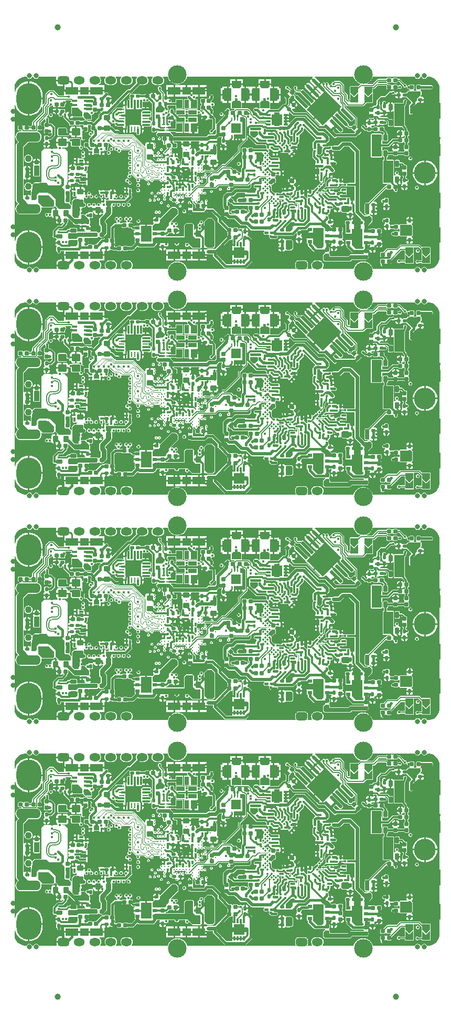
<source format=gbl>
G04*
G04 #@! TF.GenerationSoftware,Altium Limited,Altium Designer,19.1.6 (110)*
G04*
G04 Layer_Physical_Order=8*
G04 Layer_Color=16711680*
%FSLAX44Y44*%
%MOMM*%
G71*
G01*
G75*
%ADD10C,1.0000*%
%ADD11C,0.3090*%
%ADD12C,0.2000*%
%ADD13C,0.3000*%
G04:AMPARAMS|DCode=14|XSize=0.5mm|YSize=0.6mm|CornerRadius=0.05mm|HoleSize=0mm|Usage=FLASHONLY|Rotation=90.000|XOffset=0mm|YOffset=0mm|HoleType=Round|Shape=RoundedRectangle|*
%AMROUNDEDRECTD14*
21,1,0.5000,0.5000,0,0,90.0*
21,1,0.4000,0.6000,0,0,90.0*
1,1,0.1000,0.2500,0.2000*
1,1,0.1000,0.2500,-0.2000*
1,1,0.1000,-0.2500,-0.2000*
1,1,0.1000,-0.2500,0.2000*
%
%ADD14ROUNDEDRECTD14*%
G04:AMPARAMS|DCode=15|XSize=1mm|YSize=0.9mm|CornerRadius=0.1125mm|HoleSize=0mm|Usage=FLASHONLY|Rotation=180.000|XOffset=0mm|YOffset=0mm|HoleType=Round|Shape=RoundedRectangle|*
%AMROUNDEDRECTD15*
21,1,1.0000,0.6750,0,0,180.0*
21,1,0.7750,0.9000,0,0,180.0*
1,1,0.2250,-0.3875,0.3375*
1,1,0.2250,0.3875,0.3375*
1,1,0.2250,0.3875,-0.3375*
1,1,0.2250,-0.3875,-0.3375*
%
%ADD15ROUNDEDRECTD15*%
G04:AMPARAMS|DCode=16|XSize=1mm|YSize=0.9mm|CornerRadius=0.1125mm|HoleSize=0mm|Usage=FLASHONLY|Rotation=270.000|XOffset=0mm|YOffset=0mm|HoleType=Round|Shape=RoundedRectangle|*
%AMROUNDEDRECTD16*
21,1,1.0000,0.6750,0,0,270.0*
21,1,0.7750,0.9000,0,0,270.0*
1,1,0.2250,-0.3375,-0.3875*
1,1,0.2250,-0.3375,0.3875*
1,1,0.2250,0.3375,0.3875*
1,1,0.2250,0.3375,-0.3875*
%
%ADD16ROUNDEDRECTD16*%
G04:AMPARAMS|DCode=17|XSize=0.6mm|YSize=0.6mm|CornerRadius=0.06mm|HoleSize=0mm|Usage=FLASHONLY|Rotation=180.000|XOffset=0mm|YOffset=0mm|HoleType=Round|Shape=RoundedRectangle|*
%AMROUNDEDRECTD17*
21,1,0.6000,0.4800,0,0,180.0*
21,1,0.4800,0.6000,0,0,180.0*
1,1,0.1200,-0.2400,0.2400*
1,1,0.1200,0.2400,0.2400*
1,1,0.1200,0.2400,-0.2400*
1,1,0.1200,-0.2400,-0.2400*
%
%ADD17ROUNDEDRECTD17*%
G04:AMPARAMS|DCode=18|XSize=0.6mm|YSize=0.6mm|CornerRadius=0.06mm|HoleSize=0mm|Usage=FLASHONLY|Rotation=90.000|XOffset=0mm|YOffset=0mm|HoleType=Round|Shape=RoundedRectangle|*
%AMROUNDEDRECTD18*
21,1,0.6000,0.4800,0,0,90.0*
21,1,0.4800,0.6000,0,0,90.0*
1,1,0.1200,0.2400,0.2400*
1,1,0.1200,0.2400,-0.2400*
1,1,0.1200,-0.2400,-0.2400*
1,1,0.1200,-0.2400,0.2400*
%
%ADD18ROUNDEDRECTD18*%
G04:AMPARAMS|DCode=19|XSize=0.5mm|YSize=0.6mm|CornerRadius=0.05mm|HoleSize=0mm|Usage=FLASHONLY|Rotation=0.000|XOffset=0mm|YOffset=0mm|HoleType=Round|Shape=RoundedRectangle|*
%AMROUNDEDRECTD19*
21,1,0.5000,0.5000,0,0,0.0*
21,1,0.4000,0.6000,0,0,0.0*
1,1,0.1000,0.2000,-0.2500*
1,1,0.1000,-0.2000,-0.2500*
1,1,0.1000,-0.2000,0.2500*
1,1,0.1000,0.2000,0.2500*
%
%ADD19ROUNDEDRECTD19*%
%ADD22R,1.4000X1.3000*%
%ADD23R,2.0000X1.3000*%
G04:AMPARAMS|DCode=25|XSize=0.6mm|YSize=1mm|CornerRadius=0.075mm|HoleSize=0mm|Usage=FLASHONLY|Rotation=270.000|XOffset=0mm|YOffset=0mm|HoleType=Round|Shape=RoundedRectangle|*
%AMROUNDEDRECTD25*
21,1,0.6000,0.8500,0,0,270.0*
21,1,0.4500,1.0000,0,0,270.0*
1,1,0.1500,-0.4250,-0.2250*
1,1,0.1500,-0.4250,0.2250*
1,1,0.1500,0.4250,0.2250*
1,1,0.1500,0.4250,-0.2250*
%
%ADD25ROUNDEDRECTD25*%
%ADD26R,0.3000X0.3500*%
G04:AMPARAMS|DCode=36|XSize=1.3mm|YSize=0.8mm|CornerRadius=0.1mm|HoleSize=0mm|Usage=FLASHONLY|Rotation=270.000|XOffset=0mm|YOffset=0mm|HoleType=Round|Shape=RoundedRectangle|*
%AMROUNDEDRECTD36*
21,1,1.3000,0.6000,0,0,270.0*
21,1,1.1000,0.8000,0,0,270.0*
1,1,0.2000,-0.3000,-0.5500*
1,1,0.2000,-0.3000,0.5500*
1,1,0.2000,0.3000,0.5500*
1,1,0.2000,0.3000,-0.5500*
%
%ADD36ROUNDEDRECTD36*%
%ADD44R,4.0000X2.0000*%
%ADD46R,0.3500X0.3000*%
%ADD52C,0.3500*%
%ADD54C,0.1500*%
%ADD55C,0.1000*%
%ADD56C,0.4000*%
%ADD58C,0.5000*%
%ADD59C,0.2500*%
%ADD60C,0.3500*%
%ADD61C,0.3100*%
%ADD62C,0.1100*%
%ADD63C,0.6000*%
%ADD64C,0.4500*%
%ADD66C,0.8000*%
%ADD67C,3.5000*%
%ADD68C,1.1000*%
%ADD69O,4.0000X1.6000*%
G04:AMPARAMS|DCode=70|XSize=1.8mm|YSize=1.3mm|CornerRadius=0.325mm|HoleSize=0mm|Usage=FLASHONLY|Rotation=0.000|XOffset=0mm|YOffset=0mm|HoleType=Round|Shape=RoundedRectangle|*
%AMROUNDEDRECTD70*
21,1,1.8000,0.6500,0,0,0.0*
21,1,1.1500,1.3000,0,0,0.0*
1,1,0.6500,0.5750,-0.3250*
1,1,0.6500,-0.5750,-0.3250*
1,1,0.6500,-0.5750,0.3250*
1,1,0.6500,0.5750,0.3250*
%
%ADD70ROUNDEDRECTD70*%
%ADD71O,1.8000X1.3000*%
%ADD72C,3.0000*%
%ADD73O,4.0000X5.0000*%
%ADD74C,0.4000*%
%ADD75C,0.3000*%
%ADD76C,0.5000*%
%ADD77C,0.8000*%
%ADD78C,1.0000*%
%ADD80C,0.6500*%
%ADD82C,0.2300*%
%ADD84C,0.9000*%
%ADD86C,0.2200*%
%ADD87R,0.5250X0.2500*%
%ADD88R,0.5000X0.5000*%
%ADD89R,1.5500X1.0000*%
%ADD90R,1.2000X1.6000*%
%ADD91R,0.9500X1.6000*%
%ADD92R,1.2000X1.2000*%
%ADD93R,1.2000X2.1500*%
G04:AMPARAMS|DCode=94|XSize=0.6mm|YSize=0.6mm|CornerRadius=0.06mm|HoleSize=0mm|Usage=FLASHONLY|Rotation=225.000|XOffset=0mm|YOffset=0mm|HoleType=Round|Shape=RoundedRectangle|*
%AMROUNDEDRECTD94*
21,1,0.6000,0.4800,0,0,225.0*
21,1,0.4800,0.6000,0,0,225.0*
1,1,0.1200,-0.3394,0.0000*
1,1,0.1200,0.0000,0.3394*
1,1,0.1200,0.3394,0.0000*
1,1,0.1200,0.0000,-0.3394*
%
%ADD94ROUNDEDRECTD94*%
G04:AMPARAMS|DCode=95|XSize=0.55mm|YSize=2.6mm|CornerRadius=0.1375mm|HoleSize=0mm|Usage=FLASHONLY|Rotation=225.000|XOffset=0mm|YOffset=0mm|HoleType=Round|Shape=RoundedRectangle|*
%AMROUNDEDRECTD95*
21,1,0.5500,2.3250,0,0,225.0*
21,1,0.2750,2.6000,0,0,225.0*
1,1,0.2750,-0.9192,0.7248*
1,1,0.2750,-0.7248,0.9192*
1,1,0.2750,0.9192,-0.7248*
1,1,0.2750,0.7248,-0.9192*
%
%ADD95ROUNDEDRECTD95*%
G04:AMPARAMS|DCode=96|XSize=3.6mm|YSize=4.2mm|CornerRadius=0mm|HoleSize=0mm|Usage=FLASHONLY|Rotation=135.000|XOffset=0mm|YOffset=0mm|HoleType=Round|Shape=Rectangle|*
%AMROTATEDRECTD96*
4,1,4,2.7577,0.2121,-0.2121,-2.7577,-2.7577,-0.2121,0.2121,2.7577,2.7577,0.2121,0.0*
%
%ADD96ROTATEDRECTD96*%

G04:AMPARAMS|DCode=97|XSize=0.5mm|YSize=0.6mm|CornerRadius=0.05mm|HoleSize=0mm|Usage=FLASHONLY|Rotation=315.000|XOffset=0mm|YOffset=0mm|HoleType=Round|Shape=RoundedRectangle|*
%AMROUNDEDRECTD97*
21,1,0.5000,0.5000,0,0,315.0*
21,1,0.4000,0.6000,0,0,315.0*
1,1,0.1000,-0.0354,-0.3182*
1,1,0.1000,-0.3182,-0.0354*
1,1,0.1000,0.0354,0.3182*
1,1,0.1000,0.3182,0.0354*
%
%ADD97ROUNDEDRECTD97*%
G04:AMPARAMS|DCode=98|XSize=0.6mm|YSize=0.6mm|CornerRadius=0.06mm|HoleSize=0mm|Usage=FLASHONLY|Rotation=135.000|XOffset=0mm|YOffset=0mm|HoleType=Round|Shape=RoundedRectangle|*
%AMROUNDEDRECTD98*
21,1,0.6000,0.4800,0,0,135.0*
21,1,0.4800,0.6000,0,0,135.0*
1,1,0.1200,0.0000,0.3394*
1,1,0.1200,0.3394,0.0000*
1,1,0.1200,0.0000,-0.3394*
1,1,0.1200,-0.3394,0.0000*
%
%ADD98ROUNDEDRECTD98*%
%ADD99R,1.7000X2.5000*%
%ADD100R,0.7000X0.5000*%
G04:AMPARAMS|DCode=101|XSize=1.3mm|YSize=0.8mm|CornerRadius=0.1mm|HoleSize=0mm|Usage=FLASHONLY|Rotation=180.000|XOffset=0mm|YOffset=0mm|HoleType=Round|Shape=RoundedRectangle|*
%AMROUNDEDRECTD101*
21,1,1.3000,0.6000,0,0,180.0*
21,1,1.1000,0.8000,0,0,180.0*
1,1,0.2000,-0.5500,0.3000*
1,1,0.2000,0.5500,0.3000*
1,1,0.2000,0.5500,-0.3000*
1,1,0.2000,-0.5500,-0.3000*
%
%ADD101ROUNDEDRECTD101*%
G04:AMPARAMS|DCode=102|XSize=0.6mm|YSize=1mm|CornerRadius=0.075mm|HoleSize=0mm|Usage=FLASHONLY|Rotation=0.000|XOffset=0mm|YOffset=0mm|HoleType=Round|Shape=RoundedRectangle|*
%AMROUNDEDRECTD102*
21,1,0.6000,0.8500,0,0,0.0*
21,1,0.4500,1.0000,0,0,0.0*
1,1,0.1500,0.2250,-0.4250*
1,1,0.1500,-0.2250,-0.4250*
1,1,0.1500,-0.2250,0.4250*
1,1,0.1500,0.2250,0.4250*
%
%ADD102ROUNDEDRECTD102*%
G04:AMPARAMS|DCode=103|XSize=0.3mm|YSize=0.35mm|CornerRadius=0mm|HoleSize=0mm|Usage=FLASHONLY|Rotation=225.000|XOffset=0mm|YOffset=0mm|HoleType=Round|Shape=Rectangle|*
%AMROTATEDRECTD103*
4,1,4,-0.0177,0.2298,0.2298,-0.0177,0.0177,-0.2298,-0.2298,0.0177,-0.0177,0.2298,0.0*
%
%ADD103ROTATEDRECTD103*%

G04:AMPARAMS|DCode=104|XSize=0.3mm|YSize=0.35mm|CornerRadius=0mm|HoleSize=0mm|Usage=FLASHONLY|Rotation=315.000|XOffset=0mm|YOffset=0mm|HoleType=Round|Shape=Rectangle|*
%AMROTATEDRECTD104*
4,1,4,-0.2298,-0.0177,0.0177,0.2298,0.2298,0.0177,-0.0177,-0.2298,-0.2298,-0.0177,0.0*
%
%ADD104ROTATEDRECTD104*%

%ADD105R,0.8500X0.4000*%
%ADD106R,1.6000X1.6000*%
%ADD107R,0.2500X0.6250*%
G04:AMPARAMS|DCode=108|XSize=1.4mm|YSize=1.2mm|CornerRadius=0.15mm|HoleSize=0mm|Usage=FLASHONLY|Rotation=0.000|XOffset=0mm|YOffset=0mm|HoleType=Round|Shape=RoundedRectangle|*
%AMROUNDEDRECTD108*
21,1,1.4000,0.9000,0,0,0.0*
21,1,1.1000,1.2000,0,0,0.0*
1,1,0.3000,0.5500,-0.4500*
1,1,0.3000,-0.5500,-0.4500*
1,1,0.3000,-0.5500,0.4500*
1,1,0.3000,0.5500,0.4500*
%
%ADD108ROUNDEDRECTD108*%
%ADD109R,2.5000X2.5000*%
%ADD110O,0.2500X0.9000*%
%ADD111O,0.9000X0.2500*%
%ADD112R,0.7000X1.3500*%
%ADD113R,1.3500X0.7000*%
%ADD114R,1.0000X1.3500*%
%ADD115R,1.7000X1.7000*%
%ADD116R,0.6500X0.3000*%
%ADD117R,1.7000X1.7000*%
%ADD118R,0.3000X0.6500*%
%ADD119C,0.5500*%
%ADD120C,0.1800*%
%ADD121C,0.1700*%
%ADD122C,0.3700*%
%ADD123C,0.3800*%
%ADD124C,0.2400*%
G36*
X675239Y1402071D02*
X678508Y1400717D01*
X681449Y1398751D01*
X683951Y1396250D01*
X685917Y1393308D01*
X687271Y1390039D01*
X687961Y1386569D01*
Y1384800D01*
Y1360759D01*
X689500D01*
X689500Y1338800D01*
D01*
Y1338627D01*
Y1337350D01*
D01*
X689500Y1335635D01*
X687961D01*
X687961Y1305315D01*
X689500D01*
X689500Y1302150D01*
X687961D01*
X687961Y1294400D01*
X689500D01*
X689500Y1274850D01*
X687961D01*
Y1215715D01*
X687961D01*
D01*
X689500D01*
X689500Y1190635D01*
X687961D01*
X687961Y1160315D01*
X689500D01*
X689500Y1157150D01*
X689500D01*
X689500Y1135235D01*
X687961D01*
Y1111100D01*
Y1109331D01*
X687271Y1105861D01*
X685917Y1102592D01*
X683951Y1099651D01*
X681450Y1097149D01*
X678508Y1095183D01*
X675239Y1093829D01*
X671769Y1093139D01*
X668401D01*
X667355Y1094705D01*
X665701Y1095810D01*
X663750Y1096198D01*
X661799Y1095810D01*
X660145Y1094705D01*
X659099Y1093139D01*
X657651D01*
X656605Y1094705D01*
X654951Y1095810D01*
X653000Y1096198D01*
X651049Y1095810D01*
X649395Y1094705D01*
X648349Y1093139D01*
X580495D01*
X579854Y1095253D01*
X578368Y1098032D01*
X576368Y1100469D01*
X573932Y1102468D01*
X571153Y1103954D01*
X568137Y1104869D01*
X565000Y1105178D01*
X561864Y1104869D01*
X558847Y1103954D01*
X556068Y1102468D01*
X553632Y1100469D01*
X551632Y1098032D01*
X550146Y1095253D01*
X549505Y1093139D01*
X499643D01*
X499150Y1094139D01*
X500016Y1095268D01*
X500771Y1097092D01*
X501029Y1099050D01*
X500771Y1101008D01*
X500016Y1102833D01*
X498813Y1104399D01*
X497247Y1105602D01*
X495422Y1106357D01*
X493464Y1106615D01*
X488464D01*
X486507Y1106357D01*
X484682Y1105602D01*
X483115Y1104399D01*
X481913Y1102833D01*
X481157Y1101008D01*
X480900Y1099050D01*
X481157Y1097092D01*
X481913Y1095268D01*
X482779Y1094139D01*
X482286Y1093139D01*
X475680D01*
X475209Y1094021D01*
X475289Y1094142D01*
X475619Y1095800D01*
Y1102300D01*
X475289Y1103959D01*
X474350Y1105364D01*
X472944Y1106304D01*
X471286Y1106634D01*
X459786D01*
X458128Y1106304D01*
X456722Y1105364D01*
X455782Y1103959D01*
X455453Y1102300D01*
Y1095800D01*
X455782Y1094142D01*
X455863Y1094021D01*
X455392Y1093139D01*
X280495D01*
X279854Y1095253D01*
X278368Y1098032D01*
X276369Y1100469D01*
X273932Y1102468D01*
X271153Y1103954D01*
X268137Y1104869D01*
X265000Y1105178D01*
X261863Y1104869D01*
X258847Y1103954D01*
X256068Y1102468D01*
X253631Y1100469D01*
X251632Y1098032D01*
X250146Y1095253D01*
X249505Y1093139D01*
X191786D01*
X191292Y1094139D01*
X192158Y1095268D01*
X192914Y1097092D01*
X193172Y1099050D01*
X192914Y1101008D01*
X192158Y1102833D01*
X190956Y1104399D01*
X189389Y1105601D01*
X187565Y1106357D01*
X185607Y1106615D01*
X180607D01*
X178649Y1106357D01*
X176825Y1105601D01*
X175258Y1104399D01*
X174056Y1102833D01*
X173300Y1101008D01*
X173043Y1099050D01*
X173300Y1097092D01*
X174056Y1095268D01*
X174922Y1094139D01*
X174429Y1093139D01*
X166357D01*
X165864Y1094139D01*
X166730Y1095268D01*
X167486Y1097092D01*
X167743Y1099050D01*
X167486Y1101008D01*
X166730Y1102833D01*
X165528Y1104399D01*
X163961Y1105601D01*
X162136Y1106357D01*
X160179Y1106615D01*
X155179D01*
X153221Y1106357D01*
X151396Y1105601D01*
X149830Y1104399D01*
X148627Y1102833D01*
X147872Y1101008D01*
X147614Y1099050D01*
X147872Y1097092D01*
X148627Y1095268D01*
X149493Y1094139D01*
X149000Y1093139D01*
X140928D01*
X140435Y1094139D01*
X141301Y1095268D01*
X142057Y1097092D01*
X142315Y1099050D01*
X142057Y1101008D01*
X141301Y1102833D01*
X140099Y1104399D01*
X138912Y1105310D01*
X139251Y1106310D01*
X147290D01*
Y1114080D01*
X134750D01*
Y1116620D01*
X147290D01*
Y1121873D01*
X147750Y1122251D01*
X148980D01*
Y1127350D01*
X151520D01*
Y1122251D01*
X152750D01*
X153936Y1122487D01*
X154942Y1123158D01*
X155404Y1123850D01*
X157250D01*
Y1123850D01*
X157327Y1123902D01*
X157750Y1123727D01*
X159332D01*
X160008Y1123274D01*
X161179Y1123041D01*
X167366D01*
X167696Y1122547D01*
X168226Y1122193D01*
X168850Y1122069D01*
X173650D01*
X174274Y1122193D01*
X174804Y1122547D01*
X174839Y1122600D01*
X177661Y1122600D01*
X177696Y1122547D01*
X178226Y1122193D01*
X178850Y1122069D01*
X183650D01*
X184274Y1122193D01*
X184781Y1122532D01*
X192500D01*
X193866Y1122803D01*
X195023Y1123577D01*
X200750Y1129304D01*
X201227Y1128827D01*
X202384Y1128053D01*
X203750Y1127782D01*
X225500D01*
X226866Y1128053D01*
X228023Y1128827D01*
X231273Y1132077D01*
X232047Y1133235D01*
X232297Y1134492D01*
X237043D01*
X237060Y1134475D01*
X237358Y1133493D01*
X237058Y1133292D01*
X236386Y1132287D01*
X236150Y1131100D01*
Y1129870D01*
X241250D01*
Y1128600D01*
X242520D01*
Y1123001D01*
X243250D01*
X244436Y1123237D01*
X245442Y1123909D01*
X246114Y1124914D01*
X246350Y1126100D01*
Y1128932D01*
X247123Y1129567D01*
X247250Y1129541D01*
X248421Y1129774D01*
X249413Y1130437D01*
X250076Y1131430D01*
X250309Y1132600D01*
X250131Y1133493D01*
X250705Y1134492D01*
X260681D01*
Y1134350D01*
X260953Y1132985D01*
X261727Y1131827D01*
X262884Y1131053D01*
X264250Y1130782D01*
X265616Y1131053D01*
X266773Y1131827D01*
X267547Y1132985D01*
X267819Y1134350D01*
Y1134492D01*
X277705D01*
X278239Y1133493D01*
X277924Y1133021D01*
X277691Y1131850D01*
X277924Y1130680D01*
X278587Y1129687D01*
X279580Y1129024D01*
X280750Y1128791D01*
X281921Y1129024D01*
X282913Y1129687D01*
X283536Y1130620D01*
X283703Y1130770D01*
X284544Y1131025D01*
X288985Y1126585D01*
X288985Y1126585D01*
X289750Y1126268D01*
X301750Y1126268D01*
X302515Y1126585D01*
X302832Y1127350D01*
X312219D01*
X312985Y1126585D01*
X313750Y1126268D01*
X321750D01*
X322515Y1126585D01*
X322515Y1126585D01*
X325765Y1129835D01*
X326082Y1130600D01*
Y1169600D01*
X326082Y1169600D01*
X325765Y1170366D01*
X325765Y1170366D01*
X321265Y1174866D01*
X320500Y1175183D01*
X313750D01*
X313750Y1175183D01*
X312985Y1174866D01*
X312985Y1174865D01*
X308485Y1170366D01*
X308168Y1169600D01*
Y1155850D01*
X305363D01*
X305017Y1156367D01*
X304088Y1156989D01*
X304309Y1158100D01*
X304076Y1159271D01*
X303413Y1160263D01*
X303309Y1160332D01*
X303163Y1161437D01*
X303211Y1161509D01*
X303826Y1162430D01*
X304059Y1163600D01*
X303904Y1164380D01*
X303836Y1164780D01*
X304572Y1165455D01*
X304921Y1165524D01*
X305913Y1166187D01*
X306576Y1167180D01*
X306809Y1168350D01*
X306576Y1169521D01*
X305913Y1170513D01*
X304921Y1171176D01*
X303750Y1171409D01*
X302579Y1171176D01*
X301587Y1170513D01*
X300924Y1169521D01*
X300691Y1168350D01*
X300846Y1167570D01*
X300914Y1167170D01*
X300179Y1166496D01*
X299830Y1166426D01*
X298837Y1165763D01*
X298174Y1164771D01*
X297941Y1163600D01*
X298174Y1162430D01*
X298837Y1161437D01*
X298941Y1161368D01*
X299087Y1160263D01*
X299039Y1160191D01*
X298424Y1159271D01*
X298191Y1158100D01*
X297668Y1157462D01*
X295625D01*
X294195Y1157178D01*
X292983Y1156367D01*
X292582Y1155768D01*
X291582Y1156072D01*
Y1164600D01*
X291583Y1164600D01*
X291266Y1165366D01*
X291265Y1165366D01*
X290265Y1166366D01*
X290265Y1166366D01*
X289500Y1166683D01*
X279500Y1166683D01*
X279500Y1166683D01*
X278735Y1166366D01*
X275735Y1163365D01*
X275418Y1162600D01*
X275418Y1146415D01*
X274711Y1145708D01*
X246475D01*
X245821Y1146708D01*
X245891Y1146869D01*
X246114Y1147051D01*
X247000D01*
X247976Y1147245D01*
X248803Y1147798D01*
X251824Y1150819D01*
X254650D01*
X255274Y1150943D01*
X255804Y1151297D01*
X255839Y1151350D01*
X256867D01*
X256892Y1151225D01*
X257586Y1150186D01*
X258625Y1149492D01*
X259850Y1149249D01*
X260980D01*
Y1154850D01*
X262250D01*
Y1156120D01*
X267852D01*
Y1157250D01*
X267608Y1158475D01*
X266914Y1159514D01*
X265875Y1160208D01*
X264650Y1160452D01*
X263118D01*
X262430Y1161452D01*
X262503Y1161821D01*
X262579Y1162120D01*
X263415Y1162924D01*
X263921Y1163024D01*
X264913Y1163687D01*
X265576Y1164680D01*
X265809Y1165850D01*
X265576Y1167021D01*
X264913Y1168013D01*
X263921Y1168676D01*
X262750Y1168909D01*
X261579Y1168676D01*
X260587Y1168013D01*
X260189Y1167417D01*
X259061D01*
X258663Y1168013D01*
X257670Y1168676D01*
X256500Y1168909D01*
X255329Y1168676D01*
X255153Y1168558D01*
X254516Y1169335D01*
X266515Y1181335D01*
X266832Y1182100D01*
Y1188350D01*
X266832Y1188350D01*
X266515Y1189116D01*
X263265Y1192366D01*
X262500Y1192683D01*
X256000D01*
X255235Y1192366D01*
X237969Y1175100D01*
X236404Y1175100D01*
X235942Y1175792D01*
X234936Y1176464D01*
X233750Y1176700D01*
X232520D01*
Y1171600D01*
X231250D01*
Y1170330D01*
X225651D01*
Y1169600D01*
X225886Y1168414D01*
X226558Y1167409D01*
X226741Y1167286D01*
X226868Y1165999D01*
X225509Y1164640D01*
X216020D01*
Y1149600D01*
X213480D01*
Y1164640D01*
X203710D01*
Y1162600D01*
X196250D01*
Y1161649D01*
X194806D01*
X193281Y1163174D01*
Y1166000D01*
X193157Y1166625D01*
X192804Y1167154D01*
X192274Y1167507D01*
X191650Y1167632D01*
X188911D01*
X188377Y1168632D01*
X188576Y1168930D01*
X188753Y1169821D01*
X188829Y1170120D01*
X189665Y1170924D01*
X190171Y1171024D01*
X191163Y1171687D01*
X191826Y1172680D01*
X192059Y1173850D01*
X191826Y1175021D01*
X191163Y1176013D01*
X190171Y1176676D01*
X189000Y1176909D01*
X187829Y1176676D01*
X186837Y1176013D01*
X186306Y1175218D01*
X185865Y1175129D01*
X185636D01*
X185194Y1175218D01*
X184663Y1176013D01*
X183671Y1176676D01*
X182500Y1176909D01*
X181329Y1176676D01*
X180337Y1176013D01*
X179674Y1175021D01*
X179441Y1173850D01*
X179674Y1172680D01*
X180337Y1171687D01*
X181329Y1171024D01*
X181835Y1170924D01*
X182671Y1170120D01*
X182747Y1169821D01*
X182924Y1168930D01*
X183004Y1168809D01*
X182637Y1167560D01*
X182507Y1167503D01*
X182274Y1167507D01*
X181650Y1167632D01*
X176850D01*
X176226Y1167507D01*
X175697Y1167154D01*
X175366Y1166659D01*
X171800D01*
X171497Y1167659D01*
X171913Y1167937D01*
X172576Y1168930D01*
X172753Y1169821D01*
X172829Y1170120D01*
X173665Y1170924D01*
X174170Y1171024D01*
X175163Y1171687D01*
X175826Y1172680D01*
X176059Y1173850D01*
X175826Y1175021D01*
X175163Y1176013D01*
X174170Y1176676D01*
X173000Y1176909D01*
X171829Y1176676D01*
X170837Y1176013D01*
X170439Y1175417D01*
X169311D01*
X168913Y1176013D01*
X167920Y1176676D01*
X166750Y1176909D01*
X165579Y1176676D01*
X164587Y1176013D01*
X163924Y1175021D01*
X163691Y1173850D01*
X163924Y1172680D01*
X164587Y1171687D01*
X165579Y1171024D01*
X166750Y1170791D01*
X166746Y1170375D01*
X166691Y1170100D01*
X166924Y1168930D01*
X167587Y1167937D01*
X168004Y1167659D01*
X167700Y1166659D01*
X164500D01*
X164500Y1166659D01*
X163330Y1166426D01*
X162337Y1165763D01*
X158087Y1161513D01*
X157424Y1160521D01*
X157191Y1159350D01*
X157191Y1159350D01*
Y1142484D01*
X156697Y1142154D01*
X156661Y1142100D01*
X153839D01*
X153804Y1142154D01*
X153274Y1142507D01*
X152650Y1142632D01*
X147850D01*
X147226Y1142507D01*
X146697Y1142154D01*
X146366Y1141659D01*
X143750D01*
X142579Y1141426D01*
X141587Y1140763D01*
X141587Y1140763D01*
X133455Y1132632D01*
X131600D01*
X130976Y1132507D01*
X130447Y1132154D01*
X130411Y1132100D01*
X127589D01*
X127554Y1132154D01*
X127024Y1132507D01*
X126400Y1132632D01*
X121836D01*
X121291Y1133091D01*
X120995Y1133531D01*
X121059Y1133850D01*
X121059Y1133850D01*
Y1135716D01*
X121554Y1136047D01*
X121907Y1136576D01*
X122031Y1137200D01*
Y1142000D01*
X121928Y1142518D01*
X121974Y1142723D01*
X122513Y1143518D01*
X135250Y1143518D01*
X136015Y1143835D01*
X136265Y1144085D01*
X136582Y1144850D01*
X138825D01*
X138895Y1144745D01*
X140549Y1143640D01*
X142500Y1143252D01*
X144451Y1143640D01*
X146105Y1144745D01*
X149855Y1148495D01*
X150960Y1150149D01*
X151348Y1152100D01*
Y1164100D01*
X150960Y1166051D01*
X149855Y1167705D01*
X148848Y1168712D01*
Y1170739D01*
X157855Y1179746D01*
X158960Y1181400D01*
X159314Y1183177D01*
X159627Y1183646D01*
X159792Y1184475D01*
Y1192225D01*
X159627Y1193054D01*
X159157Y1193757D01*
X159153Y1194529D01*
X159962Y1194475D01*
X160087Y1194287D01*
X161080Y1193624D01*
X162250Y1193392D01*
X163421Y1193624D01*
X164413Y1194287D01*
X165076Y1195280D01*
X165309Y1196450D01*
X165076Y1197621D01*
X164962Y1197791D01*
X165497Y1198791D01*
X167003D01*
X167538Y1197791D01*
X167424Y1197621D01*
X167191Y1196450D01*
X167424Y1195280D01*
X168087Y1194287D01*
X169079Y1193624D01*
X170250Y1193392D01*
X171420Y1193624D01*
X172413Y1194287D01*
X173076Y1195280D01*
X173309Y1196450D01*
X173076Y1197621D01*
X172962Y1197791D01*
X173496Y1198791D01*
X175004D01*
X175538Y1197791D01*
X175424Y1197621D01*
X175191Y1196450D01*
X175424Y1195280D01*
X176087Y1194287D01*
X177080Y1193624D01*
X178250Y1193392D01*
X179421Y1193624D01*
X180413Y1194287D01*
X181076Y1195280D01*
X181309Y1196450D01*
X181076Y1197621D01*
X180962Y1197791D01*
X181101Y1198272D01*
X181468Y1198835D01*
X182421Y1199024D01*
X183413Y1199687D01*
X190913Y1207187D01*
X191034Y1207368D01*
X191302Y1207548D01*
X191855Y1208375D01*
X192049Y1209350D01*
X191855Y1210326D01*
X191302Y1211153D01*
X191299Y1211155D01*
Y1214615D01*
X191576Y1215030D01*
X191809Y1216200D01*
X191576Y1217371D01*
X191299Y1217786D01*
Y1220350D01*
X191250Y1220596D01*
Y1223100D01*
X187190D01*
Y1224640D01*
X184420D01*
Y1220350D01*
Y1216060D01*
X185719D01*
X185924Y1215030D01*
X186201Y1214615D01*
Y1211971D01*
X185822Y1211688D01*
X184541Y1211921D01*
X184413Y1212113D01*
X183421Y1212776D01*
X182250Y1213009D01*
X181079Y1212776D01*
X180087Y1212113D01*
X179424Y1211121D01*
X179191Y1209950D01*
X179424Y1208780D01*
X180087Y1207787D01*
X180902Y1207242D01*
X181227Y1206153D01*
X179983Y1204909D01*
X162490D01*
Y1207995D01*
X162661Y1208122D01*
X164019Y1207889D01*
X164087Y1207787D01*
X165080Y1207124D01*
X166250Y1206891D01*
X167421Y1207124D01*
X168413Y1207787D01*
X169076Y1208780D01*
X169309Y1209950D01*
X169076Y1211121D01*
X168413Y1212113D01*
X167421Y1212776D01*
X166250Y1213009D01*
X166190Y1213069D01*
X165850Y1213949D01*
Y1214580D01*
X160250D01*
Y1215850D01*
X158980D01*
Y1220950D01*
X157750D01*
X156564Y1220714D01*
X155558Y1220042D01*
X155096Y1219350D01*
X153250D01*
Y1219350D01*
X153173Y1219299D01*
X152750Y1219474D01*
X147750D01*
X147090Y1219200D01*
X146090Y1219793D01*
Y1220180D01*
X141800D01*
X137510D01*
Y1217410D01*
X139050D01*
Y1213350D01*
X140139D01*
X140442Y1212350D01*
X140087Y1212113D01*
X139424Y1211121D01*
X139192Y1209950D01*
X139424Y1208780D01*
X140087Y1207787D01*
X141080Y1207124D01*
X142250Y1206891D01*
X143421Y1207124D01*
X144413Y1207787D01*
X145076Y1208780D01*
X145309Y1209950D01*
X145076Y1211121D01*
X144413Y1212113D01*
X144131Y1212301D01*
X144435Y1213301D01*
X146354D01*
X146602Y1212702D01*
X147332Y1212400D01*
X147560Y1211323D01*
X147424Y1211121D01*
X147191Y1209950D01*
X147424Y1208780D01*
X148087Y1207787D01*
X149080Y1207124D01*
X150250Y1206891D01*
X151421Y1207124D01*
X152413Y1207787D01*
X152910Y1208531D01*
X153910Y1208235D01*
Y1204433D01*
X149750D01*
X149740Y1204439D01*
Y1205890D01*
X146970D01*
Y1201600D01*
X145700D01*
Y1200330D01*
X141660D01*
Y1198547D01*
X140660Y1198244D01*
X140413Y1198613D01*
X139421Y1199276D01*
X138250Y1199509D01*
X137080Y1199276D01*
X136087Y1198613D01*
X135424Y1197621D01*
X135191Y1196450D01*
X134791Y1195962D01*
X134232D01*
X133309Y1196450D01*
X133076Y1197621D01*
X132413Y1198613D01*
X131421Y1199276D01*
X130250Y1199509D01*
X129080Y1199276D01*
X128087Y1198613D01*
X127424Y1197621D01*
X127191Y1196450D01*
X127260Y1196104D01*
X126602Y1195291D01*
X125896Y1195314D01*
X125248Y1196144D01*
X125309Y1196450D01*
X125076Y1197621D01*
X124413Y1198613D01*
X123420Y1199276D01*
X122250Y1199509D01*
X121079Y1199276D01*
X120087Y1198613D01*
X119424Y1197621D01*
X119191Y1196450D01*
X119424Y1195280D01*
X120087Y1194287D01*
X120087D01*
X120087Y1194287D01*
X120111Y1194271D01*
X120113Y1194261D01*
X121774Y1192600D01*
X127000D01*
X128500Y1191100D01*
X128750D01*
Y1184600D01*
X128500Y1184350D01*
X121270D01*
X121500Y1184196D01*
Y1182909D01*
X119750D01*
X118579Y1182676D01*
X117587Y1182013D01*
X116924Y1181021D01*
X116895Y1180873D01*
X115799Y1180491D01*
X115289Y1180925D01*
X114934Y1181039D01*
X114588Y1181182D01*
X110250Y1181183D01*
X110250Y1181183D01*
X109832Y1181010D01*
X108956Y1181457D01*
X108832Y1181595D01*
Y1184810D01*
X110530D01*
Y1189100D01*
X111750D01*
Y1192350D01*
X115622Y1192350D01*
X115840Y1192568D01*
Y1193203D01*
X116384Y1193567D01*
X117268Y1194890D01*
X117578Y1196450D01*
X117268Y1198011D01*
X116384Y1199334D01*
X115061Y1200218D01*
X114542Y1200322D01*
Y1204225D01*
X114515Y1204357D01*
X114500Y1205350D01*
X114500Y1205350D01*
X114500Y1205350D01*
Y1207925D01*
X114691Y1208077D01*
X116033Y1207869D01*
X116087Y1207787D01*
X117080Y1207124D01*
X118250Y1206891D01*
X119421Y1207124D01*
X120413Y1207787D01*
X121076Y1208780D01*
X121309Y1209950D01*
X121076Y1211121D01*
X121728Y1211945D01*
X122500Y1211791D01*
X122696Y1211830D01*
X123023Y1211511D01*
X123390Y1210949D01*
X123191Y1209950D01*
X123424Y1208780D01*
X124087Y1207787D01*
X125080Y1207124D01*
X126250Y1206891D01*
X127421Y1207124D01*
X128413Y1207787D01*
X129076Y1208780D01*
X129309Y1209950D01*
X129076Y1211121D01*
X128413Y1212113D01*
X127421Y1212776D01*
X126250Y1213009D01*
X126054Y1212970D01*
X125727Y1213289D01*
X125360Y1213851D01*
X125559Y1214850D01*
X125326Y1216021D01*
X124663Y1217013D01*
X123671Y1217676D01*
X122500Y1217909D01*
X121329Y1217676D01*
X120337Y1217013D01*
X119674Y1216021D01*
X119441Y1214850D01*
X119674Y1213680D01*
X119022Y1212855D01*
X118250Y1213009D01*
X117080Y1212776D01*
X116660Y1212495D01*
X116091Y1212871D01*
X115850Y1213157D01*
X116112Y1214475D01*
Y1216580D01*
X108500D01*
Y1217850D01*
X107230D01*
Y1224962D01*
X104625D01*
X104040Y1224846D01*
X103040Y1225440D01*
Y1225440D01*
X100020D01*
Y1221400D01*
X98750D01*
Y1220130D01*
X94460D01*
Y1217360D01*
X96000D01*
Y1214135D01*
X95975Y1213196D01*
X95924Y1213121D01*
X95691Y1211950D01*
X95924Y1210779D01*
X96587Y1209787D01*
X97580Y1209124D01*
X98750Y1208891D01*
X99921Y1209124D01*
X100913Y1209787D01*
X100967Y1209868D01*
X102308Y1210075D01*
X102500Y1209921D01*
Y1206533D01*
X98600D01*
X98600Y1206533D01*
X97835Y1206216D01*
X97835Y1206216D01*
X94735Y1203115D01*
X94417Y1202350D01*
X94418Y1197020D01*
X93875Y1196777D01*
X93418Y1196713D01*
X91250Y1198881D01*
Y1200761D01*
X91304Y1200797D01*
X91657Y1201326D01*
X91782Y1201950D01*
Y1204114D01*
X91828Y1204350D01*
Y1215350D01*
X91782Y1215587D01*
Y1217750D01*
X91657Y1218375D01*
X91304Y1218904D01*
X91250Y1218940D01*
X91250Y1219968D01*
X91375Y1219993D01*
X92414Y1220686D01*
X93108Y1221725D01*
X93352Y1222950D01*
Y1224080D01*
X87750D01*
Y1226620D01*
X93352D01*
Y1227750D01*
X93108Y1228975D01*
X92924Y1229251D01*
X93458Y1230251D01*
X96750D01*
X97936Y1230487D01*
X98942Y1231159D01*
X99404Y1231850D01*
X101250D01*
Y1231850D01*
X101327Y1231902D01*
X101750Y1231727D01*
X104269D01*
X105848Y1230148D01*
X106675Y1229595D01*
X107650Y1229401D01*
X110165D01*
X110579Y1229124D01*
X111750Y1228891D01*
X112422Y1229025D01*
X113350Y1229200D01*
X113350Y1229200D01*
X113350Y1229200D01*
X117410D01*
Y1227660D01*
X120180D01*
Y1231950D01*
Y1236240D01*
X117410D01*
Y1234700D01*
X113350D01*
X113350Y1234700D01*
X112422Y1234875D01*
X111750Y1235009D01*
X110579Y1234776D01*
X110165Y1234499D01*
X108706D01*
X108374Y1234831D01*
Y1237350D01*
X107898Y1238498D01*
X106750Y1238974D01*
X101750D01*
X101327Y1238799D01*
X101250Y1238850D01*
Y1238850D01*
X99404D01*
X98942Y1239542D01*
X98632Y1239749D01*
Y1240952D01*
X98942Y1241159D01*
X99404Y1241850D01*
X101250D01*
Y1241850D01*
X101327Y1241902D01*
X101750Y1241727D01*
X106750D01*
X107898Y1242202D01*
X108013Y1242480D01*
X108168Y1242531D01*
X109070Y1242561D01*
X109587Y1241787D01*
X110579Y1241124D01*
X111750Y1240891D01*
X112422Y1241025D01*
X113350Y1241200D01*
X113350Y1241200D01*
X113350Y1241200D01*
X117410D01*
Y1239660D01*
X120180D01*
Y1243950D01*
Y1248240D01*
X117910D01*
X117839Y1248425D01*
X117744Y1249240D01*
X118563Y1249787D01*
X119226Y1250780D01*
X119403Y1251669D01*
X119855Y1252345D01*
X120049Y1253321D01*
Y1254300D01*
X120250D01*
Y1258360D01*
X121456D01*
X121451Y1261130D01*
X117500D01*
X113210D01*
Y1259694D01*
X112210Y1258917D01*
X111750Y1259009D01*
X111248Y1258909D01*
X109884D01*
X109554Y1259404D01*
X109024Y1259757D01*
X108400Y1259882D01*
X103600D01*
X102976Y1259757D01*
X102446Y1259404D01*
X102411Y1259350D01*
X101383D01*
X101358Y1259475D01*
X100664Y1260514D01*
X99625Y1261208D01*
X98400Y1261452D01*
X97270D01*
Y1255850D01*
X96000D01*
Y1254580D01*
X90399D01*
Y1253450D01*
X90642Y1252225D01*
X91218Y1251364D01*
X91069Y1250638D01*
X90893Y1250279D01*
X90564Y1250214D01*
X89558Y1249542D01*
X88886Y1248536D01*
X88651Y1247350D01*
Y1246620D01*
X94250D01*
Y1244080D01*
X88651D01*
Y1243350D01*
X88886Y1242164D01*
X89558Y1241159D01*
X89868Y1240952D01*
Y1239749D01*
X89558Y1239542D01*
X88886Y1238536D01*
X88651Y1237350D01*
Y1236620D01*
X94250D01*
Y1234080D01*
X88651D01*
Y1233350D01*
X88886Y1232164D01*
X89028Y1231952D01*
X88494Y1230952D01*
X86266D01*
X85852Y1231952D01*
X87500Y1233600D01*
X87500Y1282850D01*
X83000Y1287350D01*
X79112D01*
X78973Y1287628D01*
X79514Y1288481D01*
X84750D01*
X86327Y1288795D01*
X87663Y1289688D01*
X88556Y1291024D01*
X88869Y1292600D01*
Y1295830D01*
X69631D01*
Y1292600D01*
X69945Y1291024D01*
X70838Y1289688D01*
X72134Y1288821D01*
X71941Y1287850D01*
X71531Y1287350D01*
X50000Y1287350D01*
X45500Y1282850D01*
X45500Y1233350D01*
X45223Y1232683D01*
X39750Y1232682D01*
X34500Y1232682D01*
X33735Y1232365D01*
X31041Y1229672D01*
X31005Y1229653D01*
X29758Y1229775D01*
X29136Y1230586D01*
X27778Y1231628D01*
X26197Y1232283D01*
X24500Y1232506D01*
X22803Y1232283D01*
X21222Y1231628D01*
X19864Y1230586D01*
X18822Y1229228D01*
X18167Y1227647D01*
X17944Y1225950D01*
X18167Y1224253D01*
X18822Y1222672D01*
X19864Y1221314D01*
X21222Y1220273D01*
X22803Y1219617D01*
X24500Y1219394D01*
X26197Y1219617D01*
X27778Y1220273D01*
X28021Y1220459D01*
X28918Y1220016D01*
Y1218299D01*
X28735Y1218116D01*
X28418Y1217350D01*
Y1211757D01*
X27418Y1211454D01*
X27192Y1211792D01*
X26186Y1212464D01*
X25000Y1212700D01*
X23770D01*
Y1207600D01*
X21230D01*
Y1212700D01*
X20000D01*
X18814Y1212464D01*
X17808Y1211792D01*
X17618Y1211506D01*
X16618Y1211810D01*
Y1238203D01*
X17618Y1238506D01*
X17861Y1238141D01*
X18900Y1237447D01*
X20125Y1237204D01*
X21255D01*
Y1242805D01*
X22525D01*
Y1244075D01*
X28126D01*
Y1245205D01*
X27883Y1246430D01*
X27189Y1247469D01*
X26383Y1248007D01*
X26302Y1248413D01*
X26309Y1248816D01*
X26383Y1249118D01*
X27192Y1249659D01*
X27864Y1250664D01*
X28100Y1251850D01*
Y1252580D01*
X22500D01*
Y1253850D01*
X21230D01*
Y1258950D01*
X20000D01*
X18814Y1258714D01*
X17808Y1258042D01*
X17618Y1257757D01*
X16618Y1258060D01*
Y1289416D01*
X24074Y1296873D01*
X36500D01*
X38849Y1297182D01*
X41039Y1298089D01*
X42919Y1299531D01*
X44362Y1301411D01*
X45268Y1303601D01*
X45578Y1305950D01*
X45268Y1308300D01*
X44362Y1310489D01*
X42919Y1312369D01*
X41039Y1313812D01*
X38849Y1314718D01*
X38791Y1314726D01*
X38470Y1315673D01*
X39012Y1316215D01*
X39398Y1316794D01*
X39671Y1316729D01*
X39726Y1316693D01*
X40350Y1316569D01*
X45150D01*
X45774Y1316693D01*
X46304Y1317047D01*
X46657Y1317576D01*
X46781Y1318200D01*
Y1323000D01*
X46657Y1323625D01*
X46304Y1324154D01*
X45774Y1324507D01*
X45150Y1324632D01*
X44789D01*
Y1329505D01*
X50555Y1335271D01*
X51477Y1334779D01*
X51441Y1334600D01*
X51674Y1333430D01*
X51951Y1333015D01*
Y1329382D01*
X51350D01*
X50726Y1329257D01*
X50196Y1328904D01*
X49843Y1328374D01*
X49719Y1327750D01*
Y1322950D01*
X49843Y1322326D01*
X50196Y1321797D01*
X50250Y1321761D01*
Y1318940D01*
X50196Y1318904D01*
X49843Y1318374D01*
X49719Y1317750D01*
Y1312950D01*
X49843Y1312326D01*
X50196Y1311797D01*
X50726Y1311443D01*
X51350Y1311319D01*
X56150D01*
X56774Y1311443D01*
X57281Y1311782D01*
X59500D01*
X60866Y1312053D01*
X61451Y1312444D01*
X62451Y1311910D01*
Y1309906D01*
X59444Y1306899D01*
X57353D01*
X56898Y1307998D01*
X55750Y1308474D01*
X51750D01*
X50602Y1307998D01*
X50126Y1306850D01*
Y1301850D01*
X50302Y1301427D01*
X50250Y1301350D01*
X50250D01*
Y1299504D01*
X49558Y1299042D01*
X48886Y1298036D01*
X48650Y1296850D01*
Y1295620D01*
X53750D01*
X58850D01*
Y1296850D01*
X58614Y1298036D01*
X57942Y1299042D01*
X57250Y1299504D01*
Y1301350D01*
X58063Y1301801D01*
X60500D01*
X61475Y1301995D01*
X62302Y1302548D01*
X66802Y1307048D01*
X67355Y1307875D01*
X67549Y1308850D01*
Y1321350D01*
X67355Y1322326D01*
X66802Y1323153D01*
X62803Y1327153D01*
X61975Y1327705D01*
X61000Y1327899D01*
X57752D01*
X57657Y1328374D01*
X57304Y1328904D01*
X57049Y1329074D01*
Y1333015D01*
X57326Y1333430D01*
X57559Y1334600D01*
X57326Y1335771D01*
X56663Y1336763D01*
X55671Y1337426D01*
X54500Y1337659D01*
X54321Y1337623D01*
X53829Y1338545D01*
X56442Y1341158D01*
X56442Y1341158D01*
X56884Y1341820D01*
X57039Y1342600D01*
Y1352256D01*
X60354Y1355571D01*
X60500Y1355542D01*
X61671Y1355774D01*
X62663Y1356437D01*
X63148Y1357164D01*
X64149Y1356861D01*
Y1355950D01*
X64392Y1354725D01*
X65086Y1353687D01*
X65846Y1353179D01*
X65914Y1352875D01*
X65894Y1352227D01*
X65846Y1352068D01*
X65058Y1351542D01*
X64386Y1350536D01*
X64151Y1349350D01*
Y1348620D01*
X69750D01*
Y1347350D01*
X71020D01*
Y1342251D01*
X72250D01*
X72615Y1342323D01*
X73191Y1341850D01*
X73424Y1340680D01*
X74087Y1339687D01*
X75079Y1339024D01*
X76250Y1338791D01*
X77421Y1339024D01*
X78413Y1339687D01*
X79076Y1340680D01*
X79240Y1341505D01*
X80260D01*
X80424Y1340680D01*
X80701Y1340265D01*
Y1338100D01*
X80895Y1337125D01*
X81448Y1336298D01*
X90219Y1327527D01*
Y1326200D01*
X90343Y1325576D01*
X90696Y1325047D01*
X91226Y1324693D01*
X91850Y1324569D01*
X96650D01*
X97274Y1324693D01*
X97804Y1325047D01*
X97839Y1325100D01*
X100661D01*
X100696Y1325047D01*
X101226Y1324693D01*
X101850Y1324569D01*
X106650D01*
X107274Y1324693D01*
X107803Y1325047D01*
X108134Y1325541D01*
X113116D01*
X113447Y1325046D01*
X113501Y1325010D01*
Y1322189D01*
X113447Y1322153D01*
X113094Y1321624D01*
X112970Y1320999D01*
Y1318894D01*
X111793Y1317718D01*
X110869Y1318100D01*
Y1318600D01*
X110556Y1320177D01*
X109663Y1321513D01*
X108327Y1322406D01*
X106750Y1322719D01*
X102520D01*
Y1314100D01*
Y1305481D01*
X106750D01*
X108327Y1305795D01*
X108941Y1306205D01*
X109941Y1305671D01*
Y1303600D01*
X110174Y1302430D01*
X110837Y1301437D01*
X111830Y1300774D01*
X113000Y1300541D01*
X114171Y1300774D01*
X115163Y1301437D01*
X115826Y1302430D01*
X116059Y1303600D01*
Y1313332D01*
X117295Y1314568D01*
X119401D01*
X120025Y1314692D01*
X120554Y1315046D01*
X120908Y1315575D01*
X121032Y1316199D01*
Y1320999D01*
X120908Y1321624D01*
X120554Y1322153D01*
X120501Y1322189D01*
Y1325010D01*
X120554Y1325046D01*
X120885Y1325541D01*
X124483D01*
X126007Y1324017D01*
X125947Y1323404D01*
X125593Y1322874D01*
X125469Y1322250D01*
Y1317450D01*
X125593Y1316826D01*
X125947Y1316297D01*
X126476Y1315943D01*
X127100Y1315819D01*
X129206D01*
X129441Y1315583D01*
Y1311191D01*
X129037Y1310891D01*
X128709Y1310961D01*
X128005Y1311371D01*
X127826Y1312271D01*
X127163Y1313263D01*
X126171Y1313926D01*
X125000Y1314159D01*
X123830Y1313926D01*
X122837Y1313263D01*
X122174Y1312271D01*
X121941Y1311100D01*
X122174Y1309930D01*
X122837Y1308937D01*
X123830Y1308274D01*
X125000Y1308041D01*
X125251Y1308091D01*
X125744Y1307170D01*
X122837Y1304263D01*
X122174Y1303271D01*
X121941Y1302100D01*
X121941Y1302100D01*
Y1297347D01*
X121072Y1296788D01*
X120941Y1296774D01*
X120400Y1296882D01*
X115600D01*
X114976Y1296757D01*
X114446Y1296404D01*
X114093Y1295874D01*
X113969Y1295250D01*
Y1290450D01*
X114093Y1289826D01*
X114446Y1289297D01*
X114976Y1288943D01*
X115600Y1288819D01*
X118641D01*
X121910Y1285550D01*
Y1282620D01*
X125950D01*
Y1281350D01*
X127220D01*
Y1277060D01*
X129990D01*
Y1278461D01*
X130001Y1278468D01*
X138750D01*
X138760Y1278462D01*
Y1277060D01*
X141530D01*
Y1281350D01*
X142800D01*
Y1282620D01*
X146840D01*
Y1284354D01*
X147840Y1284658D01*
X148087Y1284288D01*
X149080Y1283625D01*
X150250Y1283392D01*
X151421Y1283625D01*
X152413Y1284288D01*
X153076Y1285280D01*
X153309Y1286450D01*
X153076Y1287621D01*
X152810Y1288020D01*
X152837Y1288985D01*
X153304Y1289297D01*
X153657Y1289826D01*
X153781Y1290450D01*
Y1295250D01*
X153737Y1295474D01*
X154071Y1296071D01*
X155091Y1296313D01*
X161702Y1289702D01*
X162850Y1289227D01*
X163342D01*
X163829Y1288227D01*
X163424Y1287621D01*
X163192Y1286450D01*
X163424Y1285280D01*
X164087Y1284288D01*
X165080Y1283624D01*
X166250Y1283392D01*
X167011Y1283543D01*
X167468Y1283571D01*
X168087Y1282867D01*
X168174Y1282430D01*
X168837Y1281437D01*
X169830Y1280774D01*
X171000Y1280541D01*
X172171Y1280774D01*
X173163Y1281437D01*
X173826Y1282430D01*
X174059Y1283600D01*
X173877Y1284513D01*
X174376Y1284987D01*
X174563Y1285108D01*
X174689Y1285166D01*
X175750Y1284727D01*
X188577D01*
X189468Y1283836D01*
X188976Y1282914D01*
X188500Y1283009D01*
X187330Y1282776D01*
X186337Y1282113D01*
X185674Y1281121D01*
X185441Y1279950D01*
X185674Y1278780D01*
X186337Y1277787D01*
X187330Y1277124D01*
X188500Y1276891D01*
X189626Y1277115D01*
X189803Y1277129D01*
X190626Y1276610D01*
Y1275290D01*
X189803Y1274771D01*
X189626Y1274785D01*
X188500Y1275009D01*
X187330Y1274776D01*
X186337Y1274113D01*
X185674Y1273121D01*
X185441Y1271950D01*
X185674Y1270780D01*
X186337Y1269788D01*
X187330Y1269124D01*
X188500Y1268892D01*
X189626Y1269116D01*
X189803Y1269129D01*
X190626Y1268610D01*
Y1267290D01*
X189803Y1266771D01*
X189626Y1266785D01*
X188500Y1267009D01*
X187330Y1266776D01*
X186337Y1266113D01*
X185674Y1265121D01*
X185441Y1263950D01*
X185674Y1262780D01*
X186337Y1261787D01*
X187330Y1261124D01*
X188500Y1260892D01*
X189626Y1261116D01*
X189803Y1261129D01*
X190626Y1260610D01*
Y1259290D01*
X189803Y1258771D01*
X189626Y1258785D01*
X188500Y1259009D01*
X187330Y1258776D01*
X186337Y1258113D01*
X185674Y1257121D01*
X185441Y1255950D01*
X185674Y1254780D01*
X186337Y1253787D01*
X187330Y1253124D01*
X188500Y1252891D01*
X189626Y1253115D01*
X189803Y1253129D01*
X190626Y1252610D01*
Y1251290D01*
X189803Y1250771D01*
X189626Y1250785D01*
X188500Y1251009D01*
X187330Y1250776D01*
X186337Y1250113D01*
X185674Y1249121D01*
X185441Y1247950D01*
X185674Y1246780D01*
X186058Y1246206D01*
X186231Y1245613D01*
X185816Y1244933D01*
X185337Y1244613D01*
X184674Y1243621D01*
X184442Y1242450D01*
X184674Y1241280D01*
X185337Y1240287D01*
X186330Y1239624D01*
X187500Y1239392D01*
X188671Y1239624D01*
X189663Y1240287D01*
X190326Y1241280D01*
X190559Y1242450D01*
X190326Y1243621D01*
X189943Y1244195D01*
X189893Y1244365D01*
X190253Y1244837D01*
X191430Y1244874D01*
X197852Y1238452D01*
X198446Y1238206D01*
X198916Y1237140D01*
X198903Y1237017D01*
X198691Y1235950D01*
X198924Y1234780D01*
X199587Y1233787D01*
X200579Y1233124D01*
X201750Y1232892D01*
X202920Y1233124D01*
X203913Y1233787D01*
X204576Y1234780D01*
X204809Y1235950D01*
X204605Y1236977D01*
X204935Y1237793D01*
X205033Y1237977D01*
X211577D01*
X214352Y1235202D01*
X215500Y1234727D01*
X219000D01*
X220148Y1235202D01*
X220152Y1235211D01*
X220590Y1235393D01*
X221681Y1234762D01*
X221719Y1234568D01*
X222219Y1233819D01*
X222967Y1233319D01*
X223850Y1233144D01*
X224733Y1233319D01*
X225481Y1233819D01*
X225981Y1234568D01*
X226156Y1235450D01*
X226091Y1235778D01*
X226968Y1236498D01*
X227000Y1236484D01*
X236229D01*
X237027Y1235670D01*
X237065Y1235560D01*
X237043Y1235450D01*
X237218Y1234568D01*
X237718Y1233819D01*
X238467Y1233319D01*
X239349Y1233144D01*
X240232Y1233319D01*
X240980Y1233819D01*
X241294Y1234289D01*
X241440Y1234333D01*
X242258Y1234333D01*
X242405Y1234289D01*
X242718Y1233819D01*
X243467Y1233319D01*
X244349Y1233144D01*
X244710Y1233216D01*
X245710Y1232528D01*
Y1229640D01*
X245220D01*
Y1225350D01*
X243950D01*
Y1224080D01*
X239910D01*
Y1223217D01*
X239349Y1222757D01*
X238467Y1222581D01*
X237718Y1222081D01*
X237218Y1221333D01*
X237043Y1220450D01*
X237218Y1219568D01*
X237718Y1218819D01*
X238188Y1218506D01*
X238232Y1218359D01*
Y1217541D01*
X238188Y1217395D01*
X237718Y1217081D01*
X237405Y1216612D01*
X237258Y1216568D01*
X236440D01*
X236294Y1216612D01*
X235980Y1217081D01*
X235232Y1217581D01*
X234349Y1217757D01*
X233467Y1217581D01*
X232718Y1217081D01*
X232218Y1216333D01*
X232043Y1215450D01*
X232218Y1214568D01*
X232718Y1213819D01*
X233467Y1213319D01*
X234349Y1213144D01*
X235232Y1213319D01*
X235980Y1213819D01*
X236294Y1214289D01*
X236440Y1214333D01*
X237258D01*
X237405Y1214289D01*
X237718Y1213819D01*
X238467Y1213319D01*
X239349Y1213144D01*
X240232Y1213319D01*
X240980Y1213819D01*
X241294Y1214289D01*
X241440Y1214333D01*
X242258D01*
X242405Y1214289D01*
X242718Y1213819D01*
X243188Y1213506D01*
X243232Y1213359D01*
Y1212541D01*
X243188Y1212395D01*
X242718Y1212081D01*
X242218Y1211333D01*
X242043Y1210450D01*
X242218Y1209568D01*
X242718Y1208819D01*
X243188Y1208506D01*
X243232Y1208359D01*
Y1207541D01*
X243188Y1207395D01*
X242718Y1207081D01*
X242218Y1206333D01*
X242043Y1205450D01*
X242218Y1204568D01*
X242718Y1203819D01*
X243467Y1203319D01*
X244349Y1203144D01*
X245232Y1203319D01*
X245980Y1203819D01*
X246480Y1204568D01*
X246656Y1205450D01*
X246480Y1206333D01*
X245980Y1207081D01*
X245511Y1207395D01*
X245466Y1207541D01*
Y1208359D01*
X245511Y1208506D01*
X245980Y1208819D01*
X246480Y1209568D01*
X246656Y1210450D01*
X247156Y1211060D01*
X248180D01*
Y1215350D01*
X250720D01*
Y1211060D01*
X252744D01*
Y1209913D01*
X252919Y1209030D01*
X253244Y1208544D01*
X253349Y1208089D01*
X253067Y1207314D01*
X252718Y1207081D01*
X252218Y1206333D01*
X252043Y1205450D01*
X252218Y1204568D01*
X252718Y1203819D01*
X253467Y1203319D01*
X254349Y1203144D01*
X255134Y1203300D01*
X255308Y1203269D01*
X256134Y1202720D01*
Y1202350D01*
X256534Y1201384D01*
X257500Y1200984D01*
X261229D01*
X262049Y1199984D01*
X262043Y1199951D01*
X262218Y1199068D01*
X262718Y1198320D01*
X263467Y1197820D01*
X264349Y1197645D01*
X265232Y1197820D01*
X265980Y1198320D01*
X266480Y1199068D01*
X266554Y1199439D01*
X267500Y1199251D01*
X268730D01*
Y1204350D01*
X270000D01*
Y1205620D01*
X275600D01*
Y1206350D01*
X275371Y1207497D01*
X275480Y1207569D01*
X275980Y1208317D01*
X276155Y1209200D01*
X275980Y1210083D01*
X275480Y1210831D01*
X274732Y1211331D01*
X273849Y1211507D01*
X272966Y1211331D01*
X272539Y1211046D01*
X271849Y1210906D01*
X271159Y1211046D01*
X270732Y1211331D01*
X269849Y1211507D01*
X268967Y1211331D01*
X268218Y1210831D01*
X267718Y1210083D01*
X267593Y1209450D01*
X267500D01*
X266399Y1209231D01*
X266230Y1210083D01*
X265730Y1210831D01*
X264982Y1211331D01*
X264099Y1211507D01*
X263216Y1211331D01*
X262584Y1210908D01*
X262000Y1211008D01*
X261508Y1211193D01*
X261480Y1211333D01*
X260980Y1212081D01*
X260511Y1212395D01*
X260466Y1212541D01*
Y1213359D01*
X260511Y1213506D01*
X260980Y1213819D01*
X261294Y1214289D01*
X261440Y1214333D01*
X262258D01*
X262405Y1214289D01*
X262718Y1213819D01*
X263467Y1213319D01*
X264349Y1213144D01*
X265232Y1213319D01*
X265980Y1213819D01*
X266294Y1214289D01*
X266440Y1214333D01*
X267258D01*
X267405Y1214289D01*
X267718Y1213819D01*
X268467Y1213319D01*
X269349Y1213144D01*
X270232Y1213319D01*
X270980Y1213819D01*
X271294Y1214289D01*
X271440Y1214333D01*
X272258D01*
X272405Y1214289D01*
X272718Y1213819D01*
X273467Y1213319D01*
X274349Y1213144D01*
X275232Y1213319D01*
X275980Y1213819D01*
X276294Y1214289D01*
X276440Y1214333D01*
X277258D01*
X277405Y1214289D01*
X277718Y1213819D01*
X278369Y1213384D01*
X278493Y1212865D01*
X278528Y1212288D01*
X278218Y1212081D01*
X277718Y1211333D01*
X277543Y1210450D01*
X277718Y1209568D01*
X278218Y1208819D01*
X278967Y1208319D01*
X279849Y1208144D01*
X280732Y1208319D01*
X281480Y1208819D01*
X281498Y1208846D01*
X282701D01*
X282718Y1208819D01*
X283467Y1208319D01*
X284349Y1208144D01*
X285232Y1208319D01*
X285980Y1208819D01*
X286294Y1209289D01*
X286440Y1209333D01*
X287258Y1209333D01*
X287405Y1209289D01*
X287718Y1208819D01*
X288188Y1208506D01*
X288232Y1208359D01*
Y1207541D01*
X288188Y1207395D01*
X287718Y1207081D01*
X287218Y1206333D01*
X287043Y1205450D01*
X287218Y1204568D01*
X287718Y1203819D01*
X288467Y1203319D01*
X288916Y1203230D01*
X289451Y1202661D01*
X289556Y1202166D01*
X289444Y1201600D01*
X289619Y1200718D01*
X290119Y1199969D01*
X290415Y1199772D01*
X290671Y1199389D01*
X293626Y1196434D01*
Y1192700D01*
X294058Y1191658D01*
X295100Y1191226D01*
X299900D01*
X300803Y1191600D01*
X302117D01*
X302142Y1191475D01*
X302836Y1190436D01*
X303875Y1189742D01*
X305100Y1189499D01*
X306230D01*
Y1195100D01*
X307500D01*
Y1196370D01*
X313102D01*
Y1197500D01*
X312858Y1198725D01*
X312164Y1199764D01*
X312429Y1200790D01*
X312706Y1200845D01*
X313455Y1201345D01*
X313955Y1202093D01*
X314130Y1202976D01*
X313955Y1203858D01*
X313455Y1204606D01*
X312706Y1205106D01*
X311824Y1205282D01*
X310941Y1205106D01*
X310193Y1204606D01*
X309693Y1203858D01*
X309517Y1202976D01*
X309693Y1202093D01*
X309975Y1201671D01*
X309492Y1200702D01*
X306860D01*
X306656Y1200951D01*
X306480Y1201833D01*
X305980Y1202581D01*
X305232Y1203081D01*
X304349Y1203257D01*
X303467Y1203081D01*
X302718Y1202581D01*
X302218Y1201833D01*
X302043Y1200951D01*
X302218Y1200068D01*
X302629Y1199454D01*
X302142Y1198725D01*
X302117Y1198600D01*
X300803D01*
X299900Y1198974D01*
X296715D01*
X296390Y1199401D01*
X296591Y1200288D01*
X296746Y1200545D01*
X297381Y1200969D01*
X297881Y1201718D01*
X298029Y1202464D01*
X298122Y1202646D01*
X298952Y1203223D01*
X299349Y1203144D01*
X300232Y1203319D01*
X300980Y1203819D01*
X301480Y1204568D01*
X301656Y1205450D01*
X301480Y1206333D01*
X300980Y1207081D01*
X300511Y1207395D01*
X300466Y1207541D01*
Y1208359D01*
X300511Y1208506D01*
X300980Y1208819D01*
X301480Y1209568D01*
X301656Y1210450D01*
X301480Y1211333D01*
X300980Y1212081D01*
X300511Y1212395D01*
X300466Y1212541D01*
Y1213359D01*
X300511Y1213506D01*
X300980Y1213819D01*
X301294Y1214289D01*
X301440Y1214333D01*
X302258D01*
X302405Y1214289D01*
X302718Y1213819D01*
X303467Y1213319D01*
X304349Y1213144D01*
X305232Y1213319D01*
X305980Y1213819D01*
X306294Y1214289D01*
X306440Y1214333D01*
X307258D01*
X307405Y1214289D01*
X307718Y1213819D01*
X308467Y1213319D01*
X309349Y1213144D01*
X310232Y1213319D01*
X310980Y1213819D01*
X311480Y1214568D01*
X311656Y1215450D01*
X311480Y1216333D01*
X310980Y1217081D01*
X310232Y1217581D01*
X309349Y1217757D01*
X308467Y1217581D01*
X307718Y1217081D01*
X307405Y1216612D01*
X307258Y1216568D01*
X306440D01*
X306294Y1216612D01*
X305980Y1217081D01*
X305511Y1217395D01*
X305466Y1217541D01*
Y1218359D01*
X305511Y1218506D01*
X305980Y1218819D01*
X306480Y1219568D01*
X306656Y1220450D01*
X306480Y1221333D01*
X306392Y1221464D01*
X306927Y1222464D01*
X325549D01*
X325567Y1222452D01*
X326250Y1222316D01*
X326933Y1222452D01*
X327512Y1222839D01*
X331489Y1226816D01*
X347719D01*
Y1226200D01*
X347789Y1225849D01*
X347788Y1225825D01*
X347358Y1225006D01*
X347169Y1224784D01*
X346775Y1224705D01*
X345948Y1224153D01*
X345395Y1223326D01*
X345201Y1222350D01*
X345395Y1221375D01*
X345948Y1220548D01*
X346775Y1219995D01*
X347750Y1219801D01*
X348726Y1219995D01*
X349552Y1220548D01*
X350105Y1221375D01*
X350299Y1222350D01*
X350105Y1223326D01*
X349943Y1223569D01*
X350477Y1224569D01*
X354150D01*
X354774Y1224693D01*
X355304Y1225047D01*
X355657Y1225576D01*
X355781Y1226200D01*
Y1226816D01*
X378000D01*
X378683Y1226952D01*
X379262Y1227338D01*
X382395Y1230472D01*
X383316Y1229979D01*
X383191Y1229350D01*
X383191Y1229350D01*
Y1225322D01*
X380538Y1222669D01*
X359750D01*
X358384Y1222397D01*
X357227Y1221624D01*
X352522Y1216919D01*
X346750D01*
X345384Y1216647D01*
X344227Y1215874D01*
X343974Y1215620D01*
X343376Y1215501D01*
X342846Y1215148D01*
X339452Y1211754D01*
X339099Y1211225D01*
X338975Y1210600D01*
X339029Y1210329D01*
X338953Y1210216D01*
X338681Y1208850D01*
Y1193600D01*
X338953Y1192234D01*
X339727Y1191077D01*
X340719Y1190085D01*
Y1188700D01*
X340843Y1188076D01*
X341197Y1187546D01*
X341250Y1187511D01*
Y1184689D01*
X341197Y1184653D01*
X340843Y1184124D01*
X340719Y1183500D01*
Y1178700D01*
X340843Y1178076D01*
X341197Y1177546D01*
X341726Y1177193D01*
X342350Y1177068D01*
X343374D01*
X346046Y1174397D01*
X347286Y1173568D01*
X348750Y1173277D01*
X357166D01*
X366046Y1164397D01*
X367287Y1163568D01*
X368750Y1163277D01*
X375916D01*
X383046Y1156147D01*
X384287Y1155318D01*
X385750Y1155027D01*
X405370D01*
X405606Y1154027D01*
X404837Y1153513D01*
X404174Y1152521D01*
X403941Y1151350D01*
X404174Y1150180D01*
X404837Y1149187D01*
X405830Y1148524D01*
X407000Y1148291D01*
X409950D01*
X411120Y1148524D01*
X411234Y1148600D01*
X412782D01*
X413397Y1147846D01*
X413363Y1147678D01*
X412924Y1147021D01*
X412691Y1145850D01*
X412924Y1144680D01*
X413587Y1143687D01*
X414937Y1142337D01*
X414937Y1142337D01*
X415929Y1141674D01*
X417100Y1141441D01*
X424210D01*
X425380Y1141674D01*
X425868Y1142000D01*
X426960D01*
Y1143216D01*
X427036Y1143330D01*
X427269Y1144500D01*
X427036Y1145671D01*
X426960Y1145784D01*
Y1146791D01*
X450947D01*
X450947Y1146791D01*
X452117Y1147024D01*
X453110Y1147687D01*
X456953Y1151530D01*
X457876Y1151148D01*
Y1148100D01*
X458052Y1147677D01*
X458000Y1147600D01*
X458000D01*
Y1145754D01*
X457308Y1145292D01*
X456636Y1144286D01*
X456400Y1143100D01*
Y1141870D01*
X466600D01*
Y1143100D01*
X466364Y1144286D01*
X465692Y1145292D01*
X465000Y1145754D01*
Y1147600D01*
X465000D01*
X464949Y1147677D01*
X465124Y1148100D01*
Y1149898D01*
X466517Y1151291D01*
X472691D01*
X472750Y1151350D01*
X487750Y1151350D01*
Y1142100D01*
X472710D01*
Y1141810D01*
X474153D01*
X474250Y1140850D01*
X474250D01*
Y1133850D01*
X475691D01*
Y1131770D01*
X475691Y1131770D01*
X475924Y1130600D01*
X476587Y1129607D01*
X485257Y1120937D01*
X485257Y1120937D01*
X486249Y1120274D01*
X487420Y1120041D01*
X487420Y1120041D01*
X503365D01*
Y1118488D01*
X502600Y1118171D01*
X502600Y1118170D01*
X500235Y1115806D01*
X500235Y1115806D01*
X499917Y1115040D01*
X499918Y1109600D01*
X499917Y1108350D01*
X499918Y1108350D01*
X499917Y1108350D01*
X500057Y1108014D01*
X500234Y1107585D01*
X500235Y1107585D01*
X502735Y1105085D01*
X502735Y1105084D01*
X503500Y1104767D01*
X503501Y1104767D01*
X513996Y1104768D01*
X514000Y1104767D01*
X542250D01*
X543908Y1105097D01*
X545314Y1106036D01*
X547100Y1107822D01*
X569365D01*
X570883Y1108124D01*
X571765D01*
X572389Y1108248D01*
X572919Y1108602D01*
X573272Y1109131D01*
X573396Y1109755D01*
Y1110637D01*
X573698Y1112155D01*
X573396Y1113673D01*
Y1114555D01*
X573272Y1115180D01*
X572919Y1115709D01*
X572865Y1115744D01*
Y1118566D01*
X572919Y1118602D01*
X573272Y1119131D01*
X573396Y1119755D01*
Y1124555D01*
X573272Y1125179D01*
X572919Y1125709D01*
X572424Y1126039D01*
Y1131600D01*
X573750D01*
Y1132041D01*
X576560D01*
Y1130254D01*
X575868Y1129792D01*
X575196Y1128786D01*
X574960Y1127600D01*
Y1126370D01*
X585160D01*
Y1127600D01*
X585119Y1127804D01*
X585278Y1127945D01*
X586040Y1128300D01*
X586875Y1127742D01*
X588100Y1127499D01*
X589230D01*
Y1133100D01*
X590500D01*
Y1134370D01*
X596101D01*
Y1135500D01*
X595858Y1136725D01*
X595164Y1137764D01*
X594125Y1138458D01*
X594000Y1138483D01*
Y1139511D01*
X594053Y1139547D01*
X594407Y1140076D01*
X594531Y1140700D01*
Y1145500D01*
X594407Y1146124D01*
X594053Y1146654D01*
X593674Y1146908D01*
Y1150271D01*
X594169Y1150602D01*
X594522Y1151131D01*
X594646Y1151755D01*
Y1156555D01*
X594522Y1157179D01*
X594169Y1157709D01*
X593639Y1158062D01*
X593015Y1158186D01*
X588215D01*
X587591Y1158062D01*
X587061Y1157709D01*
X587026Y1157655D01*
X584204D01*
X584169Y1157709D01*
X583639Y1158062D01*
X583015Y1158186D01*
X578215D01*
X577591Y1158062D01*
X577084Y1157724D01*
X573328D01*
Y1162969D01*
X578355Y1167995D01*
X579460Y1169649D01*
X579848Y1171600D01*
Y1174850D01*
X579460Y1176801D01*
X578355Y1178455D01*
X576701Y1179560D01*
X576193Y1179661D01*
X576170Y1179676D01*
X575703Y1179769D01*
X575600Y1180809D01*
X575662Y1180835D01*
X575716Y1180964D01*
X576844Y1181075D01*
X576955Y1180909D01*
X577961Y1180237D01*
X579147Y1180001D01*
X580377D01*
Y1185100D01*
X581647D01*
Y1186370D01*
X587247D01*
Y1187100D01*
X587011Y1188286D01*
X586339Y1189292D01*
X585333Y1189964D01*
X584697Y1190090D01*
Y1191110D01*
X585333Y1191237D01*
X586339Y1191909D01*
X587011Y1192914D01*
X587247Y1194100D01*
Y1194830D01*
X581647D01*
Y1197370D01*
X587247D01*
Y1198100D01*
X587011Y1199286D01*
X586339Y1200292D01*
X585333Y1200964D01*
X584147Y1201200D01*
X581937D01*
X581554Y1202124D01*
X601812Y1222382D01*
X602167Y1222362D01*
X602974Y1222129D01*
X603196Y1221797D01*
X603726Y1221443D01*
X604350Y1221319D01*
X609150D01*
X609774Y1221443D01*
X610303Y1221797D01*
X610339Y1221850D01*
X613161D01*
X613196Y1221797D01*
X613726Y1221443D01*
X614466Y1220455D01*
X614485Y1220319D01*
X614441Y1220100D01*
X614674Y1218930D01*
X615337Y1217937D01*
X616329Y1217274D01*
X617500Y1217041D01*
X618671Y1217274D01*
X619663Y1217937D01*
X620326Y1218930D01*
X620559Y1220100D01*
X620326Y1221271D01*
X620303Y1221797D01*
X620657Y1222326D01*
X620781Y1222950D01*
Y1227750D01*
X620683Y1228246D01*
X620784Y1228552D01*
X621278Y1229246D01*
X622250D01*
X623534Y1229501D01*
X624622Y1230228D01*
X625349Y1231317D01*
X625605Y1232600D01*
Y1235580D01*
X620000D01*
Y1238120D01*
X625605D01*
Y1241100D01*
X625349Y1242384D01*
X624622Y1243472D01*
X623534Y1244199D01*
X622250Y1244455D01*
X621351D01*
X621047Y1245455D01*
X621545Y1245787D01*
X622208Y1246780D01*
X622441Y1247950D01*
X622208Y1249121D01*
X621545Y1250113D01*
X620553Y1250776D01*
X619382Y1251009D01*
X618212Y1250776D01*
X617219Y1250113D01*
X616556Y1249121D01*
X616323Y1247950D01*
X616556Y1246780D01*
X617219Y1245787D01*
X617730Y1245446D01*
X617736Y1245118D01*
X617491Y1244403D01*
X616466Y1244199D01*
X615642Y1243649D01*
X614768Y1243986D01*
X614642Y1244092D01*
Y1267990D01*
X614325Y1268756D01*
X613560Y1269073D01*
X603535D01*
Y1273244D01*
X603873Y1273312D01*
X604452Y1273699D01*
X604838Y1274277D01*
X604974Y1274960D01*
Y1276615D01*
X613285D01*
X613343Y1276326D01*
X613697Y1275797D01*
X614226Y1275443D01*
X614850Y1275319D01*
X619650D01*
X620274Y1275443D01*
X620804Y1275797D01*
X621157Y1276326D01*
X621215Y1276615D01*
X631035D01*
X631093Y1276326D01*
X631446Y1275797D01*
X631976Y1275443D01*
X632600Y1275319D01*
X637400D01*
X638024Y1275443D01*
X638554Y1275797D01*
X638907Y1276326D01*
X639031Y1276950D01*
Y1281750D01*
X638907Y1282375D01*
X638554Y1282904D01*
X638500Y1282939D01*
Y1285761D01*
X638554Y1285797D01*
X638907Y1286326D01*
X639031Y1286950D01*
Y1291750D01*
X638907Y1292375D01*
X638554Y1292904D01*
X638024Y1293257D01*
X637595Y1293343D01*
Y1296358D01*
X638024Y1296443D01*
X638554Y1296797D01*
X638907Y1297326D01*
X639031Y1297950D01*
Y1302750D01*
X638907Y1303374D01*
X638554Y1303904D01*
X638024Y1304257D01*
X637595Y1304343D01*
Y1307358D01*
X638024Y1307443D01*
X638554Y1307797D01*
X638907Y1308326D01*
X639031Y1308950D01*
Y1313750D01*
X638907Y1314375D01*
X638554Y1314904D01*
X638024Y1315257D01*
X637400Y1315381D01*
X637248D01*
X637246Y1315399D01*
X636065Y1319292D01*
X634148Y1322879D01*
X632272Y1325164D01*
Y1355154D01*
X633522Y1356783D01*
X634934Y1360192D01*
X635185Y1362094D01*
X635576Y1362680D01*
X635809Y1363850D01*
X635576Y1365021D01*
X634913Y1366013D01*
X633921Y1366676D01*
X632750Y1366909D01*
X631580Y1366676D01*
X630587Y1366013D01*
X629924Y1365021D01*
X629691Y1363850D01*
X629924Y1362680D01*
X629987Y1362585D01*
X629852Y1361554D01*
X629445Y1360573D01*
X615440D01*
X614675Y1360255D01*
X613807Y1360695D01*
X613622Y1360972D01*
X612534Y1361699D01*
X611250Y1361955D01*
X610270D01*
Y1354350D01*
Y1346746D01*
X611250D01*
X612534Y1347001D01*
X613358Y1347552D01*
X614231Y1347215D01*
X614357Y1347109D01*
Y1323240D01*
X614674Y1322475D01*
X615440Y1322158D01*
X627991D01*
X629789Y1319967D01*
X631222Y1317285D01*
X631565Y1316154D01*
X631460Y1315898D01*
X630891Y1315254D01*
X630121Y1315330D01*
X629664Y1316014D01*
X628625Y1316708D01*
X627400Y1316952D01*
X626270D01*
Y1311350D01*
Y1305749D01*
X627400D01*
X628625Y1305992D01*
X629664Y1306686D01*
X630358Y1307725D01*
X630383Y1307850D01*
X631411D01*
X631446Y1307797D01*
X631976Y1307443D01*
X632405Y1307358D01*
Y1304343D01*
X631976Y1304257D01*
X631446Y1303904D01*
X631411Y1303850D01*
X628589D01*
X628554Y1303904D01*
X628024Y1304257D01*
X627400Y1304382D01*
X622600D01*
X621976Y1304257D01*
X621446Y1303904D01*
X621093Y1303374D01*
X621007Y1302945D01*
X613250D01*
X612257Y1302748D01*
X611415Y1302185D01*
X604050Y1294820D01*
X595582D01*
Y1310350D01*
X595265Y1311116D01*
X594500Y1311433D01*
X578750D01*
X577985Y1311116D01*
X577668Y1310350D01*
Y1274100D01*
X577985Y1273335D01*
X578750Y1273018D01*
X594500D01*
X595265Y1273335D01*
X595582Y1274100D01*
Y1289630D01*
X605125D01*
X606118Y1289828D01*
X606960Y1290390D01*
X614325Y1297755D01*
X621007D01*
X621093Y1297326D01*
X621446Y1296797D01*
X621976Y1296443D01*
X622600Y1296319D01*
X627400D01*
X628024Y1296443D01*
X628554Y1296797D01*
X628589Y1296850D01*
X631411D01*
X631446Y1296797D01*
X631976Y1296443D01*
X632405Y1296358D01*
Y1293343D01*
X631976Y1293257D01*
X631446Y1292904D01*
X631093Y1292375D01*
X630969Y1291750D01*
Y1286950D01*
X631093Y1286326D01*
X631446Y1285797D01*
X631500Y1285761D01*
Y1282939D01*
X631446Y1282904D01*
X631093Y1282375D01*
X630980Y1281805D01*
X621270D01*
X621157Y1282375D01*
X620804Y1282904D01*
X620750Y1282939D01*
Y1283967D01*
X620875Y1283992D01*
X621914Y1284686D01*
X622608Y1285725D01*
X622851Y1286950D01*
Y1288080D01*
X617250D01*
X611648D01*
Y1286950D01*
X611892Y1285725D01*
X612586Y1284686D01*
X613625Y1283992D01*
X613750Y1283967D01*
Y1282939D01*
X613697Y1282904D01*
X613343Y1282375D01*
X613230Y1281805D01*
X604974D01*
Y1283460D01*
X604838Y1284143D01*
X604452Y1284722D01*
X603873Y1285109D01*
X603190Y1285244D01*
X598690D01*
X598007Y1285109D01*
X597428Y1284722D01*
X597042Y1284143D01*
X596906Y1283460D01*
Y1274960D01*
X597042Y1274277D01*
X597428Y1273699D01*
X598007Y1273312D01*
X598345Y1273244D01*
Y1269073D01*
X597810D01*
X597045Y1268756D01*
X596728Y1267990D01*
Y1231740D01*
X597045Y1230975D01*
X597810Y1230658D01*
X608081D01*
X608266Y1230381D01*
X607731Y1229381D01*
X604350D01*
X603726Y1229257D01*
X603196Y1228904D01*
X602843Y1228374D01*
X602719Y1227750D01*
Y1227639D01*
X602147D01*
X601367Y1227484D01*
X600705Y1227042D01*
X600705Y1227042D01*
X573387Y1199724D01*
X569147D01*
X567999Y1199248D01*
X567523Y1198100D01*
Y1197904D01*
X566985Y1197366D01*
X566985Y1197366D01*
X566668Y1196600D01*
X566668Y1183600D01*
X566985Y1182835D01*
X568985Y1180835D01*
X569750Y1180518D01*
X571850D01*
X572309Y1179666D01*
X571954Y1179178D01*
X567360Y1179178D01*
X559578Y1186960D01*
Y1282635D01*
X559268Y1284196D01*
X558384Y1285519D01*
X558384Y1285519D01*
X546669Y1297234D01*
X545346Y1298118D01*
X543785Y1298429D01*
X543785Y1298429D01*
X532500D01*
X532500Y1298429D01*
X530939Y1298118D01*
X529616Y1297234D01*
X529616Y1297234D01*
X524311Y1291929D01*
X517500D01*
X515939Y1291618D01*
X515164Y1291100D01*
X514450D01*
X514050Y1291100D01*
Y1291100D01*
X513450D01*
X513450Y1291100D01*
X508450D01*
Y1290654D01*
X506927D01*
X506545Y1291578D01*
X507120Y1292153D01*
X504881Y1294393D01*
X505210Y1295477D01*
X505518Y1295539D01*
X506593Y1296257D01*
X508437Y1298101D01*
X509523Y1298827D01*
X510297Y1299985D01*
X510569Y1301350D01*
Y1304850D01*
X510297Y1306216D01*
X509523Y1307374D01*
X503273Y1313624D01*
X502116Y1314397D01*
X500750Y1314669D01*
X493228D01*
X471023Y1336874D01*
X469866Y1337647D01*
X468500Y1337919D01*
X457222D01*
X455856Y1337647D01*
X454698Y1336874D01*
X446540Y1328715D01*
X445540Y1329129D01*
Y1329830D01*
X439750D01*
Y1332370D01*
X445540D01*
Y1334830D01*
X439750D01*
Y1337370D01*
X445540D01*
Y1339830D01*
X439750D01*
Y1342370D01*
X445540D01*
Y1344882D01*
X445540Y1345140D01*
X445611Y1345399D01*
X446729Y1345696D01*
X451377Y1341048D01*
X452203Y1340495D01*
X453179Y1340301D01*
X472194D01*
X492198Y1320298D01*
X493025Y1319745D01*
X494000Y1319551D01*
X502739D01*
X517650Y1304641D01*
X518435Y1304116D01*
X519362Y1303931D01*
X520289Y1304116D01*
X521074Y1304641D01*
X522225Y1305791D01*
X552071D01*
X552071Y1305791D01*
X553242Y1306024D01*
X554234Y1306687D01*
X556452Y1308905D01*
X557036Y1308789D01*
X557660Y1308913D01*
X558189Y1309267D01*
X561583Y1312661D01*
X561937Y1313190D01*
X562061Y1313815D01*
X561937Y1314439D01*
X561583Y1314968D01*
X558189Y1318362D01*
X557660Y1318716D01*
X557036Y1318840D01*
X556972Y1318828D01*
X554977Y1320823D01*
X554990Y1320886D01*
X554866Y1321510D01*
X554512Y1322039D01*
X554257Y1322294D01*
X554942Y1322979D01*
X555384Y1323641D01*
X555539Y1324421D01*
Y1335850D01*
X555384Y1336631D01*
X554942Y1337292D01*
X554942Y1337292D01*
X537789Y1354445D01*
Y1356621D01*
X538713Y1357003D01*
X539558Y1356158D01*
X539558Y1356158D01*
X540220Y1355716D01*
X541000Y1355561D01*
X541000Y1355561D01*
X564500D01*
X565280Y1355716D01*
X565942Y1356158D01*
X570302Y1360518D01*
X579500D01*
X580265Y1360835D01*
X580583Y1361600D01*
Y1376100D01*
X580583Y1376100D01*
X580557Y1376161D01*
X580300Y1376974D01*
X580570Y1377822D01*
X580582Y1377850D01*
X580582Y1383561D01*
X582500D01*
X583280Y1383716D01*
X583942Y1384158D01*
X588345Y1388561D01*
X601655D01*
X602719Y1387498D01*
Y1383950D01*
X602843Y1383326D01*
X603196Y1382797D01*
X603726Y1382443D01*
X604350Y1382319D01*
X609150D01*
X609774Y1382443D01*
X610304Y1382797D01*
X610339Y1382850D01*
X613161D01*
X613196Y1382797D01*
X613726Y1382443D01*
X614350Y1382319D01*
X619150D01*
X619774Y1382443D01*
X620304Y1382797D01*
X620657Y1383326D01*
X620781Y1383950D01*
Y1384311D01*
X622005D01*
X622087Y1384187D01*
X623079Y1383524D01*
X624250Y1383291D01*
X625421Y1383524D01*
X626413Y1384187D01*
X627076Y1385180D01*
X627309Y1386350D01*
X627076Y1387521D01*
X626413Y1388513D01*
X625421Y1389176D01*
X624250Y1389409D01*
X623079Y1389176D01*
X622087Y1388513D01*
X622005Y1388389D01*
X620781D01*
Y1388750D01*
X620657Y1389375D01*
X620304Y1389904D01*
X619774Y1390257D01*
X619150Y1390381D01*
X614350D01*
X613726Y1390257D01*
X613196Y1389904D01*
X613161Y1389850D01*
X610339D01*
X610304Y1389904D01*
X609774Y1390257D01*
X609150Y1390381D01*
X605603D01*
X603942Y1392042D01*
X603280Y1392484D01*
X602500Y1392639D01*
X588587D01*
X588173Y1393639D01*
X589845Y1395311D01*
X602719D01*
Y1394950D01*
X602843Y1394326D01*
X603196Y1393797D01*
X603726Y1393443D01*
X604350Y1393319D01*
X609150D01*
X609774Y1393443D01*
X610304Y1393797D01*
X610339Y1393850D01*
X613161D01*
X613196Y1393797D01*
X613726Y1393443D01*
X614350Y1393319D01*
X619150D01*
X619774Y1393443D01*
X620304Y1393797D01*
X620657Y1394326D01*
X620781Y1394950D01*
Y1395311D01*
X622655D01*
X629220Y1388746D01*
X629191Y1388600D01*
X629424Y1387430D01*
X630087Y1386437D01*
X631079Y1385774D01*
X632250Y1385541D01*
X633421Y1385774D01*
X634413Y1386437D01*
X634521Y1386599D01*
X635463Y1386208D01*
X635441Y1386100D01*
X635674Y1384930D01*
X636337Y1383937D01*
X637329Y1383274D01*
X638500Y1383041D01*
X639616D01*
X639946Y1382547D01*
X640000Y1382511D01*
Y1380183D01*
X638000D01*
X638000Y1380183D01*
X637234Y1379866D01*
X637234Y1379865D01*
X634343Y1376974D01*
X630000D01*
X629577Y1376799D01*
X629500Y1376850D01*
Y1376850D01*
X627654D01*
X627192Y1377542D01*
X626186Y1378214D01*
X625000Y1378450D01*
X623770D01*
Y1373350D01*
Y1368251D01*
X625000D01*
X626186Y1368487D01*
X627192Y1369158D01*
X627654Y1369850D01*
X629500D01*
Y1369850D01*
X629577Y1369902D01*
X630000Y1369727D01*
X635000D01*
X635243Y1369827D01*
X642833Y1362236D01*
Y1360880D01*
X640087Y1358134D01*
X639424Y1357142D01*
X639191Y1355971D01*
X639191Y1355971D01*
Y1345100D01*
X639191Y1345100D01*
X639424Y1343930D01*
X640087Y1342937D01*
X641079Y1342274D01*
X642250Y1342041D01*
X643421Y1342274D01*
X644413Y1342937D01*
X645076Y1343930D01*
X645309Y1345100D01*
Y1354704D01*
X645986Y1355381D01*
X646548Y1355148D01*
X652159Y1360759D01*
X662299Y1360759D01*
X662299Y1360759D01*
X661897Y1361715D01*
X662364Y1362414D01*
X662600Y1363600D01*
Y1364330D01*
X657000D01*
Y1366870D01*
X662600D01*
Y1367600D01*
X662364Y1368786D01*
X661692Y1369792D01*
X660686Y1370464D01*
X659500Y1370700D01*
X657687D01*
X657304Y1371624D01*
X658765Y1373085D01*
X659082Y1373850D01*
Y1379100D01*
X658765Y1379866D01*
X658000Y1380183D01*
Y1382511D01*
X658053Y1382547D01*
X658384Y1383041D01*
X674750D01*
X675921Y1383274D01*
X676913Y1383937D01*
X677576Y1384930D01*
X677809Y1386100D01*
X677576Y1387271D01*
X676913Y1388263D01*
X675921Y1388926D01*
X674750Y1389159D01*
X658384D01*
X658053Y1389654D01*
X657524Y1390007D01*
X656900Y1390132D01*
X652100D01*
X651476Y1390007D01*
X650946Y1389654D01*
X650593Y1389124D01*
X650469Y1388500D01*
Y1383700D01*
X650593Y1383076D01*
X650946Y1382547D01*
X651000Y1382511D01*
Y1380183D01*
X647000D01*
Y1382511D01*
X647053Y1382547D01*
X647407Y1383076D01*
X647531Y1383700D01*
Y1388500D01*
X647407Y1389124D01*
X647053Y1389654D01*
X646524Y1390007D01*
X645900Y1390132D01*
X641100D01*
X640476Y1390007D01*
X639946Y1389654D01*
X639616Y1389159D01*
X638500D01*
X637329Y1388926D01*
X636337Y1388263D01*
X636229Y1388102D01*
X635287Y1388492D01*
X635309Y1388600D01*
X635076Y1389771D01*
X634413Y1390763D01*
X633421Y1391426D01*
X632250Y1391659D01*
X632104Y1391630D01*
X624942Y1398792D01*
X624280Y1399234D01*
X623500Y1399389D01*
X620781D01*
Y1399750D01*
X620657Y1400374D01*
X620304Y1400904D01*
X619774Y1401257D01*
X619150Y1401382D01*
X614350D01*
X613726Y1401257D01*
X613196Y1400904D01*
X613161Y1400850D01*
X610339D01*
X610304Y1400904D01*
X609774Y1401257D01*
X609150Y1401382D01*
X604350D01*
X603726Y1401257D01*
X603196Y1400904D01*
X602843Y1400374D01*
X602719Y1399750D01*
Y1399389D01*
X589000D01*
X589000Y1399389D01*
X588220Y1399234D01*
X587558Y1398792D01*
X579655Y1390889D01*
X571112D01*
X570964Y1391889D01*
X571153Y1391947D01*
X573932Y1393432D01*
X576368Y1395432D01*
X578368Y1397868D01*
X579854Y1400648D01*
X580495Y1402761D01*
X648349D01*
X649395Y1401195D01*
X651049Y1400090D01*
X653000Y1399702D01*
X654951Y1400090D01*
X656605Y1401195D01*
X657651Y1402761D01*
X659099D01*
X660145Y1401195D01*
X661799Y1400090D01*
X663750Y1399702D01*
X665701Y1400090D01*
X667355Y1401195D01*
X668401Y1402761D01*
X671769Y1402761D01*
X675239Y1402071D01*
D02*
G37*
G36*
X69641Y1401761D02*
X69311Y1400100D01*
Y1398120D01*
X80964D01*
Y1395580D01*
X69311D01*
Y1393600D01*
X69760Y1391341D01*
X71040Y1389426D01*
X72955Y1388146D01*
X75214Y1387697D01*
X82210D01*
Y1381620D01*
X94750D01*
Y1379080D01*
X82210D01*
Y1372889D01*
X73345D01*
X65442Y1380792D01*
X64780Y1381234D01*
X64000Y1381389D01*
X59000D01*
X58220Y1381234D01*
X57558Y1380792D01*
X52058Y1375292D01*
X51616Y1374631D01*
X51461Y1373850D01*
Y1361195D01*
X48046Y1357780D01*
X47161Y1358310D01*
X47214Y1358482D01*
X47649Y1362900D01*
Y1366630D01*
X26270D01*
Y1340376D01*
X29418Y1340686D01*
X33667Y1341975D01*
X37583Y1344068D01*
X41015Y1346885D01*
X43832Y1350317D01*
X45925Y1354233D01*
X45961Y1354352D01*
X46961Y1354203D01*
Y1346445D01*
X31308Y1330792D01*
X30866Y1330130D01*
X30711Y1329350D01*
Y1324632D01*
X30350D01*
X29726Y1324507D01*
X29196Y1324154D01*
X28843Y1323625D01*
X28719Y1323000D01*
Y1322639D01*
X25781D01*
Y1323000D01*
X25657Y1323625D01*
X25304Y1324154D01*
X24774Y1324507D01*
X24150Y1324632D01*
X19350D01*
X18726Y1324507D01*
X18197Y1324154D01*
X18161Y1324100D01*
X15339D01*
X15304Y1324154D01*
X14774Y1324507D01*
X14150Y1324632D01*
X9350D01*
X8726Y1324507D01*
X8196Y1324154D01*
X7843Y1323625D01*
X7719Y1323000D01*
Y1318200D01*
X7843Y1317576D01*
X8196Y1317047D01*
X8726Y1316693D01*
X9350Y1316569D01*
X13186D01*
X13692Y1315945D01*
X13294Y1315028D01*
X12500D01*
X10151Y1314718D01*
X7961Y1313812D01*
X6081Y1312369D01*
X4638Y1310489D01*
X3732Y1308300D01*
X3422Y1305950D01*
X3732Y1303601D01*
X4638Y1301411D01*
X6081Y1299531D01*
X7176Y1298692D01*
X7263Y1297364D01*
X6174Y1296276D01*
X4848Y1294291D01*
X4383Y1291950D01*
Y1253100D01*
Y1242600D01*
Y1203950D01*
X4848Y1201609D01*
X6174Y1199624D01*
X7263Y1198536D01*
X7176Y1197209D01*
X6081Y1196369D01*
X4638Y1194489D01*
X3732Y1192300D01*
X3422Y1189950D01*
X3732Y1187601D01*
X4638Y1185411D01*
X6081Y1183531D01*
X7961Y1182089D01*
X10151Y1181182D01*
X12500Y1180873D01*
X36500D01*
X38849Y1181182D01*
X41039Y1182089D01*
X42919Y1183531D01*
X44362Y1185411D01*
X45268Y1187601D01*
X45578Y1189950D01*
X45268Y1192300D01*
X45207Y1192449D01*
X46054Y1193015D01*
X46735Y1192335D01*
X47500Y1192018D01*
X64500D01*
X65265Y1192335D01*
X65265Y1192335D01*
X66918Y1193987D01*
X67133Y1194095D01*
X68138Y1194182D01*
X70933Y1191386D01*
X70551Y1190462D01*
X70020D01*
Y1182850D01*
X67480D01*
Y1190462D01*
X65375D01*
X63945Y1190178D01*
X62733Y1189368D01*
X61923Y1188155D01*
X61638Y1186725D01*
Y1183278D01*
X60638Y1182780D01*
X60046Y1183176D01*
X58875Y1183409D01*
X57705Y1183176D01*
X56712Y1182513D01*
X56413D01*
X55421Y1183176D01*
X54250Y1183409D01*
X53080Y1183176D01*
X52087Y1182513D01*
X51424Y1181521D01*
X51191Y1180350D01*
X51424Y1179180D01*
X52087Y1178187D01*
X53080Y1177524D01*
X54250Y1177291D01*
X55421Y1177524D01*
X56413Y1178187D01*
X56712D01*
X57705Y1177524D01*
X58875Y1177291D01*
X60046Y1177524D01*
X60806Y1178033D01*
X61619Y1177840D01*
X61897Y1177673D01*
X61923Y1177545D01*
X62733Y1176333D01*
X63945Y1175523D01*
X65375Y1175238D01*
X68207D01*
X68996Y1174238D01*
X68899Y1173750D01*
Y1172620D01*
X74500D01*
Y1171350D01*
X75770D01*
Y1165749D01*
X76900D01*
X78125Y1165992D01*
X79164Y1166686D01*
X79858Y1167725D01*
X79883Y1167850D01*
X80911D01*
X80947Y1167797D01*
X81235Y1167604D01*
X81471Y1166724D01*
X81470Y1166425D01*
X77944Y1162899D01*
X72750D01*
X71775Y1162705D01*
X70948Y1162153D01*
X64811Y1156016D01*
X64259Y1155189D01*
X64065Y1154214D01*
Y1147435D01*
X63788Y1147021D01*
X63555Y1145850D01*
X63788Y1144680D01*
X64451Y1143687D01*
X65443Y1143024D01*
X66614Y1142791D01*
X67088Y1142886D01*
X68102Y1142917D01*
X68488Y1142338D01*
X69067Y1141952D01*
X69750Y1141816D01*
X70479D01*
X70577Y1140816D01*
X70064Y1140714D01*
X69058Y1140042D01*
X68386Y1139036D01*
X68150Y1137850D01*
Y1136620D01*
X73250D01*
Y1134080D01*
X68150D01*
Y1132850D01*
X68386Y1131664D01*
X69058Y1130658D01*
X69750Y1130196D01*
Y1128350D01*
X69750D01*
X69802Y1128273D01*
X69626Y1127850D01*
Y1122850D01*
X70102Y1121702D01*
X70691Y1121458D01*
Y1121100D01*
X70924Y1119930D01*
X71587Y1118937D01*
X72579Y1118274D01*
X73750Y1118041D01*
X74921Y1118274D01*
X75913Y1118937D01*
X76576Y1119930D01*
X76809Y1121100D01*
Y1122291D01*
X82210D01*
Y1116620D01*
X94750D01*
Y1114080D01*
X82210D01*
Y1108204D01*
X75643D01*
X73384Y1107754D01*
X71469Y1106475D01*
X70189Y1104559D01*
X69739Y1102300D01*
Y1100320D01*
X81393D01*
Y1097780D01*
X69739D01*
Y1095800D01*
X70070Y1094139D01*
X69346Y1093139D01*
X41651D01*
X40605Y1094705D01*
X38951Y1095810D01*
X37000Y1096198D01*
X35049Y1095810D01*
X33395Y1094705D01*
X32349Y1093139D01*
X30901D01*
X29855Y1094705D01*
X28201Y1095810D01*
X26250Y1096198D01*
X24299Y1095810D01*
X22645Y1094705D01*
X21599Y1093139D01*
X18231Y1093139D01*
X14761Y1093829D01*
X11492Y1095183D01*
X8551Y1097149D01*
X6049Y1099651D01*
X4083Y1102592D01*
X2729Y1105861D01*
X2039Y1109331D01*
Y1117499D01*
X3039Y1117647D01*
X4075Y1114233D01*
X6168Y1110317D01*
X8985Y1106885D01*
X12417Y1104068D01*
X16332Y1101975D01*
X20581Y1100686D01*
X23730Y1100376D01*
Y1127900D01*
Y1155424D01*
X20581Y1155114D01*
X16332Y1153825D01*
X12417Y1151732D01*
X8985Y1148916D01*
X6168Y1145483D01*
X4075Y1141568D01*
X3039Y1138153D01*
X2039Y1138302D01*
Y1357499D01*
X3039Y1357647D01*
X4075Y1354233D01*
X6168Y1350317D01*
X8985Y1346885D01*
X12417Y1344068D01*
X16332Y1341975D01*
X20581Y1340686D01*
X23730Y1340376D01*
Y1367900D01*
Y1395424D01*
X20581Y1395114D01*
X16332Y1393825D01*
X12417Y1391732D01*
X8985Y1388916D01*
X6168Y1385484D01*
X4075Y1381568D01*
X3039Y1378153D01*
X2039Y1378302D01*
Y1384800D01*
X2039Y1386569D01*
X2729Y1390039D01*
X4083Y1393308D01*
X6049Y1396250D01*
X8551Y1398751D01*
X11492Y1400717D01*
X14761Y1402071D01*
X18231Y1402761D01*
X21599D01*
X22645Y1401195D01*
X24299Y1400090D01*
X26250Y1399702D01*
X28201Y1400090D01*
X29855Y1401195D01*
X30901Y1402761D01*
X32349D01*
X33395Y1401195D01*
X35049Y1400090D01*
X37000Y1399702D01*
X38951Y1400090D01*
X40605Y1401195D01*
X41651Y1402761D01*
X68918D01*
X69641Y1401761D01*
D02*
G37*
G36*
X550146Y1400648D02*
X551632Y1397868D01*
X553632Y1395432D01*
X556068Y1393432D01*
X558847Y1391947D01*
X560028Y1391588D01*
X560135Y1390511D01*
X559808Y1390292D01*
X557067Y1387551D01*
X556750Y1387683D01*
X550500Y1387683D01*
X544250Y1387683D01*
X544250Y1387683D01*
X543485Y1387366D01*
X543435Y1387247D01*
X543168Y1386600D01*
X543168Y1377851D01*
X543168Y1377850D01*
X543180Y1377822D01*
X543450Y1376974D01*
X543193Y1376161D01*
X543168Y1376100D01*
Y1366139D01*
X540845D01*
X539789Y1367195D01*
Y1373600D01*
X539634Y1374381D01*
X539192Y1375042D01*
X534289Y1379945D01*
Y1388600D01*
X534289Y1388600D01*
X534134Y1389381D01*
X533692Y1390042D01*
X533692Y1390042D01*
X528442Y1395292D01*
X527780Y1395734D01*
X527000Y1395889D01*
X519250D01*
X518469Y1395734D01*
X517808Y1395292D01*
X517808Y1395292D01*
X516896Y1394380D01*
X516750Y1394409D01*
X515579Y1394176D01*
X514587Y1393513D01*
X513924Y1392521D01*
X513691Y1391350D01*
X512822Y1390595D01*
X512500Y1390659D01*
X511329Y1390426D01*
X510337Y1389763D01*
X510191Y1389545D01*
X509326Y1389930D01*
X509559Y1391100D01*
X509326Y1392271D01*
X508663Y1393263D01*
X507671Y1393926D01*
X506500Y1394159D01*
X505329Y1393926D01*
X504337Y1393263D01*
X503413D01*
X502421Y1393926D01*
X501250Y1394159D01*
X500079Y1393926D01*
X499087Y1393263D01*
X498424Y1392271D01*
X498399Y1392146D01*
X497314Y1391816D01*
X497079Y1392052D01*
X493284Y1388257D01*
X489489Y1384462D01*
X496811Y1377140D01*
X496735Y1376189D01*
X496384Y1375838D01*
X495281Y1375889D01*
X488098Y1383072D01*
X484304Y1379277D01*
X480509Y1375482D01*
X487831Y1368160D01*
X487883Y1368125D01*
X487981Y1367130D01*
X486360Y1365508D01*
X485365Y1365606D01*
X485330Y1365659D01*
X468890Y1382099D01*
X468104Y1382624D01*
X467178Y1382808D01*
X466251Y1382624D01*
X465465Y1382099D01*
X464846Y1381480D01*
X464467Y1381734D01*
X463686Y1381889D01*
X459595D01*
X458067Y1383418D01*
X458576Y1384180D01*
X458809Y1385350D01*
X458576Y1386521D01*
X457913Y1387513D01*
X456921Y1388176D01*
X455750Y1388409D01*
X454580Y1388176D01*
X453587Y1387513D01*
X452924Y1386521D01*
X452691Y1385350D01*
X452924Y1384180D01*
X453587Y1383187D01*
X453711Y1383105D01*
Y1382850D01*
X453866Y1382070D01*
X454308Y1381408D01*
X457308Y1378408D01*
X457970Y1377966D01*
X458750Y1377811D01*
X462842D01*
X462961Y1377692D01*
X462996Y1377516D01*
X463521Y1376730D01*
X479961Y1360290D01*
X480014Y1360255D01*
X480112Y1359259D01*
X477380Y1356528D01*
X476385Y1356626D01*
X476350Y1356679D01*
X459910Y1373119D01*
X459124Y1373644D01*
X458197Y1373828D01*
X457271Y1373644D01*
X457048Y1373495D01*
X454322Y1376221D01*
X454583Y1376482D01*
X454937Y1377011D01*
X455061Y1377636D01*
X454937Y1378260D01*
X454583Y1378789D01*
X451189Y1382183D01*
X450660Y1382537D01*
X450036Y1382661D01*
X449441Y1382543D01*
X445192Y1386792D01*
X444655Y1387151D01*
X444413Y1387513D01*
X443420Y1388176D01*
X442250Y1388409D01*
X441079Y1388176D01*
X440087Y1387513D01*
X439424Y1386521D01*
X439191Y1385350D01*
X439424Y1384180D01*
X440087Y1383187D01*
X441079Y1382524D01*
X442250Y1382291D01*
X443420Y1382524D01*
X443583Y1382633D01*
X446457Y1379759D01*
X445488Y1378789D01*
X445134Y1378260D01*
X445010Y1377636D01*
X445023Y1377573D01*
X443028Y1375578D01*
X442965Y1375590D01*
X442340Y1375466D01*
X441811Y1375112D01*
X438417Y1371718D01*
X438063Y1371189D01*
X437939Y1370565D01*
X438063Y1369940D01*
X438417Y1369411D01*
X440415Y1367413D01*
Y1360191D01*
X438873Y1358649D01*
X437000D01*
X436025Y1358455D01*
X435198Y1357903D01*
X427944Y1350649D01*
X415813D01*
X415000Y1351100D01*
Y1360810D01*
X418980D01*
Y1374100D01*
Y1387390D01*
X416540D01*
Y1389830D01*
X406250D01*
X395960D01*
Y1387390D01*
X393520D01*
Y1374100D01*
Y1360810D01*
X397500D01*
Y1351840D01*
X396500Y1351426D01*
X395913Y1352013D01*
X394921Y1352676D01*
X393750Y1352909D01*
X393750Y1352909D01*
X390250D01*
X389080Y1352676D01*
X388087Y1352013D01*
X387424Y1351021D01*
X387191Y1349850D01*
X387343Y1349089D01*
X386814Y1347964D01*
X385808Y1347292D01*
X385757Y1347215D01*
X385752Y1347213D01*
X384600Y1347283D01*
X384442Y1347519D01*
X384442Y1347519D01*
X380669Y1351292D01*
X380007Y1351734D01*
X379227Y1351889D01*
X378937D01*
X378936Y1351889D01*
X369000D01*
Y1360810D01*
X372980D01*
Y1374100D01*
Y1387390D01*
X370540D01*
Y1389830D01*
X360250D01*
X349960D01*
Y1387390D01*
X347520D01*
Y1374100D01*
Y1360810D01*
X351500D01*
Y1351100D01*
X356810D01*
X357192Y1350176D01*
X355897Y1348882D01*
X352350D01*
X351726Y1348757D01*
X351197Y1348404D01*
X351161Y1348350D01*
X350174D01*
X349559Y1349100D01*
X349326Y1350271D01*
X348663Y1351263D01*
X347671Y1351926D01*
X346500Y1352159D01*
X345330Y1351926D01*
X344337Y1351263D01*
X342587Y1349513D01*
X342137Y1348839D01*
X341726Y1348757D01*
X341197Y1348404D01*
X340843Y1347874D01*
X340719Y1347250D01*
Y1342450D01*
X340843Y1341826D01*
X341181Y1341319D01*
Y1340578D01*
X328227Y1327624D01*
X327549Y1326609D01*
X326953Y1326637D01*
X326549Y1326776D01*
Y1334850D01*
X326355Y1335826D01*
X325802Y1336653D01*
X323624Y1338831D01*
Y1340100D01*
X323148Y1341248D01*
X322000Y1341724D01*
X321772D01*
X321469Y1342724D01*
X322163Y1343187D01*
X322826Y1344180D01*
X323059Y1345350D01*
Y1348850D01*
X323059Y1348850D01*
X322826Y1350021D01*
X322163Y1351013D01*
X322163Y1351013D01*
X320031Y1353145D01*
Y1354941D01*
X320165Y1355145D01*
X320610Y1355529D01*
X320962Y1355698D01*
X321750Y1355541D01*
X322921Y1355774D01*
X323913Y1356437D01*
X324576Y1357430D01*
X324809Y1358600D01*
X324576Y1359771D01*
X323913Y1360763D01*
X322921Y1361426D01*
X321750Y1361659D01*
X320941Y1361498D01*
X320919Y1361501D01*
X320116Y1362040D01*
X319976Y1362225D01*
Y1363719D01*
X322107Y1365851D01*
X322107Y1365851D01*
X322770Y1366843D01*
X323003Y1368013D01*
X323003Y1368014D01*
Y1371514D01*
X322770Y1372684D01*
X322107Y1373676D01*
X321115Y1374339D01*
X319944Y1374572D01*
X318774Y1374339D01*
X317782Y1373676D01*
X317118Y1372684D01*
X316886Y1371514D01*
Y1369281D01*
X315650Y1368045D01*
X313544D01*
X312920Y1367921D01*
X312391Y1367567D01*
X312355Y1367513D01*
X309534D01*
X309498Y1367567D01*
X308969Y1367921D01*
X308344Y1368045D01*
X303544D01*
X302920Y1367921D01*
X302391Y1367567D01*
X302037Y1367038D01*
X301913Y1366414D01*
Y1361613D01*
X302037Y1360989D01*
X302391Y1360460D01*
X302920Y1360106D01*
X303396Y1360012D01*
Y1356841D01*
X302976Y1356757D01*
X302446Y1356404D01*
X302093Y1355874D01*
X301969Y1355250D01*
Y1350450D01*
X302093Y1349826D01*
X302446Y1349297D01*
X302976Y1348943D01*
X303600Y1348819D01*
X306286D01*
X306698Y1348290D01*
X306172Y1347375D01*
X306000Y1347409D01*
X304830Y1347176D01*
X303837Y1346513D01*
X303729Y1346351D01*
X302667Y1346562D01*
X302576Y1347021D01*
X301913Y1348013D01*
X300921Y1348676D01*
X299750Y1348909D01*
X298580Y1348676D01*
X298500Y1348623D01*
X297500Y1349158D01*
Y1350350D01*
X282000D01*
Y1349983D01*
X281000Y1349460D01*
X280000Y1349659D01*
X279000Y1349460D01*
X278000Y1349983D01*
Y1350350D01*
X262500D01*
Y1344726D01*
X261576Y1344343D01*
X259624Y1346296D01*
Y1349600D01*
X259148Y1350748D01*
X258000Y1351224D01*
X254000D01*
X252852Y1350748D01*
X252376Y1349600D01*
Y1345773D01*
X251604Y1345139D01*
X251500Y1345159D01*
X250720Y1345004D01*
X250320Y1344937D01*
X249645Y1345672D01*
X249576Y1346021D01*
X249189Y1346600D01*
X249697Y1347600D01*
X250550D01*
Y1350354D01*
X250599Y1350600D01*
X250550Y1350846D01*
Y1353100D01*
X249155D01*
X249049Y1353206D01*
Y1355204D01*
X249648Y1355452D01*
X250103Y1356551D01*
X262500D01*
Y1351350D01*
X274500D01*
Y1366850D01*
X262500D01*
Y1361649D01*
X256047D01*
X255700Y1362298D01*
X255600Y1362649D01*
X255809Y1363700D01*
X255576Y1364871D01*
X254913Y1365863D01*
X253920Y1366526D01*
X252750Y1366759D01*
X252600Y1366729D01*
X251600Y1367550D01*
Y1367830D01*
X246500D01*
Y1370370D01*
X251600D01*
Y1371310D01*
X258480D01*
Y1379080D01*
X247210D01*
Y1374700D01*
X244500D01*
X243789Y1375283D01*
Y1376350D01*
X243634Y1377131D01*
X243192Y1377792D01*
X243192Y1377792D01*
X239414Y1381570D01*
X238913Y1382437D01*
X239576Y1383430D01*
X239809Y1384600D01*
X239576Y1385771D01*
X238913Y1386763D01*
X237921Y1387426D01*
X236750Y1387659D01*
X235579Y1387426D01*
X234587Y1386763D01*
X233924Y1385771D01*
X233691Y1384600D01*
X233924Y1383430D01*
X234587Y1382437D01*
X234711Y1382355D01*
Y1381350D01*
X234866Y1380570D01*
X235308Y1379908D01*
X239558Y1375658D01*
X239260Y1374731D01*
X239242Y1374700D01*
X238520D01*
Y1369100D01*
X235980D01*
Y1374700D01*
X235250D01*
X234064Y1374464D01*
X233058Y1373792D01*
X232851Y1373482D01*
X231918Y1373732D01*
X231846Y1373777D01*
X231608Y1374975D01*
X230914Y1376014D01*
X229875Y1376708D01*
X228650Y1376952D01*
X227520D01*
Y1371350D01*
X224980D01*
Y1376952D01*
X223850D01*
X222625Y1376708D01*
X221586Y1376014D01*
X220892Y1374975D01*
X220867Y1374850D01*
X219839D01*
X219803Y1374904D01*
X219274Y1375257D01*
X218650Y1375381D01*
X213850D01*
X213226Y1375257D01*
X212696Y1374904D01*
X212343Y1374374D01*
X212257Y1373945D01*
X205627D01*
X205398Y1374498D01*
X204250Y1374974D01*
X199250D01*
X198827Y1374799D01*
X198750Y1374850D01*
Y1374850D01*
X194750D01*
Y1374850D01*
X194673Y1374799D01*
X194250Y1374974D01*
X189250D01*
X188102Y1374498D01*
X187626Y1373350D01*
Y1369350D01*
X188102Y1368202D01*
X188559Y1368013D01*
X188574Y1367319D01*
X187671Y1366776D01*
X186500Y1367009D01*
X185330Y1366776D01*
X184338Y1366113D01*
X183675Y1365121D01*
X183611Y1364801D01*
X182987Y1364030D01*
X182770Y1364068D01*
Y1357200D01*
X181500D01*
Y1355930D01*
X177636D01*
Y1353950D01*
X177722Y1353517D01*
X177088Y1352744D01*
X175817D01*
X175726Y1352805D01*
X174750Y1352999D01*
X169585D01*
X169171Y1353276D01*
X168000Y1353509D01*
X166830Y1353276D01*
X165837Y1352613D01*
X165175Y1351621D01*
X165077Y1351132D01*
X159748Y1345802D01*
X159195Y1344975D01*
X159001Y1344000D01*
Y1343195D01*
X158017Y1342867D01*
X156805Y1343678D01*
X155773Y1343883D01*
X155381Y1344905D01*
X186767Y1376291D01*
X189250D01*
X189250Y1376291D01*
X190420Y1376524D01*
X191413Y1377187D01*
X203755Y1389529D01*
X205607Y1389285D01*
X210607D01*
X212565Y1389543D01*
X214389Y1390299D01*
X215956Y1391501D01*
X217158Y1393068D01*
X217914Y1394892D01*
X218172Y1396850D01*
X217914Y1398808D01*
X217158Y1400633D01*
X216292Y1401761D01*
X216786Y1402761D01*
X224857D01*
X225350Y1401761D01*
X224484Y1400633D01*
X223729Y1398808D01*
X223471Y1396850D01*
X223729Y1394892D01*
X224484Y1393068D01*
X225687Y1391501D01*
X227253Y1390299D01*
X229078Y1389543D01*
X231036Y1389285D01*
X236036D01*
X237994Y1389543D01*
X239818Y1390299D01*
X241385Y1391501D01*
X242587Y1393068D01*
X243343Y1394892D01*
X243600Y1396850D01*
X243343Y1398808D01*
X242587Y1400633D01*
X241721Y1401761D01*
X242214Y1402761D01*
X249505D01*
X250146Y1400648D01*
X251632Y1397868D01*
X253631Y1395432D01*
X256068Y1393432D01*
X258847Y1391947D01*
X261863Y1391032D01*
X265000Y1390723D01*
X268137Y1391032D01*
X271153Y1391947D01*
X273932Y1393432D01*
X276369Y1395432D01*
X278368Y1397868D01*
X279854Y1400648D01*
X280495Y1402761D01*
X482897D01*
X483200Y1401761D01*
X482315Y1401170D01*
X482241Y1401096D01*
X492386Y1390951D01*
X495283Y1393848D01*
X487961Y1401170D01*
X487076Y1401761D01*
X487379Y1402761D01*
X549505D01*
X550146Y1400648D01*
D02*
G37*
G36*
X199922Y1401761D02*
X199056Y1400633D01*
X198300Y1398808D01*
X198042Y1396850D01*
X198300Y1394892D01*
X198935Y1393361D01*
X187983Y1382409D01*
X185500D01*
X185500Y1382409D01*
X184329Y1382176D01*
X183337Y1381513D01*
X183337Y1381513D01*
X159525Y1357701D01*
X158602Y1358084D01*
Y1359500D01*
X158358Y1360725D01*
X157664Y1361764D01*
X157347Y1361976D01*
Y1363178D01*
X157692Y1363409D01*
X158364Y1364414D01*
X158600Y1365600D01*
Y1366330D01*
X153000D01*
Y1368870D01*
X158600D01*
Y1369600D01*
X158364Y1370786D01*
X157692Y1371792D01*
X156686Y1372464D01*
X155500Y1372700D01*
X153861D01*
X153295Y1373519D01*
X153330Y1373700D01*
X153559Y1374850D01*
X153326Y1376021D01*
X152663Y1377013D01*
X151671Y1377676D01*
X150500Y1377909D01*
X149330Y1377676D01*
X148337Y1377013D01*
X148337Y1377013D01*
X148214Y1376890D01*
X147290Y1377272D01*
Y1379080D01*
X134750D01*
Y1381620D01*
X147290D01*
Y1389390D01*
X138502D01*
X138248Y1389970D01*
X138223Y1390390D01*
X139670Y1391501D01*
X140873Y1393068D01*
X141628Y1394892D01*
X141886Y1396850D01*
X141628Y1398808D01*
X140873Y1400633D01*
X140007Y1401761D01*
X140500Y1402761D01*
X148572D01*
X149065Y1401761D01*
X148199Y1400633D01*
X147443Y1398808D01*
X147185Y1396850D01*
X147443Y1394892D01*
X148199Y1393068D01*
X149401Y1391501D01*
X150968Y1390299D01*
X152792Y1389543D01*
X154750Y1389285D01*
X159750D01*
X161708Y1389543D01*
X163532Y1390299D01*
X165099Y1391501D01*
X166301Y1393068D01*
X167057Y1394892D01*
X167315Y1396850D01*
X167057Y1398808D01*
X166301Y1400633D01*
X165435Y1401761D01*
X165928Y1402761D01*
X174000D01*
X174493Y1401761D01*
X173627Y1400633D01*
X172872Y1398808D01*
X172614Y1396850D01*
X172872Y1394892D01*
X173627Y1393068D01*
X174830Y1391501D01*
X176396Y1390299D01*
X178221Y1389543D01*
X180179Y1389285D01*
X185179D01*
X187136Y1389543D01*
X188961Y1390299D01*
X190528Y1391501D01*
X191730Y1393068D01*
X192486Y1394892D01*
X192743Y1396850D01*
X192486Y1398808D01*
X191730Y1400633D01*
X190864Y1401761D01*
X191357Y1402761D01*
X199429D01*
X199922Y1401761D01*
D02*
G37*
G36*
X579500Y1377850D02*
X573250Y1371600D01*
X567000Y1377850D01*
X567000Y1386600D01*
X573250Y1386600D01*
X579500Y1386600D01*
X579500Y1377850D01*
D02*
G37*
G36*
X556750D02*
X550500Y1371600D01*
X544250Y1377850D01*
X544250Y1386600D01*
X550500Y1386600D01*
X556750Y1386600D01*
X556750Y1377850D01*
D02*
G37*
G36*
X454164Y1370611D02*
X454016Y1370389D01*
X453831Y1369462D01*
X454016Y1368535D01*
X454540Y1367750D01*
X470981Y1351310D01*
X471033Y1351275D01*
X471131Y1350279D01*
X471081Y1350229D01*
X484707Y1336603D01*
X501352Y1353248D01*
X502250Y1352350D01*
X503148Y1353248D01*
X517672Y1338724D01*
X518140Y1339192D01*
X519135Y1339094D01*
X519170Y1339041D01*
X535610Y1322601D01*
X536396Y1322076D01*
X537323Y1321892D01*
X538249Y1322076D01*
X538472Y1322225D01*
X541038Y1319658D01*
X541700Y1319216D01*
X542480Y1319061D01*
X546088D01*
X548811Y1316338D01*
X549340Y1315984D01*
X549964Y1315860D01*
X550028Y1315873D01*
X551803Y1314097D01*
X551846Y1312951D01*
X550804Y1311909D01*
X521119D01*
X516962Y1316067D01*
X520573Y1319678D01*
X526630Y1313621D01*
X527416Y1313096D01*
X528342Y1312912D01*
X529269Y1313096D01*
X530055Y1313621D01*
X531999Y1315565D01*
X532524Y1316351D01*
X532708Y1317278D01*
X532524Y1318204D01*
X531999Y1318990D01*
X515559Y1335430D01*
X515506Y1335465D01*
X515408Y1336460D01*
X515876Y1336928D01*
X502250Y1350554D01*
X486503Y1334807D01*
X494989Y1326320D01*
X494660Y1325235D01*
X494501Y1325204D01*
X475052Y1344653D01*
X474226Y1345205D01*
X473250Y1345399D01*
X454235D01*
X450317Y1349317D01*
X450061Y1350211D01*
X451366Y1351517D01*
X452182Y1351354D01*
X453368Y1351590D01*
X454374Y1352262D01*
X455243Y1353132D01*
X451637Y1356738D01*
X448032Y1360344D01*
X447162Y1359474D01*
X446490Y1358468D01*
X446254Y1357282D01*
X446416Y1356466D01*
X445111Y1355161D01*
X444217Y1355417D01*
X443534Y1356100D01*
X444767Y1357333D01*
X445319Y1358160D01*
X445513Y1359136D01*
Y1367413D01*
X447512Y1369411D01*
X447866Y1369940D01*
X447990Y1370565D01*
X447977Y1370628D01*
X449972Y1372623D01*
X450036Y1372610D01*
X450660Y1372735D01*
X451189Y1373088D01*
X451438Y1373337D01*
X454164Y1370611D01*
D02*
G37*
G36*
X579500Y1361600D02*
X567000D01*
Y1376100D01*
X573250Y1369850D01*
X579500Y1376100D01*
Y1361600D01*
D02*
G37*
G36*
X556750D02*
X544250D01*
Y1376100D01*
X550500Y1369850D01*
X556750Y1376100D01*
Y1361600D01*
D02*
G37*
G36*
X224405Y1359953D02*
Y1332247D01*
X223744Y1331743D01*
X222630Y1331915D01*
X222163Y1332613D01*
X221171Y1333276D01*
X220000Y1333509D01*
X218976Y1333305D01*
X218606Y1333640D01*
X218315Y1334116D01*
X218620Y1334572D01*
X218794Y1335450D01*
X218620Y1336328D01*
X218315Y1336785D01*
X218606Y1337260D01*
X218976Y1337595D01*
X220000Y1337392D01*
X221171Y1337624D01*
X222163Y1338287D01*
X222826Y1339280D01*
X223059Y1340450D01*
X222826Y1341621D01*
X222163Y1342613D01*
X222407Y1343653D01*
X222826Y1344280D01*
X223059Y1345450D01*
X222826Y1346621D01*
X222163Y1347613D01*
X221171Y1348276D01*
X220851Y1348340D01*
X220080Y1348964D01*
X220118Y1349180D01*
X213251D01*
Y1350450D01*
X211980D01*
Y1354315D01*
X210000D01*
X209822Y1354279D01*
X209049Y1354913D01*
Y1362177D01*
X209851Y1362844D01*
X210329Y1362524D01*
X211500Y1362291D01*
X212671Y1362524D01*
X213663Y1363187D01*
X214625Y1362828D01*
X215079Y1362524D01*
X216250Y1362291D01*
X217421Y1362524D01*
X218413Y1363187D01*
X218951Y1363993D01*
X220045Y1364314D01*
X224405Y1359953D01*
D02*
G37*
G36*
X658000Y1373850D02*
X652000Y1367850D01*
X652000Y1365350D01*
X647250Y1360600D01*
X646000Y1360600D01*
X633750Y1372850D01*
X633750Y1374850D01*
X638000Y1379100D01*
X658000Y1379100D01*
Y1373850D01*
D02*
G37*
G36*
X94000Y1363716D02*
Y1362140D01*
X92460D01*
Y1358870D01*
X99250D01*
Y1356330D01*
X92460D01*
Y1353060D01*
X93918D01*
Y1346792D01*
X93500Y1346450D01*
X92270D01*
Y1341350D01*
Y1336250D01*
X93500D01*
X94686Y1336487D01*
X95692Y1337158D01*
X96154Y1337850D01*
X97301D01*
X97500Y1337768D01*
X98400D01*
X98500Y1337726D01*
X103500D01*
X103600Y1337768D01*
X110750D01*
X110750Y1337768D01*
X111515Y1338085D01*
X112477Y1337924D01*
X112668Y1337850D01*
X112668Y1337850D01*
X112985Y1337085D01*
X112985Y1337085D01*
X115985Y1334085D01*
X116750Y1333768D01*
X126000D01*
X126765Y1334085D01*
X127082Y1334850D01*
Y1340350D01*
X127083Y1340350D01*
X126885Y1340827D01*
X126904Y1340985D01*
X127233Y1341658D01*
X127420Y1341875D01*
X128171Y1342024D01*
X129163Y1342687D01*
X129826Y1343680D01*
X130059Y1344850D01*
X130020Y1345046D01*
X130654Y1345819D01*
X134400D01*
X135024Y1345943D01*
X135554Y1346297D01*
X135884Y1346791D01*
X140451D01*
X140865Y1345791D01*
X138337Y1343263D01*
X137674Y1342271D01*
X137441Y1341100D01*
X137441Y1341100D01*
Y1337117D01*
X129500Y1329176D01*
X127913Y1330763D01*
X126920Y1331426D01*
X125750Y1331659D01*
X125750Y1331659D01*
X120884D01*
X120554Y1332153D01*
X120025Y1332507D01*
X119401Y1332631D01*
X114601D01*
X113977Y1332507D01*
X113447Y1332153D01*
X113117Y1331659D01*
X108134D01*
X107803Y1332154D01*
X107274Y1332507D01*
X106650Y1332632D01*
X101850D01*
X101226Y1332507D01*
X100696Y1332154D01*
X100661Y1332100D01*
X97839D01*
X97804Y1332154D01*
X97274Y1332507D01*
X96650Y1332632D01*
X92324D01*
X89628Y1335327D01*
X89730Y1335572D01*
Y1341350D01*
Y1346450D01*
X88500D01*
X87314Y1346214D01*
X86308Y1345542D01*
X85637Y1344536D01*
X84618Y1344544D01*
X84421Y1344676D01*
X84212Y1344718D01*
X83874Y1345350D01*
Y1349350D01*
X83398Y1350498D01*
X82250Y1350974D01*
X77250D01*
X76827Y1350799D01*
X76750Y1350850D01*
Y1350850D01*
X74904D01*
X74442Y1351542D01*
X73654Y1352068D01*
X73606Y1352227D01*
X73586Y1352875D01*
X73654Y1353179D01*
X74414Y1353687D01*
X75108Y1354725D01*
X75133Y1354850D01*
X76161D01*
X76196Y1354797D01*
X76726Y1354443D01*
X77350Y1354319D01*
X82150D01*
X82774Y1354443D01*
X83303Y1354797D01*
X83657Y1355326D01*
X83781Y1355950D01*
Y1358556D01*
X84513Y1359287D01*
X85176Y1360280D01*
X85409Y1361450D01*
X85176Y1362621D01*
X84513Y1363613D01*
X84217Y1363811D01*
X84520Y1364811D01*
X92905D01*
X94000Y1363716D01*
D02*
G37*
G36*
X244000Y1352350D02*
Y1348850D01*
X241000Y1345850D01*
X233750D01*
X230750Y1348850D01*
Y1352850D01*
X235000Y1357100D01*
X239250D01*
X244000Y1352350D01*
D02*
G37*
G36*
X303083Y1343638D02*
X303174Y1343180D01*
X303837Y1342187D01*
X303976Y1342095D01*
X304136Y1341286D01*
X303901Y1340100D01*
Y1339370D01*
X309500D01*
Y1338100D01*
X310770D01*
Y1333001D01*
X312000D01*
X313186Y1333237D01*
X314192Y1333909D01*
X314654Y1334600D01*
X316500D01*
Y1334600D01*
X316577Y1334652D01*
X317000Y1334477D01*
X320769D01*
X321451Y1333794D01*
Y1319906D01*
X319069Y1317523D01*
X318580Y1317426D01*
X317587Y1316763D01*
X316924Y1315771D01*
X316691Y1314600D01*
X316924Y1313430D01*
X317587Y1312437D01*
X318580Y1311774D01*
X319750Y1311541D01*
X320921Y1311774D01*
X321913Y1312437D01*
X322576Y1313430D01*
X322673Y1313919D01*
X325802Y1317048D01*
X326181Y1317615D01*
X327182Y1317312D01*
Y1312299D01*
X324811Y1309928D01*
X316500D01*
X316500Y1309929D01*
X314939Y1309618D01*
X313616Y1308734D01*
X311811Y1306929D01*
X258313D01*
X258018Y1308411D01*
X257134Y1309734D01*
X257134Y1309734D01*
X254112Y1312755D01*
X254527Y1313755D01*
X262500D01*
Y1312850D01*
X274500D01*
Y1328350D01*
X262500D01*
Y1318945D01*
X255040D01*
Y1320080D01*
X249875D01*
Y1322620D01*
X255040D01*
Y1325140D01*
X253500D01*
Y1327994D01*
X254163Y1328437D01*
X254826Y1329430D01*
X255059Y1330600D01*
X255033Y1330728D01*
X255668Y1331501D01*
X258000D01*
X259186Y1331737D01*
X260192Y1332408D01*
X260864Y1333414D01*
X261100Y1334600D01*
Y1335670D01*
X262100Y1336163D01*
X262500Y1335856D01*
Y1329350D01*
X276923D01*
X277002Y1329243D01*
X276552Y1328350D01*
X275500D01*
Y1312850D01*
X283960D01*
Y1311310D01*
X290230D01*
Y1320600D01*
X291500D01*
Y1321870D01*
X299040D01*
Y1329890D01*
X297500D01*
Y1338350D01*
X282000D01*
Y1334983D01*
X281000Y1334460D01*
X280000Y1334659D01*
X279000Y1334460D01*
X278000Y1334983D01*
Y1338350D01*
X267569D01*
X265493Y1340426D01*
X265876Y1341350D01*
X278000D01*
Y1343217D01*
X279000Y1343740D01*
X280000Y1343541D01*
X281000Y1343740D01*
X282000Y1343217D01*
Y1341350D01*
X297500D01*
Y1342543D01*
X298500Y1343077D01*
X298580Y1343024D01*
X299750Y1342791D01*
X300921Y1343024D01*
X301913Y1343687D01*
X302021Y1343849D01*
X303083Y1343638D01*
D02*
G37*
G36*
X111750Y1346100D02*
Y1339850D01*
X110750Y1338850D01*
X97500D01*
X95000Y1341350D01*
Y1353100D01*
X104750D01*
X111750Y1346100D01*
D02*
G37*
G36*
X126000Y1340350D02*
Y1334850D01*
X116750D01*
X113750Y1337850D01*
Y1345350D01*
X114000Y1345600D01*
X120750D01*
X126000Y1340350D01*
D02*
G37*
G36*
X258500Y1337600D02*
Y1334350D01*
X258000Y1333850D01*
X251000D01*
X250000Y1334850D01*
X250000Y1336600D01*
X252000Y1338600D01*
X257500Y1338600D01*
X258500Y1337600D01*
D02*
G37*
G36*
X170750Y1332600D02*
X178000D01*
X179250Y1331350D01*
X179250Y1329850D01*
X178500Y1329100D01*
X169250Y1329100D01*
X168500Y1329850D01*
X166000D01*
X165000Y1330850D01*
X165000Y1333350D01*
X165500Y1333850D01*
X169500D01*
X170750Y1332600D01*
D02*
G37*
G36*
X528115Y1348074D02*
X528150Y1348022D01*
X544590Y1331581D01*
X545376Y1331056D01*
X546303Y1330872D01*
X547229Y1331056D01*
X548015Y1331581D01*
X549960Y1333526D01*
X550461Y1334276D01*
X550536Y1334292D01*
X551461Y1334098D01*
Y1326407D01*
X550763Y1325911D01*
X550461Y1325812D01*
X549964Y1325911D01*
X549340Y1325787D01*
X548811Y1325433D01*
X546517Y1323139D01*
X543325D01*
X541356Y1325109D01*
X541504Y1325331D01*
X541689Y1326258D01*
X541504Y1327184D01*
X540979Y1327970D01*
X524539Y1344410D01*
X524487Y1344445D01*
X524389Y1345441D01*
X527120Y1348172D01*
X528115Y1348074D01*
D02*
G37*
G36*
X429750Y1345100D02*
X429750Y1323600D01*
X421250Y1323600D01*
X421250Y1345100D01*
X429750Y1345100D01*
D02*
G37*
G36*
X631190Y1323240D02*
X615440D01*
Y1359490D01*
X631190D01*
Y1323240D01*
D02*
G37*
G36*
X395006Y1313922D02*
Y1312672D01*
X395006Y1309672D01*
X389881Y1304547D01*
X387803Y1304547D01*
X382506Y1309844D01*
Y1311922D01*
X382506Y1314672D01*
X382756Y1314922D01*
X394006D01*
X395006Y1313922D01*
D02*
G37*
G36*
X374500Y1335600D02*
X374500Y1304100D01*
X373500Y1303100D01*
X368770Y1303100D01*
Y1300685D01*
X370897D01*
X371327Y1299701D01*
X363738Y1292112D01*
X363352Y1291533D01*
X363216Y1290850D01*
Y1283589D01*
X341761Y1262134D01*
X337900D01*
X337217Y1261999D01*
X336638Y1261612D01*
X327399Y1252373D01*
X324011D01*
X323261Y1253372D01*
X323306Y1253600D01*
X323131Y1254483D01*
X322631Y1255231D01*
X321883Y1255731D01*
X321000Y1255907D01*
X320117Y1255731D01*
X319369Y1255231D01*
X318869Y1254483D01*
X318694Y1253600D01*
X318739Y1253372D01*
X317989Y1252373D01*
X311119D01*
X310980Y1252581D01*
X310232Y1253081D01*
X309349Y1253257D01*
X308467Y1253081D01*
X307718Y1252581D01*
X307283Y1251930D01*
X306764Y1251806D01*
X306187Y1251772D01*
X305980Y1252081D01*
X305511Y1252395D01*
X305466Y1252541D01*
Y1253359D01*
X305511Y1253506D01*
X305980Y1253819D01*
X306480Y1254568D01*
X306656Y1255450D01*
X306480Y1256333D01*
X305980Y1257081D01*
X305511Y1257395D01*
X305466Y1257541D01*
Y1258359D01*
X305511Y1258506D01*
X305980Y1258819D01*
X306480Y1259568D01*
X306546Y1259898D01*
X306915Y1260496D01*
X307632Y1260623D01*
X308250Y1260501D01*
X309480D01*
Y1265600D01*
X312020D01*
Y1260501D01*
X313250D01*
X314436Y1260736D01*
X314658Y1260885D01*
X315582Y1260502D01*
X315672Y1260045D01*
X316483Y1258833D01*
X317695Y1258023D01*
X319125Y1257739D01*
X321730D01*
Y1264850D01*
X323000D01*
Y1266121D01*
X330612D01*
Y1268225D01*
X330327Y1269656D01*
X329517Y1270868D01*
X329000Y1271213D01*
Y1277350D01*
X329000Y1277350D01*
X329000D01*
X328774Y1278350D01*
X328799Y1278475D01*
Y1280165D01*
X328836Y1280350D01*
Y1289600D01*
X328544Y1291068D01*
X327712Y1292312D01*
X327512Y1292446D01*
Y1293860D01*
X329290D01*
Y1296630D01*
X325000D01*
Y1299170D01*
X329290D01*
Y1301940D01*
X329290Y1301940D01*
X329290D01*
X329324Y1302926D01*
X329384Y1302966D01*
X332439Y1306022D01*
X336706D01*
Y1303999D01*
X336102Y1303748D01*
X335626Y1302600D01*
Y1297600D01*
X335802Y1297177D01*
X335750Y1297100D01*
X335750D01*
Y1295254D01*
X335058Y1294792D01*
X334386Y1293786D01*
X334151Y1292600D01*
Y1291370D01*
X339250D01*
X344350D01*
Y1292600D01*
X344114Y1293786D01*
X343442Y1294792D01*
X342750Y1295254D01*
Y1297100D01*
X343458Y1297806D01*
X348250D01*
X349128Y1297981D01*
X349872Y1298478D01*
X352710Y1301316D01*
X353710Y1300902D01*
Y1300685D01*
X356230D01*
Y1303100D01*
X356000D01*
Y1309600D01*
X369500D01*
Y1330600D01*
X366250D01*
Y1337600D01*
X372500D01*
X374500Y1335600D01*
D02*
G37*
G36*
X450756Y1306594D02*
Y1303172D01*
Y1300172D01*
X448506Y1297922D01*
X447327Y1296744D01*
X446756Y1297172D01*
Y1302422D01*
X446750Y1302428D01*
Y1307100D01*
X450250D01*
X450756Y1306594D01*
D02*
G37*
G36*
X300652Y1297772D02*
X300308Y1297542D01*
X299636Y1296536D01*
X299400Y1295350D01*
Y1294120D01*
X304500D01*
Y1291580D01*
X299400D01*
Y1290350D01*
X299636Y1289164D01*
X300308Y1288159D01*
X301000Y1287696D01*
Y1285850D01*
X301000D01*
X301210Y1285535D01*
X301134Y1285350D01*
Y1283676D01*
X299500D01*
X298227Y1283423D01*
X297148Y1282702D01*
X296273Y1281827D01*
X295350Y1282210D01*
Y1283850D01*
X295114Y1285036D01*
X294442Y1286042D01*
X293436Y1286714D01*
X292250Y1286950D01*
X291520D01*
Y1281350D01*
X288980D01*
Y1286950D01*
X288250D01*
X287064Y1286714D01*
X286349Y1286236D01*
X285422Y1286614D01*
X285349Y1286679D01*
Y1288087D01*
X285867Y1288433D01*
X286677Y1289645D01*
X286961Y1291075D01*
Y1293180D01*
X279349D01*
X271737D01*
Y1291075D01*
X272022Y1289645D01*
X272832Y1288433D01*
X273349Y1288087D01*
Y1281950D01*
X273349Y1281950D01*
X273349D01*
X273575Y1280950D01*
X273550Y1280825D01*
Y1274075D01*
X273638Y1273635D01*
X273467Y1272581D01*
X273208Y1272408D01*
X272718Y1272081D01*
X272619Y1271982D01*
X272119Y1271234D01*
X271944Y1270351D01*
Y1267839D01*
X271284Y1267566D01*
X270884Y1266600D01*
Y1264198D01*
X270540Y1263340D01*
X268762D01*
Y1267162D01*
X268556D01*
Y1268549D01*
X268381Y1269432D01*
X267881Y1270180D01*
X266090Y1271971D01*
Y1273580D01*
X262050D01*
Y1274850D01*
X260780D01*
Y1279140D01*
X258010D01*
Y1277362D01*
X255844D01*
X255285Y1278289D01*
X255296Y1278362D01*
X255980Y1278819D01*
X256480Y1279568D01*
X256656Y1280450D01*
X256480Y1281333D01*
X255980Y1282081D01*
X255511Y1282395D01*
X255466Y1282541D01*
X255466Y1283359D01*
X255511Y1283506D01*
X255980Y1283819D01*
X256480Y1284568D01*
X256656Y1285450D01*
X256480Y1286333D01*
X255980Y1287081D01*
X255232Y1287581D01*
X255135Y1287600D01*
X255233Y1288600D01*
X257697D01*
X258600Y1288226D01*
X263400D01*
X264442Y1288658D01*
X264874Y1289700D01*
Y1294500D01*
X264442Y1295543D01*
X263400Y1295974D01*
X260387D01*
X258590Y1297772D01*
X259004Y1298772D01*
X271138D01*
X271772Y1297999D01*
X271737Y1297825D01*
Y1295720D01*
X279349D01*
X286961D01*
Y1297825D01*
X286926Y1297999D01*
X287561Y1298772D01*
X300349D01*
X300652Y1297772D01*
D02*
G37*
G36*
X487390Y1302545D02*
X487397Y1302529D01*
X487209Y1301312D01*
X486657Y1300943D01*
X484657Y1298943D01*
X483939Y1297868D01*
X483686Y1296600D01*
Y1288400D01*
X483939Y1287132D01*
X484128Y1286850D01*
X484250Y1285900D01*
Y1285300D01*
X484250Y1285300D01*
Y1284016D01*
X484078Y1283843D01*
X483470Y1282934D01*
X483256Y1281861D01*
Y1273700D01*
X483470Y1272627D01*
X484078Y1271718D01*
X488696Y1267099D01*
Y1264900D01*
X488750Y1264629D01*
Y1263340D01*
X487210D01*
Y1260570D01*
X491500D01*
Y1259300D01*
X492770D01*
Y1255260D01*
X494500D01*
Y1253171D01*
X494446Y1252900D01*
X494500Y1252629D01*
Y1250400D01*
X494500D01*
Y1249800D01*
X494500D01*
Y1247571D01*
X494446Y1247300D01*
Y1245390D01*
X492920D01*
Y1241100D01*
Y1236810D01*
X493843D01*
X494417Y1235900D01*
X494630Y1234827D01*
X495238Y1233917D01*
X496147Y1233310D01*
X496758Y1232169D01*
X496732Y1232105D01*
X496464Y1231893D01*
X496147Y1231831D01*
X495238Y1231223D01*
X494630Y1230313D01*
X494417Y1229240D01*
X493516Y1228640D01*
X492817Y1228500D01*
X491908Y1227893D01*
X491300Y1226983D01*
X491087Y1225910D01*
X490186Y1225310D01*
X489487Y1225170D01*
X488578Y1224563D01*
X484190Y1220175D01*
X483190Y1220589D01*
Y1221390D01*
X480420D01*
Y1217100D01*
X479150D01*
Y1215830D01*
X475110D01*
Y1213650D01*
X475000D01*
Y1208650D01*
X475000D01*
Y1208050D01*
X474799Y1207836D01*
X474586Y1207758D01*
X473514Y1207802D01*
X470233Y1211083D01*
X469590Y1211512D01*
Y1214330D01*
X465550D01*
Y1215600D01*
X464280D01*
Y1219890D01*
X461510D01*
Y1218350D01*
X459325D01*
X458790Y1219350D01*
X458930Y1219559D01*
X459104Y1220437D01*
Y1224959D01*
X461333Y1227188D01*
X461687Y1227717D01*
X461811Y1228341D01*
X461687Y1228966D01*
X461333Y1229495D01*
X457939Y1232889D01*
X457410Y1233243D01*
X456786Y1233367D01*
X456722Y1233354D01*
X455996Y1234081D01*
X456067Y1234187D01*
X456310Y1235413D01*
X456067Y1236638D01*
X455373Y1237676D01*
X454574Y1238475D01*
X450613Y1234514D01*
X446652Y1230554D01*
X447451Y1229754D01*
X448489Y1229061D01*
X449715Y1228817D01*
X450940Y1229061D01*
X451046Y1229131D01*
X451773Y1228405D01*
X451760Y1228341D01*
X451884Y1227717D01*
X452238Y1227188D01*
X454039Y1225387D01*
X453521Y1224490D01*
X450770D01*
Y1220450D01*
X448230D01*
Y1224350D01*
X445210D01*
Y1223704D01*
X444290D01*
Y1219664D01*
X441750D01*
Y1223704D01*
X438730D01*
Y1223690D01*
X437770D01*
Y1219650D01*
X436500D01*
Y1218380D01*
X432210D01*
Y1215610D01*
X431317Y1215352D01*
X428800D01*
Y1216350D01*
X423800D01*
Y1216350D01*
X423200D01*
Y1216350D01*
X420984D01*
X417294Y1220040D01*
Y1225350D01*
X417119Y1226228D01*
X416990Y1226422D01*
X416840Y1227173D01*
X416597Y1227538D01*
X417050Y1228648D01*
X417827Y1228802D01*
X419150Y1229686D01*
X421247Y1231783D01*
X422160D01*
X422785Y1231907D01*
X423314Y1232261D01*
X423668Y1232790D01*
X423792Y1233414D01*
Y1234821D01*
X424089Y1236314D01*
X423792Y1237807D01*
Y1238214D01*
X423668Y1238838D01*
X423314Y1239368D01*
X423260Y1239403D01*
Y1242225D01*
X423314Y1242261D01*
X423668Y1242790D01*
X423792Y1243414D01*
Y1245025D01*
X424961D01*
Y1244314D01*
X429021D01*
Y1242774D01*
X431790D01*
Y1247064D01*
Y1251354D01*
X431050D01*
Y1252244D01*
X426760D01*
Y1254784D01*
X431050D01*
Y1257554D01*
X429510D01*
Y1260474D01*
X431050D01*
Y1263244D01*
X426760D01*
Y1265784D01*
X431050D01*
Y1268554D01*
X429510D01*
Y1272614D01*
X427007D01*
X426760Y1272663D01*
X417442D01*
X416575Y1273530D01*
X416560Y1273603D01*
X415952Y1274513D01*
X415043Y1275121D01*
X414344Y1275260D01*
X413444Y1275860D01*
X413230Y1276933D01*
X412622Y1277843D01*
X411713Y1278451D01*
X411015Y1278589D01*
X410863Y1278817D01*
X410863Y1279563D01*
X411015Y1279791D01*
X411713Y1279930D01*
X412622Y1280538D01*
X413230Y1281447D01*
X413444Y1282520D01*
X413230Y1283593D01*
X412622Y1284503D01*
X411713Y1285111D01*
X411683Y1285366D01*
X412497Y1286350D01*
X413950D01*
X413950Y1286350D01*
X414550D01*
Y1286350D01*
X414950Y1286350D01*
X415835D01*
X418317Y1283868D01*
X418960Y1283438D01*
Y1281570D01*
X423250D01*
X427540D01*
Y1283096D01*
X428363Y1283260D01*
X429273Y1283868D01*
X429524Y1284244D01*
X430742Y1284526D01*
X430811Y1284506D01*
X431151Y1284254D01*
Y1283100D01*
X431200Y1282854D01*
Y1280350D01*
X436200D01*
X436200Y1280350D01*
X436800Y1280350D01*
X437750Y1280268D01*
X443960D01*
X444602Y1279495D01*
X443820Y1278714D01*
X445778Y1276755D01*
X448812Y1279788D01*
X451845Y1282822D01*
X450493Y1284174D01*
X450907Y1285174D01*
X453490D01*
Y1285922D01*
X449756D01*
X448506Y1289422D01*
X450006Y1290922D01*
X456006D01*
Y1290484D01*
X459050D01*
Y1293254D01*
X459050D01*
X458707Y1294084D01*
X460849Y1296226D01*
X461413Y1297069D01*
X461610Y1298064D01*
Y1301514D01*
X461760D01*
Y1306514D01*
X461760Y1306514D01*
Y1307114D01*
X461760D01*
X461760Y1307514D01*
Y1308399D01*
X468233Y1314871D01*
X468840Y1315781D01*
X469054Y1316854D01*
Y1317897D01*
X469076Y1317930D01*
X469309Y1319100D01*
X469281Y1319240D01*
X470203Y1319732D01*
X487390Y1302545D01*
D02*
G37*
G36*
X391748Y1293462D02*
X392575Y1292909D01*
X393551Y1292715D01*
X407280D01*
X408901Y1291094D01*
Y1290100D01*
X408950Y1289853D01*
Y1287859D01*
X408346Y1287363D01*
X387262D01*
X387167Y1287838D01*
X386814Y1288368D01*
X386284Y1288721D01*
X385660Y1288846D01*
X380860D01*
X380236Y1288721D01*
X379707Y1288368D01*
X379671Y1288314D01*
X376850D01*
X376814Y1288368D01*
X376284Y1288721D01*
X375660Y1288846D01*
X370860D01*
X370236Y1288721D01*
X369707Y1288368D01*
X369353Y1287838D01*
X369229Y1287214D01*
Y1282414D01*
X369353Y1281790D01*
X369707Y1281261D01*
X370201Y1280930D01*
Y1277758D01*
X370199Y1277758D01*
X369670Y1277404D01*
X369316Y1276875D01*
X369192Y1276250D01*
Y1271450D01*
X369316Y1270826D01*
X369670Y1270297D01*
X370199Y1269943D01*
X370201Y1269943D01*
Y1257877D01*
X368806Y1256482D01*
X368143Y1255490D01*
X367910Y1254320D01*
X367910Y1254319D01*
Y1249152D01*
X367759Y1249027D01*
X366911Y1248709D01*
X366171Y1249203D01*
X365000Y1249436D01*
X364554Y1249347D01*
X363304Y1250596D01*
X362725Y1250983D01*
X362043Y1251119D01*
X361245D01*
Y1252100D01*
X361121Y1252725D01*
X360768Y1253254D01*
X360238Y1253607D01*
X359614Y1253732D01*
X355706D01*
X352576Y1256862D01*
X351997Y1257249D01*
X351314Y1257384D01*
X339878D01*
X339344Y1258384D01*
X339465Y1258566D01*
X342500D01*
X343183Y1258702D01*
X343762Y1259089D01*
X366262Y1281588D01*
X366648Y1282167D01*
X366784Y1282850D01*
Y1290111D01*
X377512Y1300838D01*
X377898Y1301417D01*
X378034Y1302100D01*
Y1305869D01*
X378958Y1306252D01*
X391748Y1293462D01*
D02*
G37*
G36*
X551422Y1280946D02*
Y1231654D01*
X541050D01*
X540779Y1231600D01*
X538950D01*
X538550Y1231600D01*
Y1231600D01*
X537950D01*
Y1231600D01*
X532950D01*
X532790Y1232534D01*
Y1233130D01*
X528500D01*
Y1234400D01*
X527230D01*
Y1238440D01*
X524210D01*
Y1238152D01*
X523286Y1237769D01*
X522703Y1238353D01*
X521711Y1239016D01*
X520540Y1239249D01*
X520540Y1239249D01*
X516540D01*
X515370Y1239016D01*
X515256Y1238940D01*
X514440D01*
X514040Y1238940D01*
Y1238940D01*
X513440D01*
X513440Y1238940D01*
X508440D01*
Y1237405D01*
X506211Y1235175D01*
X506137Y1235161D01*
X505228Y1234553D01*
X504620Y1233643D01*
X504407Y1232570D01*
X504620Y1231497D01*
X504661Y1231435D01*
Y1228064D01*
X504710Y1227818D01*
Y1226194D01*
X504381Y1226128D01*
X503686Y1225664D01*
X503288Y1225266D01*
X502807Y1225170D01*
X501898Y1224563D01*
X501290Y1223653D01*
X501151Y1222954D01*
X500761Y1222370D01*
X500176Y1221980D01*
X499477Y1221841D01*
X498568Y1221233D01*
X497960Y1220323D01*
X497747Y1219250D01*
X497896Y1218500D01*
X497301Y1217500D01*
X492812D01*
X492543Y1217903D01*
X491775Y1218416D01*
X491434Y1219488D01*
X492543Y1220597D01*
X493151Y1221507D01*
X493364Y1222580D01*
X494264Y1223181D01*
X494963Y1223320D01*
X495873Y1223927D01*
X496481Y1224837D01*
X496694Y1225910D01*
X497594Y1226511D01*
X498293Y1226650D01*
X499203Y1227258D01*
X499811Y1228167D01*
X500024Y1229240D01*
X500002Y1229354D01*
X502184Y1231536D01*
X502593Y1232148D01*
X502736Y1232870D01*
Y1236237D01*
X502872Y1236328D01*
X503369Y1237072D01*
X503544Y1237950D01*
Y1239950D01*
X505944Y1242350D01*
X507010D01*
Y1240810D01*
X509780D01*
Y1245100D01*
X511050D01*
Y1246370D01*
X515090D01*
Y1247740D01*
X515750Y1248282D01*
X517116Y1248553D01*
X518273Y1249327D01*
X519047Y1250485D01*
X519319Y1251850D01*
X519047Y1253216D01*
X518273Y1254374D01*
X513020Y1259627D01*
X513512Y1260549D01*
X513550Y1260541D01*
X519050D01*
X520221Y1260774D01*
X521213Y1261437D01*
X521876Y1262430D01*
X522109Y1263600D01*
X521876Y1264771D01*
X521213Y1265763D01*
X520221Y1266426D01*
X519050Y1266659D01*
X517840D01*
Y1268830D01*
X513800D01*
Y1271370D01*
X517840D01*
Y1274390D01*
X517340D01*
Y1275330D01*
X513300D01*
Y1276600D01*
X512030D01*
Y1280890D01*
X510720D01*
Y1281250D01*
X506680D01*
Y1283790D01*
X510720D01*
Y1285100D01*
X511523Y1285260D01*
X512033Y1285600D01*
X513450D01*
X513450Y1285600D01*
X514352Y1285362D01*
X514616Y1284966D01*
X515939Y1284082D01*
X517500Y1283772D01*
X526000D01*
X526000Y1283772D01*
X527561Y1284082D01*
X528884Y1284966D01*
X534189Y1290272D01*
X542096D01*
X551422Y1280946D01*
D02*
G37*
G36*
X444000Y1287350D02*
X448250Y1283100D01*
X445500Y1280350D01*
X444500Y1281350D01*
X437750D01*
X444000Y1287600D01*
Y1287350D01*
D02*
G37*
G36*
X138750Y1286051D02*
Y1279550D01*
X130001D01*
Y1286051D01*
X132500Y1288551D01*
X136251D01*
X138750Y1286051D01*
D02*
G37*
G36*
X495250Y1292600D02*
X497250Y1290600D01*
Y1282550D01*
X492650Y1277950D01*
X490750Y1279850D01*
Y1295100D01*
X495250Y1295100D01*
Y1292600D01*
D02*
G37*
G36*
X594500Y1274100D02*
X578750D01*
Y1310350D01*
X594500D01*
Y1274100D01*
D02*
G37*
G36*
X159033Y1328769D02*
X159087Y1328687D01*
X160079Y1328024D01*
X161250Y1327791D01*
X162421Y1328024D01*
X163150Y1328512D01*
X163798Y1327975D01*
X163914Y1327820D01*
X163692Y1326700D01*
X163924Y1325530D01*
X164587Y1324537D01*
X165580Y1323874D01*
X166069Y1323777D01*
X166198Y1323648D01*
X167025Y1323095D01*
X168000Y1322901D01*
X177037D01*
X177672Y1322128D01*
X177636Y1321950D01*
Y1319970D01*
X181500D01*
Y1318700D01*
X182770D01*
Y1311839D01*
X182979Y1311880D01*
X184000Y1312563D01*
X185022Y1311880D01*
X185230Y1311839D01*
Y1318700D01*
X187770D01*
Y1311839D01*
X187979Y1311880D01*
X189233Y1312718D01*
X189945Y1313784D01*
X190623Y1313331D01*
X191500Y1313156D01*
X192378Y1313331D01*
X193123Y1313828D01*
X193445Y1314310D01*
X193636Y1314364D01*
X194365D01*
X194556Y1314310D01*
X194878Y1313828D01*
X195623Y1313331D01*
X196500Y1313156D01*
X197378Y1313331D01*
X197835Y1313636D01*
X198310Y1313344D01*
X198645Y1312975D01*
X198442Y1311950D01*
X198675Y1310780D01*
X199338Y1309787D01*
X200330Y1309124D01*
X201500Y1308891D01*
X202671Y1309124D01*
X203663Y1309787D01*
X204326Y1310780D01*
X204390Y1311100D01*
X205014Y1311871D01*
X205231Y1311833D01*
Y1318700D01*
X206500D01*
Y1319970D01*
X210365D01*
Y1321950D01*
X210329Y1322128D01*
X210964Y1322901D01*
X217665D01*
X218080Y1322624D01*
X219250Y1322392D01*
X220421Y1322624D01*
X221413Y1323287D01*
X222076Y1324280D01*
X222309Y1325450D01*
X222076Y1326621D01*
X221889Y1326901D01*
X222023Y1327702D01*
X222376Y1327950D01*
X223376Y1327431D01*
Y1325350D01*
X223552Y1324927D01*
X223500Y1324850D01*
X223500D01*
Y1321523D01*
X223468Y1320722D01*
X223376Y1320350D01*
X223376Y1319902D01*
X223376Y1319901D01*
X223376Y1319577D01*
Y1315350D01*
X223852Y1314202D01*
X225000Y1313727D01*
X229000D01*
X230148Y1314202D01*
X230584Y1315255D01*
X232653D01*
X232844Y1314998D01*
X232847Y1314989D01*
X232562Y1313699D01*
X231866Y1313234D01*
X230982Y1311911D01*
X230672Y1310350D01*
X230982Y1308789D01*
X231866Y1307466D01*
X233189Y1306582D01*
X234750Y1306272D01*
X235011D01*
X235110Y1305272D01*
X234775Y1305205D01*
X233948Y1304653D01*
X233395Y1303826D01*
X233201Y1302850D01*
X233395Y1301875D01*
X233948Y1301048D01*
X234775Y1300495D01*
X235750Y1300301D01*
X236726Y1300495D01*
X237552Y1301048D01*
X238105Y1301875D01*
X238299Y1302850D01*
X238105Y1303826D01*
X237552Y1304653D01*
X236726Y1305205D01*
X236390Y1305272D01*
X236489Y1306272D01*
X239497D01*
X240223Y1305272D01*
X240219Y1305250D01*
Y1300450D01*
X240343Y1299826D01*
X240697Y1299297D01*
X241226Y1298943D01*
X241850Y1298819D01*
X242211D01*
Y1296120D01*
X242119Y1295983D01*
X241944Y1295100D01*
X242119Y1294218D01*
X242619Y1293469D01*
X243367Y1292969D01*
X244250Y1292794D01*
X245133Y1292969D01*
X245881Y1293469D01*
X246126Y1293836D01*
X247126Y1293533D01*
Y1289700D01*
X247558Y1288658D01*
X248296Y1288352D01*
X248592Y1287500D01*
X248589Y1287231D01*
X244057Y1282698D01*
X243467Y1282581D01*
X242718Y1282081D01*
X242218Y1281333D01*
X242043Y1280450D01*
X242218Y1279568D01*
X242718Y1278819D01*
X243467Y1278319D01*
X244349Y1278144D01*
X244980Y1277626D01*
Y1273301D01*
X244452Y1272553D01*
X244209Y1272379D01*
X243467Y1272231D01*
X242718Y1271731D01*
X242283Y1271080D01*
X241764Y1270956D01*
X241187Y1270922D01*
X240980Y1271231D01*
X240232Y1271731D01*
X239349Y1271907D01*
X238467Y1271731D01*
X237718Y1271231D01*
X237405Y1270762D01*
X237258Y1270717D01*
X236440Y1270717D01*
X236294Y1270762D01*
X235980Y1271231D01*
X235232Y1271731D01*
X234349Y1271907D01*
X233467Y1271731D01*
X232718Y1271231D01*
X232218Y1270483D01*
X232043Y1269600D01*
X232211Y1268756D01*
X232215Y1268712D01*
X231658Y1267757D01*
X230605D01*
X226631Y1271731D01*
X226299Y1271953D01*
Y1273677D01*
X226500Y1273843D01*
X227718Y1273819D01*
X228467Y1273319D01*
X229349Y1273144D01*
X230232Y1273319D01*
X230980Y1273819D01*
X231294Y1274289D01*
X231440Y1274333D01*
X232258D01*
X232405Y1274289D01*
X232718Y1273819D01*
X233467Y1273319D01*
X234349Y1273144D01*
X235232Y1273319D01*
X235980Y1273819D01*
X236294Y1274289D01*
X236440Y1274333D01*
X237258D01*
X237405Y1274289D01*
X237718Y1273819D01*
X238467Y1273319D01*
X239349Y1273144D01*
X240232Y1273319D01*
X240980Y1273819D01*
X241480Y1274568D01*
X241656Y1275450D01*
X241480Y1276333D01*
X240980Y1277081D01*
X240232Y1277581D01*
X239349Y1277757D01*
X238467Y1277581D01*
X237718Y1277081D01*
X237405Y1276612D01*
X237258Y1276568D01*
X236440D01*
X236294Y1276612D01*
X235980Y1277081D01*
X235511Y1277395D01*
X235466Y1277541D01*
Y1278359D01*
X235511Y1278506D01*
X235980Y1278819D01*
X236480Y1279568D01*
X236656Y1280450D01*
X236480Y1281333D01*
X235980Y1282081D01*
X235232Y1282581D01*
X234349Y1282757D01*
X233467Y1282581D01*
X232718Y1282081D01*
X232218Y1281333D01*
X232043Y1280450D01*
X232218Y1279568D01*
X232718Y1278819D01*
X233188Y1278506D01*
X233232Y1278359D01*
Y1277541D01*
X233188Y1277395D01*
X232718Y1277081D01*
X232405Y1276612D01*
X232258Y1276568D01*
X231440D01*
X231294Y1276612D01*
X230980Y1277081D01*
X230232Y1277581D01*
X229349Y1277757D01*
X228467Y1277581D01*
X227718Y1277081D01*
X226723Y1277231D01*
X226500Y1277600D01*
X226500D01*
X226500Y1277600D01*
Y1283737D01*
X227017Y1284083D01*
X227827Y1285295D01*
X228112Y1286725D01*
Y1288066D01*
X228883Y1288219D01*
X229631Y1288719D01*
X230131Y1289468D01*
X230306Y1290350D01*
X230131Y1291233D01*
X229631Y1291981D01*
Y1292969D01*
X230131Y1293718D01*
X230306Y1294600D01*
X230131Y1295483D01*
X229631Y1296231D01*
X228883Y1296731D01*
X228000Y1296906D01*
X227117Y1296731D01*
X226608Y1296391D01*
X225805Y1296927D01*
X224375Y1297212D01*
X221770D01*
Y1290100D01*
X219230D01*
Y1297212D01*
X216625D01*
X215195Y1296927D01*
X213983Y1296118D01*
X213173Y1294905D01*
X212888Y1293475D01*
Y1291971D01*
X211964Y1291589D01*
X195476Y1308077D01*
X195476Y1308077D01*
X194305Y1309248D01*
X193157Y1309724D01*
X165642D01*
X165374Y1310091D01*
X165883Y1311091D01*
X168800D01*
X169971Y1311324D01*
X170963Y1311987D01*
X171626Y1312980D01*
X171859Y1314150D01*
X171626Y1315321D01*
X170963Y1316313D01*
X169971Y1316976D01*
X168800Y1317209D01*
X165217D01*
X160413Y1322013D01*
X159421Y1322676D01*
X158250Y1322909D01*
X157637Y1323390D01*
X157500Y1324350D01*
X157500D01*
X157500Y1324350D01*
Y1328823D01*
X157691Y1328976D01*
X159033Y1328769D01*
D02*
G37*
G36*
X403976Y1275968D02*
X403976Y1267642D01*
X402006Y1265672D01*
X392756Y1265672D01*
X392506Y1265922D01*
X392506Y1277922D01*
X393506Y1278922D01*
X401022Y1278922D01*
X403976Y1275968D01*
D02*
G37*
G36*
X267520Y1255260D02*
X269151D01*
Y1251600D01*
X269386Y1250414D01*
X270058Y1249408D01*
X271064Y1248737D01*
X272250Y1248501D01*
X272980D01*
Y1254100D01*
X275520D01*
Y1248501D01*
X276250D01*
X277436Y1248737D01*
X278442Y1249408D01*
X279114Y1250414D01*
X279350Y1251600D01*
Y1251760D01*
X280730D01*
Y1255800D01*
X283270D01*
Y1251760D01*
X284690D01*
Y1249720D01*
X288730D01*
Y1247180D01*
X284690D01*
Y1244640D01*
X284660D01*
Y1241620D01*
X288700D01*
Y1239080D01*
X284660D01*
Y1238865D01*
X283869D01*
Y1234825D01*
X281329D01*
Y1238865D01*
X278309D01*
Y1234932D01*
X278290Y1233940D01*
X277309Y1233940D01*
X275270D01*
Y1229900D01*
X274000D01*
Y1228630D01*
X269710D01*
Y1225860D01*
X271488D01*
Y1222944D01*
X270488Y1222410D01*
X270232Y1222581D01*
X269349Y1222757D01*
X268467Y1222581D01*
X267762Y1222110D01*
X267511Y1222161D01*
X266762Y1222450D01*
Y1225860D01*
X268540D01*
Y1228630D01*
X264250D01*
Y1229900D01*
X262980D01*
Y1233940D01*
X259960D01*
Y1231458D01*
X259036Y1231076D01*
X257306Y1232805D01*
Y1234100D01*
X257131Y1234983D01*
X256631Y1235731D01*
X256052Y1236310D01*
X256062Y1236359D01*
X256542Y1237234D01*
X261250D01*
X261435Y1237311D01*
X261750Y1237100D01*
Y1237100D01*
X263596D01*
X264058Y1236408D01*
X265064Y1235736D01*
X266250Y1235501D01*
X267480D01*
Y1240600D01*
Y1245700D01*
X266250D01*
X265064Y1245464D01*
X264058Y1244792D01*
X263596Y1244100D01*
X261750D01*
Y1244100D01*
X261435Y1243890D01*
X261250Y1243966D01*
X259146D01*
X256031Y1247081D01*
X255283Y1247581D01*
X254400Y1247757D01*
X253947D01*
X253564Y1248680D01*
X254861Y1249977D01*
X256000Y1249751D01*
X256730D01*
Y1255350D01*
X259270D01*
Y1249751D01*
X260000D01*
X261186Y1249986D01*
X262192Y1250658D01*
X262864Y1251664D01*
X263099Y1252850D01*
Y1255260D01*
X264980D01*
Y1259300D01*
X267520D01*
Y1255260D01*
D02*
G37*
G36*
X307718Y1249319D02*
X308467Y1248820D01*
X309349Y1248644D01*
X310232Y1248820D01*
X310266Y1248843D01*
X310461Y1248804D01*
X318725D01*
X319139Y1247804D01*
X313236Y1241901D01*
X312953Y1241882D01*
X312074Y1242066D01*
X311730Y1242581D01*
Y1243319D01*
X312230Y1244068D01*
X312405Y1244950D01*
X312230Y1245833D01*
X311730Y1246581D01*
X310982Y1247081D01*
X310099Y1247256D01*
X309217Y1247081D01*
X308468Y1246581D01*
X307968Y1245833D01*
X307793Y1244950D01*
X307968Y1244068D01*
X308468Y1243319D01*
Y1243294D01*
X307985Y1242794D01*
X306980Y1242581D01*
X306232Y1243081D01*
X305349Y1243257D01*
X304467Y1243081D01*
X303718Y1242581D01*
X303218Y1241833D01*
X303043Y1240950D01*
X303218Y1240068D01*
X303718Y1239319D01*
X304467Y1238820D01*
X305349Y1238644D01*
X306232Y1238820D01*
X306980Y1239319D01*
X307131Y1239545D01*
X308318D01*
X308468Y1239319D01*
X309217Y1238820D01*
X310099Y1238644D01*
X310982Y1238820D01*
X311364Y1239074D01*
X312363Y1238605D01*
Y1233778D01*
X307072Y1228487D01*
X301960D01*
X301426Y1229487D01*
X301480Y1229568D01*
X301656Y1230450D01*
X301480Y1231333D01*
X300980Y1232081D01*
X300511Y1232395D01*
X300466Y1232541D01*
Y1233359D01*
X300511Y1233506D01*
X300980Y1233819D01*
X301148Y1234071D01*
X302210Y1233860D01*
X302218Y1233818D01*
X302718Y1233069D01*
X303467Y1232569D01*
X304349Y1232394D01*
X305232Y1232569D01*
X305980Y1233069D01*
X306480Y1233818D01*
X306656Y1234700D01*
X306480Y1235583D01*
X305980Y1236331D01*
X305232Y1236831D01*
X304349Y1237007D01*
X303467Y1236831D01*
X302718Y1236331D01*
X302550Y1236079D01*
X301488Y1236290D01*
X301480Y1236333D01*
X300980Y1237081D01*
X300765Y1237224D01*
X300333Y1237906D01*
X300518Y1238501D01*
X300730Y1238818D01*
X300905Y1239700D01*
X300730Y1240583D01*
X300230Y1241331D01*
X299482Y1241831D01*
X298599Y1242007D01*
X297717Y1241831D01*
X297562Y1241728D01*
X296562Y1242262D01*
Y1242862D01*
X296347D01*
X296058Y1243615D01*
X296009Y1243862D01*
X296480Y1244568D01*
X296656Y1245450D01*
Y1247302D01*
X296592Y1247623D01*
Y1248706D01*
X297592Y1249009D01*
X297718Y1248819D01*
X298467Y1248319D01*
X299349Y1248144D01*
X300232Y1248319D01*
X300980Y1248819D01*
X301294Y1249289D01*
X301440Y1249333D01*
X302258D01*
X302405Y1249289D01*
X302718Y1248819D01*
X303467Y1248319D01*
X304349Y1248144D01*
X305232Y1248319D01*
X305980Y1248819D01*
X306415Y1249470D01*
X306935Y1249594D01*
X307512Y1249629D01*
X307718Y1249319D01*
D02*
G37*
G36*
X613560Y1231740D02*
X597810D01*
Y1267990D01*
X613560D01*
Y1231740D01*
D02*
G37*
G36*
X420256Y1233672D02*
X416256Y1229672D01*
X414256D01*
X412256Y1231672D01*
X412256Y1233422D01*
X417756Y1238922D01*
X420256D01*
Y1233672D01*
D02*
G37*
G36*
X386250Y1224247D02*
X388870Y1221627D01*
X385593Y1218350D01*
X381250D01*
X379500Y1220100D01*
X386250Y1226850D01*
X386250Y1224247D01*
D02*
G37*
G36*
X374460Y1213297D02*
X378750D01*
Y1210757D01*
X374460D01*
Y1208165D01*
X374460Y1208165D01*
X374460Y1208165D01*
X373548Y1207913D01*
X373493Y1207908D01*
X373237D01*
X373000Y1207955D01*
X364750D01*
X363189Y1207645D01*
X361866Y1206761D01*
X360982Y1205438D01*
X360672Y1203877D01*
X360982Y1202316D01*
X361238Y1201934D01*
X360703Y1200934D01*
X357848D01*
X355934Y1202848D01*
X355972Y1202905D01*
X356096Y1203529D01*
X355972Y1204153D01*
X355619Y1204683D01*
X352225Y1208077D01*
X351695Y1208430D01*
X351592Y1208451D01*
X351383Y1208782D01*
X351934Y1209782D01*
X354000D01*
X355366Y1210053D01*
X356523Y1210827D01*
X361228Y1215532D01*
X374460D01*
Y1213297D01*
D02*
G37*
G36*
X532950Y1226100D02*
X537950D01*
X537950Y1226100D01*
X538550D01*
Y1226100D01*
X538950Y1226100D01*
X540779D01*
X541050Y1226046D01*
X551422D01*
Y1204149D01*
X550840Y1203390D01*
X548070D01*
Y1199100D01*
X545530D01*
Y1203390D01*
X543854D01*
Y1205600D01*
X543640Y1206673D01*
X543550Y1206808D01*
Y1208350D01*
X541321D01*
X541050Y1208404D01*
X540779Y1208350D01*
X538550D01*
Y1208350D01*
X537950D01*
Y1208350D01*
X535721D01*
X535450Y1208404D01*
X533540D01*
Y1209630D01*
X529250D01*
Y1212170D01*
X533540D01*
Y1212551D01*
X535500D01*
X535746Y1212600D01*
X538250D01*
Y1217600D01*
X538250Y1217600D01*
Y1218200D01*
X538250D01*
X538250Y1218600D01*
Y1220429D01*
X538304Y1220700D01*
X538250Y1220971D01*
Y1223200D01*
X536708D01*
X536573Y1223291D01*
X535500Y1223504D01*
X532029D01*
X531250Y1223659D01*
X530079Y1223426D01*
X529087Y1222763D01*
X528424Y1221771D01*
X528191Y1220600D01*
X528424Y1219430D01*
X527834Y1218558D01*
X527176Y1218423D01*
X527171Y1218426D01*
X526000Y1218659D01*
X524829Y1218426D01*
X523837Y1217763D01*
X523105Y1217031D01*
X522579Y1216926D01*
X522466Y1216850D01*
X521450D01*
X521050Y1216850D01*
Y1216850D01*
X520450D01*
Y1216850D01*
X517870D01*
Y1218610D01*
X513830D01*
Y1221150D01*
X517870D01*
Y1222009D01*
X524050D01*
X524869Y1222172D01*
X525564Y1222636D01*
X529228Y1226300D01*
X531250D01*
Y1226964D01*
X532950D01*
Y1226100D01*
D02*
G37*
G36*
X158500Y1196850D02*
X156000Y1194350D01*
X152250D01*
X149750Y1196850D01*
Y1203350D01*
X158500D01*
Y1196850D01*
D02*
G37*
G36*
X57000Y1211600D02*
X66250Y1202350D01*
X66250Y1194850D01*
X64500Y1193100D01*
X47500D01*
X40250Y1200350D01*
X40250Y1211600D01*
X57000Y1211600D01*
D02*
G37*
G36*
X518728Y1196497D02*
X519503Y1195721D01*
X519526Y1195338D01*
X519468Y1194895D01*
X519335Y1194561D01*
X518558Y1194042D01*
X517886Y1193036D01*
X517650Y1191850D01*
Y1191120D01*
X523250D01*
Y1189850D01*
X524520D01*
Y1184751D01*
X525750D01*
X526936Y1184987D01*
X527942Y1185658D01*
X528244Y1186111D01*
X529288Y1186059D01*
X529485Y1185585D01*
X531317Y1183752D01*
X532083Y1183435D01*
X537933Y1183435D01*
X538719Y1182435D01*
Y1181689D01*
X543819D01*
X548918D01*
Y1182919D01*
X548682Y1184105D01*
X548010Y1185111D01*
X547319Y1185573D01*
Y1187419D01*
X547319D01*
X547267Y1187496D01*
X547442Y1187919D01*
Y1192919D01*
X547073Y1193810D01*
X547530Y1194810D01*
X550840D01*
X551422Y1194051D01*
Y1185270D01*
X551422Y1185270D01*
X551732Y1183709D01*
X552616Y1182386D01*
X561324Y1173679D01*
X560941Y1172755D01*
X560865D01*
X560865Y1157235D01*
X561750Y1156350D01*
X550000D01*
X550000Y1167655D01*
X548595D01*
Y1172755D01*
X547365D01*
X546179Y1172519D01*
X545173Y1171847D01*
X544711Y1171155D01*
X542865D01*
Y1171155D01*
X542788Y1171104D01*
X542365Y1171279D01*
X537365D01*
X536217Y1170803D01*
X535741Y1169655D01*
Y1165655D01*
X536217Y1164507D01*
X536296Y1164474D01*
X536296Y1155485D01*
X536568Y1154119D01*
X536750Y1153847D01*
Y1150600D01*
X536750D01*
X536653Y1149640D01*
X548250D01*
Y1139560D01*
X536653D01*
X536750Y1138600D01*
X536750D01*
Y1131600D01*
X538191D01*
Y1129520D01*
X538191Y1129520D01*
X538424Y1128350D01*
X539087Y1127357D01*
X546452Y1119992D01*
X546452Y1119992D01*
X547444Y1119329D01*
X548615Y1119096D01*
X565481D01*
X565811Y1118602D01*
X565865Y1118566D01*
Y1116488D01*
X545305D01*
X543647Y1116159D01*
X542241Y1115219D01*
X540455Y1113434D01*
X514000D01*
X513995Y1113433D01*
X511875Y1113432D01*
X510896Y1114411D01*
Y1116805D01*
X510772Y1117430D01*
X510419Y1117959D01*
X510365Y1117995D01*
Y1120816D01*
X510419Y1120852D01*
X510772Y1121381D01*
X510896Y1122005D01*
Y1126805D01*
X510772Y1127429D01*
X510419Y1127959D01*
X509924Y1128289D01*
Y1133850D01*
X511250D01*
Y1134291D01*
X514115D01*
Y1132559D01*
X513423Y1132097D01*
X512751Y1131091D01*
X512515Y1129905D01*
Y1128675D01*
X522715D01*
Y1129905D01*
X522665Y1130156D01*
X523075Y1130461D01*
X523586Y1130651D01*
X524490Y1130047D01*
X525715Y1129804D01*
X526845D01*
Y1135405D01*
X528115D01*
Y1136675D01*
X533717D01*
Y1137805D01*
X533473Y1139030D01*
X532779Y1140069D01*
X531740Y1140763D01*
X531615Y1140788D01*
Y1141816D01*
X531669Y1141852D01*
X532022Y1142381D01*
X532146Y1143005D01*
Y1147805D01*
X532022Y1148429D01*
X531669Y1148959D01*
X531174Y1149289D01*
Y1152521D01*
X531669Y1152852D01*
X532022Y1153381D01*
X532146Y1154005D01*
Y1158805D01*
X532022Y1159429D01*
X531669Y1159959D01*
X531139Y1160312D01*
X530515Y1160436D01*
X525715D01*
X525091Y1160312D01*
X524561Y1159959D01*
X524526Y1159905D01*
X521704D01*
X521669Y1159959D01*
X521139Y1160312D01*
X520515Y1160436D01*
X515715D01*
X515091Y1160312D01*
X514584Y1159974D01*
X514407D01*
X511804Y1162577D01*
X512187Y1163501D01*
X513750D01*
X514936Y1163737D01*
X515942Y1164408D01*
X516614Y1165414D01*
X516850Y1166600D01*
Y1167330D01*
X511250D01*
Y1168600D01*
X509980D01*
Y1173700D01*
X509843D01*
X509309Y1174350D01*
X509309Y1174350D01*
Y1176300D01*
X509076Y1177471D01*
X509000Y1177584D01*
Y1178400D01*
X509000Y1178800D01*
X509000D01*
Y1179400D01*
X509000Y1179400D01*
Y1181279D01*
X509102Y1181348D01*
X510802Y1183048D01*
X511355Y1183875D01*
X511549Y1184850D01*
Y1185050D01*
X511750D01*
Y1188959D01*
X511869Y1189127D01*
X512750Y1189691D01*
X513500Y1189541D01*
X514670Y1189774D01*
X515663Y1190437D01*
X516326Y1191430D01*
X516559Y1192600D01*
X516326Y1193771D01*
X516190Y1193974D01*
X516725Y1194974D01*
X516750D01*
Y1196550D01*
X517750Y1196550D01*
X518728Y1196497D01*
D02*
G37*
G36*
X57500Y1227850D02*
X75750Y1227850D01*
X82500Y1221100D01*
X82500Y1210600D01*
X82500D01*
X82500Y1201100D01*
X84250Y1199350D01*
X89250Y1199350D01*
X92750Y1195850D01*
Y1190850D01*
X91250Y1189350D01*
X74500Y1189350D01*
X68250Y1195600D01*
X68250Y1205850D01*
X59500Y1214600D01*
X57500Y1214600D01*
X56250Y1215850D01*
X41500D01*
X38250Y1212600D01*
X37500Y1211850D01*
Y1206100D01*
X35500Y1204100D01*
X29500D01*
Y1217350D01*
X30000Y1217850D01*
Y1221850D01*
X31250Y1223100D01*
X31250Y1228350D01*
X34500Y1231600D01*
X39750Y1231600D01*
X53750Y1231600D01*
X57500Y1227850D01*
D02*
G37*
G36*
X349917Y1198981D02*
X350447Y1198628D01*
X351071Y1198504D01*
X351695Y1198628D01*
X351753Y1198666D01*
X354533Y1195886D01*
X355492Y1195245D01*
X356623Y1195020D01*
X378971D01*
X379458Y1194340D01*
X379567Y1194020D01*
X379469Y1193527D01*
Y1188727D01*
X379593Y1188103D01*
X379947Y1187573D01*
X380442Y1187243D01*
Y1185798D01*
X380024Y1185493D01*
X378946Y1185944D01*
X378826Y1186548D01*
X378163Y1187540D01*
X377171Y1188203D01*
X376000Y1188436D01*
X374884D01*
X374554Y1188931D01*
X374025Y1189284D01*
X373400Y1189408D01*
X368600D01*
X367976Y1189284D01*
X367447Y1188931D01*
X367411Y1188877D01*
X364590D01*
X364554Y1188931D01*
X364025Y1189284D01*
X363400Y1189408D01*
X358600D01*
X357976Y1189284D01*
X357447Y1188931D01*
X357116Y1188436D01*
X353750D01*
X352580Y1188203D01*
X351587Y1187540D01*
X350924Y1186548D01*
X350691Y1185377D01*
X350924Y1184207D01*
X351587Y1183214D01*
X352580Y1182551D01*
X353750Y1182318D01*
X356523D01*
X356865Y1181924D01*
X356577Y1181145D01*
X356351Y1180924D01*
X350333D01*
X348781Y1182476D01*
Y1183500D01*
X348657Y1184124D01*
X348303Y1184653D01*
X348250Y1184689D01*
Y1187511D01*
X348303Y1187546D01*
X348657Y1188076D01*
X348781Y1188700D01*
Y1193500D01*
X348657Y1194124D01*
X348303Y1194653D01*
X347774Y1195007D01*
X347150Y1195131D01*
X345819D01*
Y1201666D01*
X346819Y1202081D01*
X349917Y1198981D01*
D02*
G37*
G36*
X541082Y1195183D02*
X542832Y1193433D01*
X542832Y1189850D01*
X530250Y1189850D01*
X544069Y1189850D01*
X544069Y1187505D01*
X541082Y1184518D01*
X532083Y1184518D01*
X530250Y1186350D01*
X530250Y1189850D01*
X530250Y1193350D01*
X532083Y1195183D01*
X541082Y1195183D01*
D02*
G37*
G36*
X574897Y1198600D02*
Y1181600D01*
X569750Y1181600D01*
X567750Y1183600D01*
X567750Y1196600D01*
X569750Y1198600D01*
X574897Y1198600D01*
D02*
G37*
G36*
X440250Y1190400D02*
Y1181100D01*
X437000D01*
X434500Y1183600D01*
Y1187600D01*
X438800Y1191850D01*
X440250Y1190400D01*
D02*
G37*
G36*
X138520Y1180738D02*
X140625D01*
X142055Y1181023D01*
X143268Y1181833D01*
X143613Y1182350D01*
X144734D01*
X145117Y1181426D01*
X140145Y1176455D01*
X139040Y1174801D01*
X138652Y1172850D01*
Y1166600D01*
X139040Y1164649D01*
X140145Y1162995D01*
X141152Y1161989D01*
Y1154212D01*
X138895Y1151955D01*
X138825Y1151850D01*
X136582D01*
X136265Y1152616D01*
X135500Y1152933D01*
X124407D01*
X124104Y1153933D01*
X124442Y1154158D01*
X125114Y1155164D01*
X125350Y1156350D01*
Y1157580D01*
X120250D01*
Y1160120D01*
X125350D01*
Y1161350D01*
X125114Y1162536D01*
X124442Y1163542D01*
X123750Y1164004D01*
Y1165850D01*
X123750Y1165850D01*
X123832Y1166100D01*
X123832Y1166183D01*
X123874Y1166350D01*
X123874Y1166799D01*
Y1171350D01*
X123832Y1171450D01*
Y1173163D01*
X123814Y1173206D01*
X123829Y1173250D01*
X123658Y1173583D01*
X123515Y1173928D01*
X123472Y1173946D01*
X123451Y1173987D01*
X123169Y1174227D01*
X123537Y1175227D01*
X127000D01*
X128148Y1175702D01*
X128624Y1176850D01*
Y1181850D01*
X128448Y1182273D01*
X128500Y1182350D01*
X128500D01*
Y1183928D01*
X129271Y1184543D01*
X130188Y1184227D01*
X130423Y1183045D01*
X131233Y1181833D01*
X132445Y1181023D01*
X133875Y1180738D01*
X135980D01*
Y1188350D01*
X138520D01*
Y1180738D01*
D02*
G37*
G36*
X455200Y1186850D02*
X454250Y1185900D01*
Y1176600D01*
X449500Y1175600D01*
Y1186300D01*
X448750Y1187050D01*
X455000D01*
X455200Y1186850D01*
D02*
G37*
G36*
X107750Y1204451D02*
X107750Y1180600D01*
X105750Y1178600D01*
X105750Y1175600D01*
X105500Y1175350D01*
X99000Y1175350D01*
X95500Y1178850D01*
X95500Y1202350D01*
X98600Y1205450D01*
X106750Y1205450D01*
X107750Y1204451D01*
D02*
G37*
G36*
X114588Y1180100D02*
X122750Y1173163D01*
X122750Y1166100D01*
X122250Y1165600D01*
X99500Y1165600D01*
X95750Y1169351D01*
Y1173850D01*
X108000Y1173850D01*
X109500Y1175350D01*
X109500Y1179350D01*
X110250Y1180100D01*
X114588Y1180100D01*
D02*
G37*
G36*
X515500Y1157350D02*
X504750D01*
X501250Y1160850D01*
X500500D01*
X496250Y1165100D01*
Y1165350D01*
X507500Y1165350D01*
X515500Y1157350D01*
D02*
G37*
G36*
X265750Y1188350D02*
Y1182100D01*
X251000Y1167350D01*
X251000Y1162600D01*
X247250Y1158850D01*
Y1157100D01*
X244750Y1154600D01*
X227000D01*
X225000Y1156600D01*
Y1162600D01*
X228750Y1166350D01*
X234750D01*
X237250Y1168850D01*
X237250Y1172850D01*
X256000Y1191600D01*
X262500D01*
X265750Y1188350D01*
D02*
G37*
G36*
X451000Y1160767D02*
X451000Y1157350D01*
X446749Y1153100D01*
X441335Y1153100D01*
X440418Y1154016D01*
X440418Y1160767D01*
X448001Y1168350D01*
X451000Y1168350D01*
X451000Y1160767D01*
D02*
G37*
G36*
X96477Y1167077D02*
X96526Y1167044D01*
X98293Y1165277D01*
X98447Y1165047D01*
X98677Y1164893D01*
X98735Y1164835D01*
X98735Y1164835D01*
X98811Y1164803D01*
X98976Y1164693D01*
X99170Y1164654D01*
X99500Y1164518D01*
X107210Y1164518D01*
Y1162820D01*
X111500D01*
Y1161550D01*
X112770D01*
Y1157510D01*
X115150D01*
Y1156350D01*
X115386Y1155164D01*
X116058Y1154158D01*
X116396Y1153933D01*
X116093Y1152933D01*
X104010D01*
X104000Y1152933D01*
X103915Y1152947D01*
X103034Y1153615D01*
Y1157600D01*
X102899Y1158283D01*
X102512Y1158862D01*
X101933Y1159249D01*
X101250Y1159385D01*
X92750D01*
X92067Y1159249D01*
X91488Y1158862D01*
X91102Y1158283D01*
X90975Y1157644D01*
X88750D01*
X87872Y1157470D01*
X87128Y1156972D01*
X85050Y1154894D01*
X75467D01*
X74671Y1155426D01*
X73500Y1155659D01*
X72973Y1155554D01*
X72480Y1156476D01*
X73806Y1157801D01*
X79000D01*
X79976Y1157995D01*
X80802Y1158548D01*
X86302Y1164048D01*
X86855Y1164875D01*
X87049Y1165850D01*
Y1167348D01*
X87524Y1167443D01*
X88054Y1167797D01*
X88407Y1168326D01*
X88531Y1168950D01*
Y1173608D01*
X88869Y1173861D01*
X89488Y1174065D01*
X96477Y1167077D01*
D02*
G37*
G36*
X425000Y1150890D02*
X424210Y1150100D01*
X422000D01*
X420750Y1151350D01*
X425000Y1155600D01*
Y1150890D01*
D02*
G37*
G36*
X135500Y1151850D02*
Y1144850D01*
X135250Y1144600D01*
X104750Y1144600D01*
X102000Y1141850D01*
X90500D01*
X89000Y1143350D01*
Y1149600D01*
X90250Y1150850D01*
X103000D01*
X104000Y1151850D01*
X135500Y1151850D01*
D02*
G37*
G36*
X175697Y1160047D02*
X176226Y1159693D01*
X176850Y1159569D01*
X181650D01*
X182274Y1159693D01*
X182804Y1160047D01*
X182839Y1160100D01*
X185661D01*
X185697Y1160047D01*
X186226Y1159693D01*
X186850Y1159569D01*
X189677D01*
X191948Y1157298D01*
X192775Y1156745D01*
X193750Y1156551D01*
X196132D01*
X196240Y1155683D01*
X196243Y1155603D01*
X196046Y1154640D01*
X194710D01*
Y1150870D01*
X200750D01*
Y1148330D01*
X194710D01*
Y1144560D01*
X196153D01*
X196250Y1143600D01*
X196250D01*
Y1136600D01*
X196631D01*
X196953Y1135600D01*
X191022Y1129669D01*
X184781D01*
X184274Y1130007D01*
X183650Y1130132D01*
X178850D01*
X178226Y1130007D01*
X177696Y1129654D01*
X177661Y1129600D01*
X174839D01*
X174804Y1129654D01*
X174274Y1130007D01*
X173650Y1130132D01*
X168850D01*
X168226Y1130007D01*
X167696Y1129654D01*
X167366Y1129159D01*
X164374D01*
Y1129350D01*
X163898Y1130498D01*
X164181Y1131463D01*
X164326Y1131680D01*
X164559Y1132850D01*
X164326Y1134021D01*
X163766Y1134859D01*
X163804Y1135047D01*
X164157Y1135576D01*
X164281Y1136200D01*
Y1141000D01*
X164157Y1141625D01*
X163804Y1142154D01*
X163309Y1142484D01*
Y1158083D01*
X165767Y1160542D01*
X175366D01*
X175697Y1160047D01*
D02*
G37*
G36*
X103855Y1133030D02*
X100174Y1129350D01*
X89000D01*
Y1136316D01*
X88396Y1136921D01*
X90825Y1139350D01*
X103855D01*
Y1133030D01*
D02*
G37*
G36*
X325000Y1169600D02*
Y1130600D01*
X321750Y1127350D01*
X313750D01*
X309250Y1131850D01*
Y1169600D01*
X313750Y1174100D01*
X320500D01*
X325000Y1169600D01*
D02*
G37*
G36*
X289500Y1165600D02*
X290500Y1164600D01*
X290500Y1146350D01*
X294500Y1142350D01*
X301750D01*
Y1127350D01*
X289750Y1127350D01*
X276500Y1140600D01*
X276500Y1162600D01*
X279500Y1165600D01*
X289500Y1165600D01*
D02*
G37*
G36*
X501250Y1129600D02*
X497750Y1126100D01*
X491750D01*
X484250Y1133600D01*
Y1134350D01*
X501250D01*
Y1129600D01*
D02*
G37*
G36*
X563750Y1125350D02*
X553500D01*
X546750Y1132100D01*
Y1133350D01*
X563750D01*
Y1125350D01*
D02*
G37*
G36*
X509750Y1114594D02*
X509750Y1113100D01*
X510500Y1112350D01*
X516750Y1112350D01*
X516750Y1105850D01*
X503500Y1105850D01*
X501000Y1108350D01*
X501000Y1109600D01*
X501000Y1115040D01*
X503365Y1117405D01*
X506939Y1117405D01*
X509750Y1114594D01*
D02*
G37*
G36*
X675239Y1038371D02*
X678508Y1037017D01*
X681449Y1035051D01*
X683951Y1032550D01*
X685917Y1029608D01*
X687271Y1026339D01*
X687961Y1022869D01*
Y1021100D01*
Y997059D01*
X689500D01*
X689500Y975100D01*
D01*
Y974928D01*
Y973650D01*
D01*
X689500Y971935D01*
X687961D01*
X687961Y941615D01*
X689500D01*
X689500Y938450D01*
X687961D01*
X687961Y930700D01*
X689500D01*
X689500Y911150D01*
X687961D01*
Y852015D01*
X687961D01*
D01*
X689500D01*
X689500Y826935D01*
X687961D01*
X687961Y796615D01*
X689500D01*
X689500Y793450D01*
X689500D01*
X689500Y771535D01*
X687961D01*
Y747400D01*
Y745631D01*
X687271Y742161D01*
X685917Y738892D01*
X683951Y735951D01*
X681450Y733449D01*
X678508Y731483D01*
X675239Y730129D01*
X671769Y729439D01*
X668401D01*
X667355Y731005D01*
X665701Y732110D01*
X663750Y732498D01*
X661799Y732110D01*
X660145Y731005D01*
X659099Y729439D01*
X657651D01*
X656605Y731005D01*
X654951Y732110D01*
X653000Y732498D01*
X651049Y732110D01*
X649395Y731005D01*
X648349Y729439D01*
X580495D01*
X579854Y731553D01*
X578368Y734332D01*
X576368Y736769D01*
X573932Y738768D01*
X571153Y740254D01*
X568137Y741169D01*
X565000Y741478D01*
X561864Y741169D01*
X558847Y740254D01*
X556068Y738768D01*
X553632Y736769D01*
X551632Y734332D01*
X550146Y731553D01*
X549505Y729439D01*
X499643D01*
X499150Y730439D01*
X500016Y731568D01*
X500771Y733392D01*
X501029Y735350D01*
X500771Y737308D01*
X500016Y739133D01*
X498813Y740699D01*
X497247Y741901D01*
X495422Y742657D01*
X493464Y742915D01*
X488464D01*
X486507Y742657D01*
X484682Y741901D01*
X483115Y740699D01*
X481913Y739133D01*
X481157Y737308D01*
X480900Y735350D01*
X481157Y733392D01*
X481913Y731568D01*
X482779Y730439D01*
X482286Y729439D01*
X475680D01*
X475209Y730321D01*
X475289Y730442D01*
X475619Y732100D01*
Y738600D01*
X475289Y740258D01*
X474350Y741664D01*
X472944Y742604D01*
X471286Y742933D01*
X459786D01*
X458128Y742604D01*
X456722Y741664D01*
X455782Y740258D01*
X455453Y738600D01*
Y732100D01*
X455782Y730442D01*
X455863Y730321D01*
X455392Y729439D01*
X280495D01*
X279854Y731553D01*
X278368Y734332D01*
X276369Y736769D01*
X273932Y738768D01*
X271153Y740254D01*
X268137Y741169D01*
X265000Y741478D01*
X261863Y741169D01*
X258847Y740254D01*
X256068Y738768D01*
X253631Y736769D01*
X251632Y734332D01*
X250146Y731553D01*
X249505Y729439D01*
X191786D01*
X191292Y730439D01*
X192158Y731568D01*
X192914Y733392D01*
X193172Y735350D01*
X192914Y737308D01*
X192158Y739133D01*
X190956Y740699D01*
X189389Y741901D01*
X187565Y742657D01*
X185607Y742915D01*
X180607D01*
X178649Y742657D01*
X176825Y741901D01*
X175258Y740699D01*
X174056Y739133D01*
X173300Y737308D01*
X173043Y735350D01*
X173300Y733392D01*
X174056Y731568D01*
X174922Y730439D01*
X174429Y729439D01*
X166357D01*
X165864Y730439D01*
X166730Y731568D01*
X167486Y733392D01*
X167743Y735350D01*
X167486Y737308D01*
X166730Y739133D01*
X165528Y740699D01*
X163961Y741901D01*
X162136Y742657D01*
X160179Y742915D01*
X155179D01*
X153221Y742657D01*
X151396Y741901D01*
X149830Y740699D01*
X148627Y739133D01*
X147872Y737308D01*
X147614Y735350D01*
X147872Y733392D01*
X148627Y731568D01*
X149493Y730439D01*
X149000Y729439D01*
X140928D01*
X140435Y730439D01*
X141301Y731568D01*
X142057Y733392D01*
X142315Y735350D01*
X142057Y737308D01*
X141301Y739133D01*
X140099Y740699D01*
X138912Y741610D01*
X139251Y742610D01*
X147290D01*
Y750380D01*
X134750D01*
Y752920D01*
X147290D01*
Y758173D01*
X147750Y758551D01*
X148980D01*
Y763650D01*
X151520D01*
Y758551D01*
X152750D01*
X153936Y758786D01*
X154942Y759458D01*
X155404Y760150D01*
X157250D01*
Y760150D01*
X157327Y760202D01*
X157750Y760027D01*
X159332D01*
X160008Y759574D01*
X161179Y759341D01*
X167366D01*
X167696Y758847D01*
X168226Y758493D01*
X168850Y758369D01*
X173650D01*
X174274Y758493D01*
X174804Y758847D01*
X174839Y758900D01*
X177661Y758900D01*
X177696Y758847D01*
X178226Y758493D01*
X178850Y758369D01*
X183650D01*
X184274Y758493D01*
X184781Y758832D01*
X192500D01*
X193866Y759103D01*
X195023Y759877D01*
X200750Y765603D01*
X201227Y765127D01*
X202384Y764353D01*
X203750Y764082D01*
X225500D01*
X226866Y764353D01*
X228023Y765127D01*
X231273Y768377D01*
X232047Y769535D01*
X232297Y770792D01*
X237043D01*
X237060Y770775D01*
X237358Y769792D01*
X237058Y769592D01*
X236386Y768586D01*
X236150Y767400D01*
Y766170D01*
X241250D01*
Y764900D01*
X242520D01*
Y759301D01*
X243250D01*
X244436Y759537D01*
X245442Y760209D01*
X246114Y761214D01*
X246350Y762400D01*
Y765232D01*
X247123Y765867D01*
X247250Y765841D01*
X248421Y766074D01*
X249413Y766737D01*
X250076Y767730D01*
X250309Y768900D01*
X250131Y769792D01*
X250705Y770792D01*
X260681D01*
Y770650D01*
X260953Y769285D01*
X261727Y768127D01*
X262884Y767353D01*
X264250Y767082D01*
X265616Y767353D01*
X266773Y768127D01*
X267547Y769285D01*
X267819Y770650D01*
Y770792D01*
X277705D01*
X278239Y769792D01*
X277924Y769321D01*
X277691Y768150D01*
X277924Y766980D01*
X278587Y765987D01*
X279580Y765324D01*
X280750Y765091D01*
X281921Y765324D01*
X282913Y765987D01*
X283536Y766919D01*
X283703Y767070D01*
X284544Y767325D01*
X288985Y762885D01*
X288985Y762885D01*
X289750Y762568D01*
X301750Y762568D01*
X302515Y762885D01*
X302832Y763650D01*
X312219D01*
X312985Y762885D01*
X313750Y762568D01*
X321750D01*
X322515Y762885D01*
X322515Y762885D01*
X325765Y766135D01*
X326082Y766900D01*
Y805900D01*
X326082Y805900D01*
X325765Y806666D01*
X325765Y806666D01*
X321265Y811165D01*
X320500Y811483D01*
X313750D01*
X313750Y811483D01*
X312985Y811166D01*
X312985Y811165D01*
X308485Y806665D01*
X308168Y805900D01*
Y792150D01*
X305363D01*
X305017Y792667D01*
X304088Y793289D01*
X304309Y794400D01*
X304076Y795571D01*
X303413Y796563D01*
X303309Y796632D01*
X303163Y797737D01*
X303211Y797809D01*
X303826Y798730D01*
X304059Y799900D01*
X303904Y800680D01*
X303836Y801080D01*
X304572Y801755D01*
X304921Y801824D01*
X305913Y802487D01*
X306576Y803480D01*
X306809Y804650D01*
X306576Y805821D01*
X305913Y806813D01*
X304921Y807476D01*
X303750Y807709D01*
X302579Y807476D01*
X301587Y806813D01*
X300924Y805821D01*
X300691Y804650D01*
X300846Y803870D01*
X300914Y803470D01*
X300179Y802795D01*
X299830Y802726D01*
X298837Y802063D01*
X298174Y801071D01*
X297941Y799900D01*
X298174Y798730D01*
X298837Y797737D01*
X298941Y797668D01*
X299087Y796563D01*
X299039Y796491D01*
X298424Y795571D01*
X298191Y794400D01*
X297668Y793762D01*
X295625D01*
X294195Y793477D01*
X292983Y792667D01*
X292582Y792068D01*
X291582Y792372D01*
Y800900D01*
X291583Y800900D01*
X291266Y801666D01*
X291265Y801666D01*
X290265Y802665D01*
X290265Y802665D01*
X289500Y802982D01*
X279500Y802983D01*
X279500Y802983D01*
X278735Y802666D01*
X275735Y799665D01*
X275418Y798900D01*
X275418Y782715D01*
X274711Y782008D01*
X246475D01*
X245821Y783008D01*
X245891Y783169D01*
X246114Y783351D01*
X247000D01*
X247976Y783545D01*
X248803Y784098D01*
X251824Y787119D01*
X254650D01*
X255274Y787243D01*
X255804Y787597D01*
X255839Y787650D01*
X256867D01*
X256892Y787525D01*
X257586Y786486D01*
X258625Y785792D01*
X259850Y785549D01*
X260980D01*
Y791150D01*
X262250D01*
Y792420D01*
X267852D01*
Y793550D01*
X267608Y794775D01*
X266914Y795814D01*
X265875Y796508D01*
X264650Y796752D01*
X263118D01*
X262430Y797752D01*
X262503Y798121D01*
X262579Y798420D01*
X263415Y799224D01*
X263921Y799324D01*
X264913Y799987D01*
X265576Y800980D01*
X265809Y802150D01*
X265576Y803321D01*
X264913Y804313D01*
X263921Y804976D01*
X262750Y805209D01*
X261579Y804976D01*
X260587Y804313D01*
X260189Y803717D01*
X259061D01*
X258663Y804313D01*
X257670Y804976D01*
X256500Y805209D01*
X255329Y804976D01*
X255153Y804858D01*
X254516Y805635D01*
X266515Y817635D01*
X266832Y818400D01*
Y824650D01*
X266832Y824650D01*
X266515Y825415D01*
X263265Y828665D01*
X262500Y828982D01*
X256000D01*
X255235Y828665D01*
X237969Y811400D01*
X236404Y811400D01*
X235942Y812092D01*
X234936Y812764D01*
X233750Y813000D01*
X232520D01*
Y807900D01*
X231250D01*
Y806630D01*
X225651D01*
Y805900D01*
X225886Y804714D01*
X226558Y803709D01*
X226741Y803586D01*
X226868Y802299D01*
X225509Y800940D01*
X216020D01*
Y785900D01*
X213480D01*
Y800940D01*
X203710D01*
Y798900D01*
X196250D01*
Y797949D01*
X194806D01*
X193281Y799474D01*
Y802300D01*
X193157Y802925D01*
X192804Y803454D01*
X192274Y803808D01*
X191650Y803932D01*
X188911D01*
X188377Y804932D01*
X188576Y805230D01*
X188753Y806121D01*
X188829Y806420D01*
X189665Y807224D01*
X190171Y807324D01*
X191163Y807987D01*
X191826Y808980D01*
X192059Y810150D01*
X191826Y811321D01*
X191163Y812313D01*
X190171Y812976D01*
X189000Y813209D01*
X187829Y812976D01*
X186837Y812313D01*
X186306Y811517D01*
X185865Y811429D01*
X185636D01*
X185194Y811517D01*
X184663Y812313D01*
X183671Y812976D01*
X182500Y813209D01*
X181329Y812976D01*
X180337Y812313D01*
X179674Y811321D01*
X179441Y810150D01*
X179674Y808980D01*
X180337Y807987D01*
X181329Y807324D01*
X181835Y807224D01*
X182671Y806420D01*
X182747Y806121D01*
X182924Y805230D01*
X183004Y805109D01*
X182637Y803859D01*
X182507Y803803D01*
X182274Y803808D01*
X181650Y803932D01*
X176850D01*
X176226Y803808D01*
X175697Y803454D01*
X175366Y802959D01*
X171800D01*
X171497Y803959D01*
X171913Y804237D01*
X172576Y805230D01*
X172753Y806121D01*
X172829Y806420D01*
X173665Y807224D01*
X174170Y807324D01*
X175163Y807987D01*
X175826Y808980D01*
X176059Y810150D01*
X175826Y811321D01*
X175163Y812313D01*
X174170Y812976D01*
X173000Y813209D01*
X171829Y812976D01*
X170837Y812313D01*
X170439Y811717D01*
X169311D01*
X168913Y812313D01*
X167920Y812976D01*
X166750Y813209D01*
X165579Y812976D01*
X164587Y812313D01*
X163924Y811321D01*
X163691Y810150D01*
X163924Y808980D01*
X164587Y807987D01*
X165579Y807324D01*
X166750Y807091D01*
X166746Y806675D01*
X166691Y806400D01*
X166924Y805230D01*
X167587Y804237D01*
X168004Y803959D01*
X167700Y802959D01*
X164500D01*
X164500Y802959D01*
X163330Y802726D01*
X162337Y802063D01*
X158087Y797813D01*
X157424Y796821D01*
X157191Y795650D01*
X157191Y795650D01*
Y778784D01*
X156697Y778454D01*
X156661Y778400D01*
X153839D01*
X153804Y778454D01*
X153274Y778807D01*
X152650Y778932D01*
X147850D01*
X147226Y778807D01*
X146697Y778454D01*
X146366Y777959D01*
X143750D01*
X142579Y777726D01*
X141587Y777063D01*
X141587Y777063D01*
X133455Y768931D01*
X131600D01*
X130976Y768807D01*
X130447Y768454D01*
X130411Y768400D01*
X127589D01*
X127554Y768454D01*
X127024Y768807D01*
X126400Y768931D01*
X121836D01*
X121291Y769391D01*
X120995Y769831D01*
X121059Y770150D01*
X121059Y770150D01*
Y772016D01*
X121554Y772346D01*
X121907Y772876D01*
X122031Y773500D01*
Y778300D01*
X121928Y778818D01*
X121974Y779023D01*
X122513Y779818D01*
X135250Y779818D01*
X136015Y780135D01*
X136265Y780385D01*
X136582Y781150D01*
X138825D01*
X138895Y781045D01*
X140549Y779940D01*
X142500Y779552D01*
X144451Y779940D01*
X146105Y781045D01*
X149855Y784795D01*
X150960Y786449D01*
X151348Y788400D01*
Y800400D01*
X150960Y802351D01*
X149855Y804005D01*
X148848Y805012D01*
Y807038D01*
X157855Y816046D01*
X158960Y817700D01*
X159314Y819477D01*
X159627Y819946D01*
X159792Y820775D01*
Y828525D01*
X159627Y829354D01*
X159157Y830057D01*
X159153Y830829D01*
X159962Y830775D01*
X160087Y830587D01*
X161080Y829924D01*
X162250Y829691D01*
X163421Y829924D01*
X164413Y830587D01*
X165076Y831580D01*
X165309Y832750D01*
X165076Y833921D01*
X164962Y834091D01*
X165497Y835091D01*
X167003D01*
X167538Y834091D01*
X167424Y833921D01*
X167191Y832750D01*
X167424Y831580D01*
X168087Y830587D01*
X169079Y829924D01*
X170250Y829691D01*
X171420Y829924D01*
X172413Y830587D01*
X173076Y831580D01*
X173309Y832750D01*
X173076Y833921D01*
X172962Y834091D01*
X173496Y835091D01*
X175004D01*
X175538Y834091D01*
X175424Y833921D01*
X175191Y832750D01*
X175424Y831580D01*
X176087Y830587D01*
X177080Y829924D01*
X178250Y829691D01*
X179421Y829924D01*
X180413Y830587D01*
X181076Y831580D01*
X181309Y832750D01*
X181076Y833921D01*
X180962Y834091D01*
X181101Y834572D01*
X181468Y835135D01*
X182421Y835324D01*
X183413Y835987D01*
X190913Y843487D01*
X191034Y843668D01*
X191302Y843848D01*
X191855Y844675D01*
X192049Y845650D01*
X191855Y846626D01*
X191302Y847452D01*
X191299Y847455D01*
Y850915D01*
X191576Y851330D01*
X191809Y852500D01*
X191576Y853671D01*
X191299Y854086D01*
Y856650D01*
X191250Y856896D01*
Y859400D01*
X187190D01*
Y860940D01*
X184420D01*
Y856650D01*
Y852360D01*
X185719D01*
X185924Y851330D01*
X186201Y850915D01*
Y848271D01*
X185822Y847988D01*
X184541Y848221D01*
X184413Y848413D01*
X183421Y849076D01*
X182250Y849309D01*
X181079Y849076D01*
X180087Y848413D01*
X179424Y847421D01*
X179191Y846250D01*
X179424Y845079D01*
X180087Y844087D01*
X180902Y843542D01*
X181227Y842453D01*
X179983Y841209D01*
X162490D01*
Y844295D01*
X162661Y844422D01*
X164019Y844189D01*
X164087Y844087D01*
X165080Y843424D01*
X166250Y843191D01*
X167421Y843424D01*
X168413Y844087D01*
X169076Y845079D01*
X169309Y846250D01*
X169076Y847421D01*
X168413Y848413D01*
X167421Y849076D01*
X166250Y849309D01*
X166190Y849369D01*
X165850Y850249D01*
Y850880D01*
X160250D01*
Y852150D01*
X158980D01*
Y857250D01*
X157750D01*
X156564Y857014D01*
X155558Y856342D01*
X155096Y855650D01*
X153250D01*
Y855650D01*
X153173Y855599D01*
X152750Y855774D01*
X147750D01*
X147090Y855500D01*
X146090Y856093D01*
Y856480D01*
X141800D01*
X137510D01*
Y853710D01*
X139050D01*
Y849650D01*
X140139D01*
X140442Y848650D01*
X140087Y848413D01*
X139424Y847421D01*
X139192Y846250D01*
X139424Y845079D01*
X140087Y844087D01*
X141080Y843424D01*
X142250Y843191D01*
X143421Y843424D01*
X144413Y844087D01*
X145076Y845079D01*
X145309Y846250D01*
X145076Y847421D01*
X144413Y848413D01*
X144131Y848601D01*
X144435Y849601D01*
X146354D01*
X146602Y849002D01*
X147332Y848699D01*
X147560Y847623D01*
X147424Y847421D01*
X147191Y846250D01*
X147424Y845079D01*
X148087Y844087D01*
X149080Y843424D01*
X150250Y843191D01*
X151421Y843424D01*
X152413Y844087D01*
X152910Y844831D01*
X153910Y844535D01*
Y840732D01*
X149750D01*
X149740Y840739D01*
Y842190D01*
X146970D01*
Y837900D01*
X145700D01*
Y836630D01*
X141660D01*
Y834847D01*
X140660Y834544D01*
X140413Y834913D01*
X139421Y835576D01*
X138250Y835809D01*
X137080Y835576D01*
X136087Y834913D01*
X135424Y833921D01*
X135191Y832750D01*
X134791Y832262D01*
X134232D01*
X133309Y832750D01*
X133076Y833921D01*
X132413Y834913D01*
X131421Y835576D01*
X130250Y835809D01*
X129080Y835576D01*
X128087Y834913D01*
X127424Y833921D01*
X127191Y832750D01*
X127260Y832404D01*
X126602Y831591D01*
X125896Y831614D01*
X125248Y832444D01*
X125309Y832750D01*
X125076Y833921D01*
X124413Y834913D01*
X123420Y835576D01*
X122250Y835809D01*
X121079Y835576D01*
X120087Y834913D01*
X119424Y833921D01*
X119191Y832750D01*
X119424Y831580D01*
X120087Y830587D01*
X120087D01*
X120087Y830587D01*
X120111Y830571D01*
X120113Y830561D01*
X121774Y828900D01*
X127000D01*
X128500Y827400D01*
X128750D01*
Y820900D01*
X128500Y820650D01*
X121270D01*
X121500Y820496D01*
Y819209D01*
X119750D01*
X118579Y818976D01*
X117587Y818313D01*
X116924Y817321D01*
X116895Y817173D01*
X115799Y816791D01*
X115289Y817225D01*
X114934Y817339D01*
X114588Y817482D01*
X110250Y817483D01*
X110250Y817483D01*
X109832Y817309D01*
X108956Y817757D01*
X108832Y817895D01*
Y821110D01*
X110530D01*
Y825400D01*
X111750D01*
Y828650D01*
X115622Y828650D01*
X115840Y828868D01*
Y829503D01*
X116384Y829866D01*
X117268Y831189D01*
X117578Y832750D01*
X117268Y834311D01*
X116384Y835634D01*
X115061Y836518D01*
X114542Y836621D01*
Y840525D01*
X114515Y840657D01*
X114500Y841650D01*
X114500Y841650D01*
X114500Y841650D01*
Y844224D01*
X114691Y844377D01*
X116033Y844169D01*
X116087Y844087D01*
X117080Y843424D01*
X118250Y843191D01*
X119421Y843424D01*
X120413Y844087D01*
X121076Y845079D01*
X121309Y846250D01*
X121076Y847421D01*
X121728Y848245D01*
X122500Y848091D01*
X122696Y848130D01*
X123023Y847811D01*
X123390Y847249D01*
X123191Y846250D01*
X123424Y845079D01*
X124087Y844087D01*
X125080Y843424D01*
X126250Y843191D01*
X127421Y843424D01*
X128413Y844087D01*
X129076Y845079D01*
X129309Y846250D01*
X129076Y847421D01*
X128413Y848413D01*
X127421Y849076D01*
X126250Y849309D01*
X126054Y849270D01*
X125727Y849589D01*
X125360Y850151D01*
X125559Y851150D01*
X125326Y852321D01*
X124663Y853313D01*
X123671Y853976D01*
X122500Y854209D01*
X121329Y853976D01*
X120337Y853313D01*
X119674Y852321D01*
X119441Y851150D01*
X119674Y849980D01*
X119022Y849155D01*
X118250Y849309D01*
X117080Y849076D01*
X116660Y848795D01*
X116091Y849171D01*
X115850Y849457D01*
X116112Y850775D01*
Y852880D01*
X108500D01*
Y854150D01*
X107230D01*
Y861262D01*
X104625D01*
X104040Y861145D01*
X103040Y861740D01*
Y861740D01*
X100020D01*
Y857700D01*
X98750D01*
Y856430D01*
X94460D01*
Y853660D01*
X96000D01*
Y850435D01*
X95975Y849496D01*
X95924Y849421D01*
X95691Y848250D01*
X95924Y847079D01*
X96587Y846087D01*
X97580Y845424D01*
X98750Y845191D01*
X99921Y845424D01*
X100913Y846087D01*
X100967Y846168D01*
X102308Y846375D01*
X102500Y846221D01*
Y842833D01*
X98600D01*
X98600Y842833D01*
X97835Y842516D01*
X97835Y842515D01*
X94735Y839415D01*
X94417Y838650D01*
X94418Y833320D01*
X93875Y833077D01*
X93418Y833013D01*
X91250Y835181D01*
Y837061D01*
X91304Y837097D01*
X91657Y837626D01*
X91782Y838250D01*
Y840414D01*
X91828Y840650D01*
Y851650D01*
X91782Y851887D01*
Y854050D01*
X91657Y854675D01*
X91304Y855204D01*
X91250Y855239D01*
X91250Y856267D01*
X91375Y856292D01*
X92414Y856986D01*
X93108Y858025D01*
X93352Y859250D01*
Y860380D01*
X87750D01*
Y862920D01*
X93352D01*
Y864050D01*
X93108Y865275D01*
X92924Y865551D01*
X93458Y866551D01*
X96750D01*
X97936Y866787D01*
X98942Y867458D01*
X99404Y868150D01*
X101250D01*
Y868150D01*
X101327Y868202D01*
X101750Y868027D01*
X104269D01*
X105848Y866448D01*
X106675Y865895D01*
X107650Y865701D01*
X110165D01*
X110579Y865424D01*
X111750Y865191D01*
X112422Y865325D01*
X113350Y865500D01*
X113350Y865500D01*
X113350Y865500D01*
X117410D01*
Y863960D01*
X120180D01*
Y868250D01*
Y872540D01*
X117410D01*
Y871000D01*
X113350D01*
X113350Y871000D01*
X112422Y871175D01*
X111750Y871309D01*
X110579Y871076D01*
X110165Y870799D01*
X108706D01*
X108374Y871131D01*
Y873650D01*
X107898Y874798D01*
X106750Y875274D01*
X101750D01*
X101327Y875099D01*
X101250Y875150D01*
Y875150D01*
X99404D01*
X98942Y875842D01*
X98632Y876049D01*
Y877252D01*
X98942Y877458D01*
X99404Y878150D01*
X101250D01*
Y878150D01*
X101327Y878202D01*
X101750Y878027D01*
X106750D01*
X107898Y878502D01*
X108013Y878780D01*
X108168Y878831D01*
X109070Y878861D01*
X109587Y878087D01*
X110579Y877424D01*
X111750Y877191D01*
X112422Y877325D01*
X113350Y877500D01*
X113350Y877500D01*
X113350Y877500D01*
X117410D01*
Y875960D01*
X120180D01*
Y880250D01*
Y884540D01*
X117910D01*
X117839Y884724D01*
X117744Y885540D01*
X118563Y886087D01*
X119226Y887080D01*
X119403Y887969D01*
X119855Y888645D01*
X120049Y889621D01*
Y890600D01*
X120250D01*
Y894660D01*
X121456D01*
X121451Y897430D01*
X117500D01*
X113210D01*
Y895994D01*
X112210Y895217D01*
X111750Y895309D01*
X111248Y895209D01*
X109884D01*
X109554Y895704D01*
X109024Y896057D01*
X108400Y896181D01*
X103600D01*
X102976Y896057D01*
X102446Y895704D01*
X102411Y895650D01*
X101383D01*
X101358Y895775D01*
X100664Y896814D01*
X99625Y897508D01*
X98400Y897752D01*
X97270D01*
Y892150D01*
X96000D01*
Y890880D01*
X90399D01*
Y889750D01*
X90642Y888525D01*
X91218Y887663D01*
X91069Y886938D01*
X90893Y886579D01*
X90564Y886514D01*
X89558Y885842D01*
X88886Y884836D01*
X88651Y883650D01*
Y882920D01*
X94250D01*
Y880380D01*
X88651D01*
Y879650D01*
X88886Y878464D01*
X89558Y877458D01*
X89868Y877252D01*
Y876049D01*
X89558Y875842D01*
X88886Y874836D01*
X88651Y873650D01*
Y872920D01*
X94250D01*
Y870380D01*
X88651D01*
Y869650D01*
X88886Y868464D01*
X89028Y868252D01*
X88494Y867252D01*
X86266D01*
X85852Y868252D01*
X87500Y869900D01*
X87500Y919150D01*
X83000Y923650D01*
X79112D01*
X78973Y923928D01*
X79514Y924781D01*
X84750D01*
X86327Y925095D01*
X87663Y925987D01*
X88556Y927324D01*
X88869Y928900D01*
Y932130D01*
X69631D01*
Y928900D01*
X69945Y927324D01*
X70838Y925987D01*
X72134Y925121D01*
X71941Y924150D01*
X71531Y923650D01*
X50000Y923650D01*
X45500Y919150D01*
X45500Y869650D01*
X45223Y868982D01*
X39750Y868982D01*
X34500Y868982D01*
X33735Y868665D01*
X31041Y865972D01*
X31005Y865953D01*
X29758Y866075D01*
X29136Y866886D01*
X27778Y867928D01*
X26197Y868583D01*
X24500Y868806D01*
X22803Y868583D01*
X21222Y867928D01*
X19864Y866886D01*
X18822Y865528D01*
X18167Y863947D01*
X17944Y862250D01*
X18167Y860553D01*
X18822Y858972D01*
X19864Y857614D01*
X21222Y856572D01*
X22803Y855918D01*
X24500Y855694D01*
X26197Y855918D01*
X27778Y856572D01*
X28021Y856759D01*
X28918Y856316D01*
Y854598D01*
X28735Y854416D01*
X28418Y853650D01*
Y848057D01*
X27418Y847754D01*
X27192Y848092D01*
X26186Y848764D01*
X25000Y849000D01*
X23770D01*
Y843900D01*
X21230D01*
Y849000D01*
X20000D01*
X18814Y848764D01*
X17808Y848092D01*
X17618Y847806D01*
X16618Y848110D01*
Y874502D01*
X17618Y874806D01*
X17861Y874441D01*
X18900Y873747D01*
X20125Y873504D01*
X21255D01*
Y879105D01*
X22525D01*
Y880375D01*
X28126D01*
Y881505D01*
X27883Y882730D01*
X27189Y883769D01*
X26383Y884307D01*
X26302Y884713D01*
X26309Y885115D01*
X26383Y885418D01*
X27192Y885958D01*
X27864Y886964D01*
X28100Y888150D01*
Y888880D01*
X22500D01*
Y890150D01*
X21230D01*
Y895250D01*
X20000D01*
X18814Y895014D01*
X17808Y894342D01*
X17618Y894056D01*
X16618Y894360D01*
Y925716D01*
X24074Y933173D01*
X36500D01*
X38849Y933482D01*
X41039Y934389D01*
X42919Y935831D01*
X44362Y937711D01*
X45268Y939901D01*
X45578Y942250D01*
X45268Y944600D01*
X44362Y946789D01*
X42919Y948669D01*
X41039Y950112D01*
X38849Y951019D01*
X38791Y951026D01*
X38470Y951973D01*
X39012Y952515D01*
X39398Y953094D01*
X39671Y953029D01*
X39726Y952993D01*
X40350Y952869D01*
X45150D01*
X45774Y952993D01*
X46304Y953347D01*
X46657Y953876D01*
X46781Y954500D01*
Y959300D01*
X46657Y959924D01*
X46304Y960454D01*
X45774Y960807D01*
X45150Y960931D01*
X44789D01*
Y965805D01*
X50555Y971571D01*
X51477Y971079D01*
X51441Y970900D01*
X51674Y969730D01*
X51951Y969315D01*
Y965681D01*
X51350D01*
X50726Y965557D01*
X50196Y965204D01*
X49843Y964674D01*
X49719Y964050D01*
Y959250D01*
X49843Y958626D01*
X50196Y958096D01*
X50250Y958061D01*
Y955239D01*
X50196Y955204D01*
X49843Y954674D01*
X49719Y954050D01*
Y949250D01*
X49843Y948626D01*
X50196Y948097D01*
X50726Y947743D01*
X51350Y947619D01*
X56150D01*
X56774Y947743D01*
X57281Y948082D01*
X59500D01*
X60866Y948353D01*
X61451Y948744D01*
X62451Y948210D01*
Y946206D01*
X59444Y943199D01*
X57353D01*
X56898Y944298D01*
X55750Y944774D01*
X51750D01*
X50602Y944298D01*
X50126Y943150D01*
Y938150D01*
X50302Y937727D01*
X50250Y937650D01*
X50250D01*
Y935804D01*
X49558Y935342D01*
X48886Y934336D01*
X48650Y933150D01*
Y931920D01*
X53750D01*
X58850D01*
Y933150D01*
X58614Y934336D01*
X57942Y935342D01*
X57250Y935804D01*
Y937650D01*
X58063Y938101D01*
X60500D01*
X61475Y938295D01*
X62302Y938848D01*
X66802Y943348D01*
X67355Y944175D01*
X67549Y945150D01*
Y957650D01*
X67355Y958626D01*
X66802Y959453D01*
X62803Y963453D01*
X61975Y964005D01*
X61000Y964199D01*
X57752D01*
X57657Y964674D01*
X57304Y965204D01*
X57049Y965374D01*
Y969315D01*
X57326Y969730D01*
X57559Y970900D01*
X57326Y972071D01*
X56663Y973063D01*
X55671Y973726D01*
X54500Y973959D01*
X54321Y973923D01*
X53829Y974845D01*
X56442Y977458D01*
X56442Y977458D01*
X56884Y978120D01*
X57039Y978900D01*
Y988556D01*
X60354Y991870D01*
X60500Y991842D01*
X61671Y992074D01*
X62663Y992737D01*
X63148Y993464D01*
X64149Y993161D01*
Y992250D01*
X64392Y991025D01*
X65086Y989986D01*
X65846Y989479D01*
X65914Y989175D01*
X65894Y988527D01*
X65846Y988368D01*
X65058Y987842D01*
X64386Y986836D01*
X64151Y985650D01*
Y984920D01*
X69750D01*
Y983650D01*
X71020D01*
Y978551D01*
X72250D01*
X72615Y978623D01*
X73191Y978150D01*
X73424Y976980D01*
X74087Y975987D01*
X75079Y975324D01*
X76250Y975091D01*
X77421Y975324D01*
X78413Y975987D01*
X79076Y976980D01*
X79240Y977805D01*
X80260D01*
X80424Y976980D01*
X80701Y976565D01*
Y974400D01*
X80895Y973425D01*
X81448Y972598D01*
X90219Y963827D01*
Y962500D01*
X90343Y961876D01*
X90696Y961347D01*
X91226Y960993D01*
X91850Y960869D01*
X96650D01*
X97274Y960993D01*
X97804Y961347D01*
X97839Y961400D01*
X100661D01*
X100696Y961347D01*
X101226Y960993D01*
X101850Y960869D01*
X106650D01*
X107274Y960993D01*
X107803Y961347D01*
X108134Y961841D01*
X113116D01*
X113447Y961346D01*
X113501Y961310D01*
Y958489D01*
X113447Y958453D01*
X113094Y957924D01*
X112970Y957299D01*
Y955194D01*
X111793Y954017D01*
X110869Y954400D01*
Y954900D01*
X110556Y956477D01*
X109663Y957813D01*
X108327Y958706D01*
X106750Y959019D01*
X102520D01*
Y950400D01*
Y941781D01*
X106750D01*
X108327Y942095D01*
X108941Y942505D01*
X109941Y941971D01*
Y939900D01*
X110174Y938730D01*
X110837Y937737D01*
X111830Y937074D01*
X113000Y936841D01*
X114171Y937074D01*
X115163Y937737D01*
X115826Y938730D01*
X116059Y939900D01*
Y949632D01*
X117295Y950868D01*
X119401D01*
X120025Y950992D01*
X120554Y951346D01*
X120908Y951875D01*
X121032Y952499D01*
Y957299D01*
X120908Y957924D01*
X120554Y958453D01*
X120501Y958489D01*
Y961310D01*
X120554Y961346D01*
X120885Y961841D01*
X124483D01*
X126007Y960317D01*
X125947Y959704D01*
X125593Y959174D01*
X125469Y958550D01*
Y953750D01*
X125593Y953126D01*
X125947Y952597D01*
X126476Y952243D01*
X127100Y952119D01*
X129206D01*
X129441Y951883D01*
Y947490D01*
X129037Y947191D01*
X128709Y947261D01*
X128005Y947670D01*
X127826Y948571D01*
X127163Y949563D01*
X126171Y950226D01*
X125000Y950459D01*
X123830Y950226D01*
X122837Y949563D01*
X122174Y948571D01*
X121941Y947400D01*
X122174Y946230D01*
X122837Y945237D01*
X123830Y944574D01*
X125000Y944341D01*
X125251Y944391D01*
X125744Y943470D01*
X122837Y940563D01*
X122174Y939571D01*
X121941Y938400D01*
X121941Y938400D01*
Y933647D01*
X121072Y933088D01*
X120941Y933074D01*
X120400Y933182D01*
X115600D01*
X114976Y933057D01*
X114446Y932704D01*
X114093Y932174D01*
X113969Y931550D01*
Y926750D01*
X114093Y926126D01*
X114446Y925597D01*
X114976Y925243D01*
X115600Y925119D01*
X118641D01*
X121910Y921850D01*
Y918920D01*
X125950D01*
Y917650D01*
X127220D01*
Y913360D01*
X129990D01*
Y914761D01*
X130001Y914768D01*
X138750D01*
X138760Y914762D01*
Y913360D01*
X141530D01*
Y917650D01*
X142800D01*
Y918920D01*
X146840D01*
Y920654D01*
X147840Y920958D01*
X148087Y920587D01*
X149080Y919924D01*
X150250Y919692D01*
X151421Y919924D01*
X152413Y920587D01*
X153076Y921580D01*
X153309Y922750D01*
X153076Y923921D01*
X152810Y924320D01*
X152837Y925285D01*
X153304Y925597D01*
X153657Y926126D01*
X153781Y926750D01*
Y931550D01*
X153737Y931774D01*
X154071Y932371D01*
X155091Y932613D01*
X161702Y926002D01*
X162850Y925527D01*
X163342D01*
X163829Y924527D01*
X163424Y923921D01*
X163192Y922750D01*
X163424Y921580D01*
X164087Y920587D01*
X165080Y919924D01*
X166250Y919691D01*
X167011Y919843D01*
X167468Y919871D01*
X168087Y919167D01*
X168174Y918730D01*
X168837Y917737D01*
X169830Y917074D01*
X171000Y916841D01*
X172171Y917074D01*
X173163Y917737D01*
X173826Y918730D01*
X174059Y919900D01*
X173877Y920813D01*
X174376Y921287D01*
X174563Y921408D01*
X174689Y921466D01*
X175750Y921027D01*
X188577D01*
X189468Y920136D01*
X188976Y919214D01*
X188500Y919309D01*
X187330Y919076D01*
X186337Y918413D01*
X185674Y917421D01*
X185441Y916250D01*
X185674Y915079D01*
X186337Y914087D01*
X187330Y913424D01*
X188500Y913191D01*
X189626Y913415D01*
X189803Y913429D01*
X190626Y912910D01*
Y911590D01*
X189803Y911071D01*
X189626Y911085D01*
X188500Y911309D01*
X187330Y911076D01*
X186337Y910413D01*
X185674Y909421D01*
X185441Y908250D01*
X185674Y907080D01*
X186337Y906087D01*
X187330Y905424D01*
X188500Y905191D01*
X189626Y905415D01*
X189803Y905429D01*
X190626Y904910D01*
Y903590D01*
X189803Y903071D01*
X189626Y903085D01*
X188500Y903309D01*
X187330Y903076D01*
X186337Y902413D01*
X185674Y901421D01*
X185441Y900250D01*
X185674Y899080D01*
X186337Y898087D01*
X187330Y897424D01*
X188500Y897191D01*
X189626Y897415D01*
X189803Y897429D01*
X190626Y896910D01*
Y895590D01*
X189803Y895071D01*
X189626Y895085D01*
X188500Y895309D01*
X187330Y895076D01*
X186337Y894413D01*
X185674Y893420D01*
X185441Y892250D01*
X185674Y891079D01*
X186337Y890087D01*
X187330Y889424D01*
X188500Y889191D01*
X189626Y889415D01*
X189803Y889429D01*
X190626Y888910D01*
Y887590D01*
X189803Y887071D01*
X189626Y887085D01*
X188500Y887309D01*
X187330Y887076D01*
X186337Y886413D01*
X185674Y885421D01*
X185441Y884250D01*
X185674Y883080D01*
X186058Y882506D01*
X186231Y881913D01*
X185816Y881233D01*
X185337Y880913D01*
X184674Y879921D01*
X184442Y878750D01*
X184674Y877580D01*
X185337Y876587D01*
X186330Y875924D01*
X187500Y875692D01*
X188671Y875924D01*
X189663Y876587D01*
X190326Y877580D01*
X190559Y878750D01*
X190326Y879921D01*
X189943Y880495D01*
X189893Y880665D01*
X190253Y881137D01*
X191430Y881174D01*
X197852Y874752D01*
X198446Y874506D01*
X198916Y873440D01*
X198903Y873317D01*
X198691Y872250D01*
X198924Y871080D01*
X199587Y870087D01*
X200579Y869424D01*
X201750Y869192D01*
X202920Y869424D01*
X203913Y870087D01*
X204576Y871080D01*
X204809Y872250D01*
X204605Y873277D01*
X204935Y874093D01*
X205033Y874277D01*
X211577D01*
X214352Y871502D01*
X215500Y871027D01*
X219000D01*
X220148Y871502D01*
X220152Y871511D01*
X220590Y871693D01*
X221681Y871062D01*
X221719Y870868D01*
X222219Y870119D01*
X222967Y869619D01*
X223850Y869444D01*
X224733Y869619D01*
X225481Y870119D01*
X225981Y870868D01*
X226156Y871750D01*
X226091Y872078D01*
X226968Y872798D01*
X227000Y872784D01*
X236229D01*
X237027Y871970D01*
X237065Y871860D01*
X237043Y871750D01*
X237218Y870867D01*
X237718Y870119D01*
X238467Y869619D01*
X239349Y869444D01*
X240232Y869619D01*
X240980Y870119D01*
X241294Y870589D01*
X241440Y870633D01*
X242258Y870633D01*
X242405Y870589D01*
X242718Y870119D01*
X243467Y869619D01*
X244349Y869444D01*
X244710Y869516D01*
X245710Y868828D01*
Y865940D01*
X245220D01*
Y861650D01*
X243950D01*
Y860380D01*
X239910D01*
Y859517D01*
X239349Y859056D01*
X238467Y858881D01*
X237718Y858381D01*
X237218Y857633D01*
X237043Y856750D01*
X237218Y855868D01*
X237718Y855119D01*
X238188Y854806D01*
X238232Y854659D01*
Y853841D01*
X238188Y853695D01*
X237718Y853381D01*
X237405Y852912D01*
X237258Y852867D01*
X236440D01*
X236294Y852912D01*
X235980Y853381D01*
X235232Y853881D01*
X234349Y854056D01*
X233467Y853881D01*
X232718Y853381D01*
X232218Y852633D01*
X232043Y851750D01*
X232218Y850867D01*
X232718Y850119D01*
X233467Y849619D01*
X234349Y849444D01*
X235232Y849619D01*
X235980Y850119D01*
X236294Y850589D01*
X236440Y850633D01*
X237258D01*
X237405Y850589D01*
X237718Y850119D01*
X238467Y849619D01*
X239349Y849444D01*
X240232Y849619D01*
X240980Y850119D01*
X241294Y850589D01*
X241440Y850633D01*
X242258D01*
X242405Y850589D01*
X242718Y850119D01*
X243188Y849806D01*
X243232Y849659D01*
Y848841D01*
X243188Y848695D01*
X242718Y848381D01*
X242218Y847633D01*
X242043Y846750D01*
X242218Y845867D01*
X242718Y845119D01*
X243188Y844806D01*
X243232Y844659D01*
Y843841D01*
X243188Y843695D01*
X242718Y843381D01*
X242218Y842633D01*
X242043Y841750D01*
X242218Y840868D01*
X242718Y840119D01*
X243467Y839619D01*
X244349Y839444D01*
X245232Y839619D01*
X245980Y840119D01*
X246480Y840868D01*
X246656Y841750D01*
X246480Y842633D01*
X245980Y843381D01*
X245511Y843695D01*
X245466Y843841D01*
Y844659D01*
X245511Y844806D01*
X245980Y845119D01*
X246480Y845867D01*
X246656Y846750D01*
X247156Y847360D01*
X248180D01*
Y851650D01*
X250720D01*
Y847360D01*
X252744D01*
Y846213D01*
X252919Y845330D01*
X253244Y844844D01*
X253349Y844389D01*
X253067Y843614D01*
X252718Y843381D01*
X252218Y842633D01*
X252043Y841750D01*
X252218Y840868D01*
X252718Y840119D01*
X253467Y839619D01*
X254349Y839444D01*
X255134Y839600D01*
X255308Y839569D01*
X256134Y839020D01*
Y838650D01*
X256534Y837684D01*
X257500Y837284D01*
X261229D01*
X262049Y836284D01*
X262043Y836251D01*
X262218Y835368D01*
X262718Y834620D01*
X263467Y834120D01*
X264349Y833945D01*
X265232Y834120D01*
X265980Y834620D01*
X266480Y835368D01*
X266554Y835739D01*
X267500Y835551D01*
X268730D01*
Y840650D01*
X270000D01*
Y841920D01*
X275600D01*
Y842650D01*
X275371Y843797D01*
X275480Y843869D01*
X275980Y844617D01*
X276155Y845500D01*
X275980Y846383D01*
X275480Y847131D01*
X274732Y847631D01*
X273849Y847806D01*
X272966Y847631D01*
X272539Y847345D01*
X271849Y847206D01*
X271159Y847345D01*
X270732Y847631D01*
X269849Y847806D01*
X268967Y847631D01*
X268218Y847131D01*
X267718Y846383D01*
X267593Y845750D01*
X267500D01*
X266399Y845531D01*
X266230Y846383D01*
X265730Y847131D01*
X264982Y847631D01*
X264099Y847806D01*
X263216Y847631D01*
X262584Y847208D01*
X262000Y847307D01*
X261508Y847493D01*
X261480Y847633D01*
X260980Y848381D01*
X260511Y848695D01*
X260466Y848841D01*
Y849659D01*
X260511Y849806D01*
X260980Y850119D01*
X261294Y850589D01*
X261440Y850633D01*
X262258D01*
X262405Y850589D01*
X262718Y850119D01*
X263467Y849619D01*
X264349Y849444D01*
X265232Y849619D01*
X265980Y850119D01*
X266294Y850589D01*
X266440Y850633D01*
X267258D01*
X267405Y850589D01*
X267718Y850119D01*
X268467Y849619D01*
X269349Y849444D01*
X270232Y849619D01*
X270980Y850119D01*
X271294Y850589D01*
X271440Y850633D01*
X272258D01*
X272405Y850589D01*
X272718Y850119D01*
X273467Y849619D01*
X274349Y849444D01*
X275232Y849619D01*
X275980Y850119D01*
X276294Y850589D01*
X276440Y850633D01*
X277258D01*
X277405Y850589D01*
X277718Y850119D01*
X278369Y849684D01*
X278493Y849165D01*
X278528Y848588D01*
X278218Y848381D01*
X277718Y847633D01*
X277543Y846750D01*
X277718Y845867D01*
X278218Y845119D01*
X278967Y844619D01*
X279849Y844444D01*
X280732Y844619D01*
X281480Y845119D01*
X281498Y845146D01*
X282701D01*
X282718Y845119D01*
X283467Y844619D01*
X284349Y844444D01*
X285232Y844619D01*
X285980Y845119D01*
X286294Y845589D01*
X286440Y845633D01*
X287258Y845633D01*
X287405Y845589D01*
X287718Y845119D01*
X288188Y844806D01*
X288232Y844659D01*
Y843841D01*
X288188Y843695D01*
X287718Y843381D01*
X287218Y842633D01*
X287043Y841750D01*
X287218Y840868D01*
X287718Y840119D01*
X288467Y839619D01*
X288916Y839530D01*
X289451Y838961D01*
X289556Y838465D01*
X289444Y837900D01*
X289619Y837018D01*
X290119Y836269D01*
X290415Y836072D01*
X290671Y835688D01*
X293626Y832734D01*
Y829000D01*
X294058Y827958D01*
X295100Y827526D01*
X299900D01*
X300803Y827900D01*
X302117D01*
X302142Y827775D01*
X302836Y826736D01*
X303875Y826042D01*
X305100Y825799D01*
X306230D01*
Y831400D01*
X307500D01*
Y832670D01*
X313102D01*
Y833800D01*
X312858Y835025D01*
X312164Y836064D01*
X312429Y837090D01*
X312706Y837145D01*
X313455Y837645D01*
X313955Y838393D01*
X314130Y839276D01*
X313955Y840158D01*
X313455Y840906D01*
X312706Y841406D01*
X311824Y841582D01*
X310941Y841406D01*
X310193Y840906D01*
X309693Y840158D01*
X309517Y839276D01*
X309693Y838393D01*
X309975Y837971D01*
X309492Y837002D01*
X306860D01*
X306656Y837251D01*
X306480Y838133D01*
X305980Y838881D01*
X305232Y839381D01*
X304349Y839557D01*
X303467Y839381D01*
X302718Y838881D01*
X302218Y838133D01*
X302043Y837251D01*
X302218Y836368D01*
X302629Y835754D01*
X302142Y835025D01*
X302117Y834900D01*
X300803D01*
X299900Y835274D01*
X296715D01*
X296390Y835702D01*
X296591Y836588D01*
X296746Y836845D01*
X297381Y837269D01*
X297881Y838018D01*
X298029Y838764D01*
X298122Y838946D01*
X298952Y839523D01*
X299349Y839444D01*
X300232Y839619D01*
X300980Y840119D01*
X301480Y840868D01*
X301656Y841750D01*
X301480Y842633D01*
X300980Y843381D01*
X300511Y843695D01*
X300466Y843841D01*
Y844659D01*
X300511Y844806D01*
X300980Y845119D01*
X301480Y845867D01*
X301656Y846750D01*
X301480Y847633D01*
X300980Y848381D01*
X300511Y848695D01*
X300466Y848841D01*
Y849659D01*
X300511Y849806D01*
X300980Y850119D01*
X301294Y850589D01*
X301440Y850633D01*
X302258D01*
X302405Y850589D01*
X302718Y850119D01*
X303467Y849619D01*
X304349Y849444D01*
X305232Y849619D01*
X305980Y850119D01*
X306294Y850589D01*
X306440Y850633D01*
X307258D01*
X307405Y850589D01*
X307718Y850119D01*
X308467Y849619D01*
X309349Y849444D01*
X310232Y849619D01*
X310980Y850119D01*
X311480Y850867D01*
X311656Y851750D01*
X311480Y852633D01*
X310980Y853381D01*
X310232Y853881D01*
X309349Y854056D01*
X308467Y853881D01*
X307718Y853381D01*
X307405Y852912D01*
X307258Y852867D01*
X306440D01*
X306294Y852912D01*
X305980Y853381D01*
X305511Y853695D01*
X305466Y853841D01*
Y854659D01*
X305511Y854806D01*
X305980Y855119D01*
X306480Y855868D01*
X306656Y856750D01*
X306480Y857633D01*
X306392Y857764D01*
X306927Y858764D01*
X325549D01*
X325567Y858752D01*
X326250Y858616D01*
X326933Y858752D01*
X327512Y859138D01*
X331489Y863116D01*
X347719D01*
Y862500D01*
X347789Y862149D01*
X347788Y862125D01*
X347358Y861306D01*
X347169Y861084D01*
X346775Y861005D01*
X345948Y860452D01*
X345395Y859626D01*
X345201Y858650D01*
X345395Y857675D01*
X345948Y856848D01*
X346775Y856295D01*
X347750Y856101D01*
X348726Y856295D01*
X349552Y856848D01*
X350105Y857675D01*
X350299Y858650D01*
X350105Y859626D01*
X349943Y859869D01*
X350477Y860869D01*
X354150D01*
X354774Y860993D01*
X355304Y861347D01*
X355657Y861876D01*
X355781Y862500D01*
Y863116D01*
X378000D01*
X378683Y863252D01*
X379262Y863639D01*
X382395Y866771D01*
X383316Y866279D01*
X383191Y865650D01*
X383191Y865650D01*
Y861622D01*
X380538Y858969D01*
X359750D01*
X358384Y858697D01*
X357227Y857924D01*
X352522Y853219D01*
X346750D01*
X345384Y852947D01*
X344227Y852173D01*
X343974Y851920D01*
X343376Y851801D01*
X342846Y851448D01*
X339452Y848054D01*
X339099Y847524D01*
X338975Y846900D01*
X339029Y846629D01*
X338953Y846516D01*
X338681Y845150D01*
Y829900D01*
X338953Y828534D01*
X339727Y827376D01*
X340719Y826384D01*
Y825000D01*
X340843Y824376D01*
X341197Y823846D01*
X341250Y823811D01*
Y820989D01*
X341197Y820953D01*
X340843Y820424D01*
X340719Y819800D01*
Y815000D01*
X340843Y814376D01*
X341197Y813846D01*
X341726Y813493D01*
X342350Y813369D01*
X343374D01*
X346046Y810697D01*
X347286Y809868D01*
X348750Y809577D01*
X357166D01*
X366046Y800697D01*
X367287Y799868D01*
X368750Y799577D01*
X375916D01*
X383046Y792447D01*
X384287Y791618D01*
X385750Y791327D01*
X405370D01*
X405606Y790327D01*
X404837Y789813D01*
X404174Y788821D01*
X403941Y787650D01*
X404174Y786480D01*
X404837Y785487D01*
X405830Y784824D01*
X407000Y784591D01*
X409950D01*
X411120Y784824D01*
X411234Y784900D01*
X412782D01*
X413397Y784146D01*
X413363Y783978D01*
X412924Y783321D01*
X412691Y782150D01*
X412924Y780980D01*
X413587Y779987D01*
X414937Y778637D01*
X414937Y778637D01*
X415929Y777974D01*
X417100Y777741D01*
X424210D01*
X425380Y777974D01*
X425868Y778300D01*
X426960D01*
Y779516D01*
X427036Y779630D01*
X427269Y780800D01*
X427036Y781971D01*
X426960Y782084D01*
Y783091D01*
X450947D01*
X450947Y783091D01*
X452117Y783324D01*
X453110Y783987D01*
X456953Y787830D01*
X457876Y787448D01*
Y784400D01*
X458052Y783977D01*
X458000Y783900D01*
X458000D01*
Y782054D01*
X457308Y781592D01*
X456636Y780586D01*
X456400Y779400D01*
Y778170D01*
X466600D01*
Y779400D01*
X466364Y780586D01*
X465692Y781592D01*
X465000Y782054D01*
Y783900D01*
X465000D01*
X464949Y783977D01*
X465124Y784400D01*
Y786198D01*
X466517Y787591D01*
X472691D01*
X472750Y787650D01*
X487750Y787650D01*
Y778400D01*
X472710D01*
Y778110D01*
X474153D01*
X474250Y777150D01*
X474250D01*
Y770150D01*
X475691D01*
Y768070D01*
X475691Y768070D01*
X475924Y766900D01*
X476587Y765907D01*
X485257Y757237D01*
X485257Y757237D01*
X486249Y756574D01*
X487420Y756341D01*
X487420Y756341D01*
X503365D01*
Y754788D01*
X502600Y754471D01*
X502600Y754470D01*
X500235Y752105D01*
X500235Y752105D01*
X499917Y751340D01*
X499918Y745900D01*
X499917Y744650D01*
X499918Y744650D01*
X499917Y744650D01*
X500057Y744314D01*
X500234Y743885D01*
X500235Y743885D01*
X502735Y741384D01*
X502735Y741384D01*
X503500Y741067D01*
X503501Y741067D01*
X513996Y741068D01*
X514000Y741067D01*
X542250D01*
X543908Y741397D01*
X545314Y742336D01*
X547100Y744122D01*
X569365D01*
X570883Y744424D01*
X571765D01*
X572389Y744548D01*
X572919Y744902D01*
X573272Y745431D01*
X573396Y746055D01*
Y746937D01*
X573698Y748455D01*
X573396Y749973D01*
Y750855D01*
X573272Y751479D01*
X572919Y752009D01*
X572865Y752044D01*
Y754866D01*
X572919Y754902D01*
X573272Y755431D01*
X573396Y756055D01*
Y760855D01*
X573272Y761479D01*
X572919Y762009D01*
X572424Y762339D01*
Y767900D01*
X573750D01*
Y768341D01*
X576560D01*
Y766554D01*
X575868Y766092D01*
X575196Y765086D01*
X574960Y763900D01*
Y762670D01*
X585160D01*
Y763900D01*
X585119Y764104D01*
X585278Y764245D01*
X586040Y764600D01*
X586875Y764042D01*
X588100Y763799D01*
X589230D01*
Y769400D01*
X590500D01*
Y770670D01*
X596101D01*
Y771800D01*
X595858Y773025D01*
X595164Y774064D01*
X594125Y774758D01*
X594000Y774783D01*
Y775811D01*
X594053Y775847D01*
X594407Y776376D01*
X594531Y777000D01*
Y781800D01*
X594407Y782424D01*
X594053Y782954D01*
X593674Y783207D01*
Y786571D01*
X594169Y786902D01*
X594522Y787431D01*
X594646Y788055D01*
Y792855D01*
X594522Y793479D01*
X594169Y794009D01*
X593639Y794362D01*
X593015Y794486D01*
X588215D01*
X587591Y794362D01*
X587061Y794009D01*
X587026Y793955D01*
X584204D01*
X584169Y794009D01*
X583639Y794362D01*
X583015Y794486D01*
X578215D01*
X577591Y794362D01*
X577084Y794024D01*
X573328D01*
Y799269D01*
X578355Y804295D01*
X579460Y805949D01*
X579848Y807900D01*
Y811150D01*
X579460Y813101D01*
X578355Y814755D01*
X576701Y815860D01*
X576193Y815961D01*
X576170Y815976D01*
X575703Y816069D01*
X575600Y817109D01*
X575662Y817135D01*
X575716Y817264D01*
X576844Y817375D01*
X576955Y817208D01*
X577961Y816537D01*
X579147Y816301D01*
X580377D01*
Y821400D01*
X581647D01*
Y822670D01*
X587247D01*
Y823400D01*
X587011Y824586D01*
X586339Y825592D01*
X585333Y826264D01*
X584697Y826390D01*
Y827410D01*
X585333Y827537D01*
X586339Y828209D01*
X587011Y829214D01*
X587247Y830400D01*
Y831130D01*
X581647D01*
Y833670D01*
X587247D01*
Y834400D01*
X587011Y835586D01*
X586339Y836592D01*
X585333Y837264D01*
X584147Y837500D01*
X581937D01*
X581554Y838424D01*
X601812Y858681D01*
X602167Y858662D01*
X602974Y858429D01*
X603196Y858097D01*
X603726Y857743D01*
X604350Y857619D01*
X609150D01*
X609774Y857743D01*
X610303Y858097D01*
X610339Y858150D01*
X613161D01*
X613196Y858097D01*
X613726Y857743D01*
X614466Y856755D01*
X614485Y856619D01*
X614441Y856400D01*
X614674Y855230D01*
X615337Y854237D01*
X616329Y853574D01*
X617500Y853341D01*
X618671Y853574D01*
X619663Y854237D01*
X620326Y855230D01*
X620559Y856400D01*
X620326Y857571D01*
X620303Y858097D01*
X620657Y858626D01*
X620781Y859250D01*
Y864050D01*
X620683Y864546D01*
X620784Y864852D01*
X621278Y865546D01*
X622250D01*
X623534Y865801D01*
X624622Y866528D01*
X625349Y867617D01*
X625605Y868900D01*
Y871880D01*
X620000D01*
Y874420D01*
X625605D01*
Y877400D01*
X625349Y878684D01*
X624622Y879772D01*
X623534Y880499D01*
X622250Y880755D01*
X621351D01*
X621047Y881755D01*
X621545Y882087D01*
X622208Y883080D01*
X622441Y884250D01*
X622208Y885421D01*
X621545Y886413D01*
X620553Y887076D01*
X619382Y887309D01*
X618212Y887076D01*
X617219Y886413D01*
X616556Y885421D01*
X616323Y884250D01*
X616556Y883080D01*
X617219Y882087D01*
X617730Y881746D01*
X617736Y881418D01*
X617491Y880703D01*
X616466Y880499D01*
X615642Y879949D01*
X614768Y880286D01*
X614642Y880392D01*
Y904290D01*
X614325Y905056D01*
X613560Y905373D01*
X603535D01*
Y909545D01*
X603873Y909612D01*
X604452Y909998D01*
X604838Y910577D01*
X604974Y911260D01*
Y912915D01*
X613285D01*
X613343Y912626D01*
X613697Y912097D01*
X614226Y911743D01*
X614850Y911619D01*
X619650D01*
X620274Y911743D01*
X620804Y912097D01*
X621157Y912626D01*
X621215Y912915D01*
X631035D01*
X631093Y912626D01*
X631446Y912097D01*
X631976Y911743D01*
X632600Y911619D01*
X637400D01*
X638024Y911743D01*
X638554Y912097D01*
X638907Y912626D01*
X639031Y913250D01*
Y918050D01*
X638907Y918674D01*
X638554Y919204D01*
X638500Y919240D01*
Y922061D01*
X638554Y922097D01*
X638907Y922626D01*
X639031Y923250D01*
Y928050D01*
X638907Y928674D01*
X638554Y929204D01*
X638024Y929557D01*
X637595Y929643D01*
Y932658D01*
X638024Y932743D01*
X638554Y933097D01*
X638907Y933626D01*
X639031Y934250D01*
Y939050D01*
X638907Y939674D01*
X638554Y940204D01*
X638024Y940557D01*
X637595Y940643D01*
Y943658D01*
X638024Y943743D01*
X638554Y944097D01*
X638907Y944626D01*
X639031Y945250D01*
Y950050D01*
X638907Y950674D01*
X638554Y951204D01*
X638024Y951557D01*
X637400Y951682D01*
X637248D01*
X637246Y951699D01*
X636065Y955591D01*
X634148Y959179D01*
X632272Y961464D01*
Y991454D01*
X633522Y993083D01*
X634934Y996492D01*
X635185Y998394D01*
X635576Y998980D01*
X635809Y1000150D01*
X635576Y1001321D01*
X634913Y1002313D01*
X633921Y1002976D01*
X632750Y1003209D01*
X631580Y1002976D01*
X630587Y1002313D01*
X629924Y1001321D01*
X629691Y1000150D01*
X629924Y998980D01*
X629987Y998885D01*
X629852Y997854D01*
X629445Y996872D01*
X615440D01*
X614675Y996555D01*
X613807Y996995D01*
X613622Y997272D01*
X612534Y997999D01*
X611250Y998254D01*
X610270D01*
Y990650D01*
Y983046D01*
X611250D01*
X612534Y983301D01*
X613358Y983851D01*
X614231Y983515D01*
X614357Y983409D01*
Y959540D01*
X614674Y958775D01*
X615440Y958458D01*
X627991D01*
X629789Y956267D01*
X631222Y953585D01*
X631565Y952455D01*
X631460Y952198D01*
X630891Y951553D01*
X630121Y951630D01*
X629664Y952314D01*
X628625Y953008D01*
X627400Y953252D01*
X626270D01*
Y947650D01*
Y942049D01*
X627400D01*
X628625Y942292D01*
X629664Y942986D01*
X630358Y944025D01*
X630383Y944150D01*
X631411D01*
X631446Y944097D01*
X631976Y943743D01*
X632405Y943658D01*
Y940643D01*
X631976Y940557D01*
X631446Y940204D01*
X631411Y940150D01*
X628589D01*
X628554Y940204D01*
X628024Y940557D01*
X627400Y940682D01*
X622600D01*
X621976Y940557D01*
X621446Y940204D01*
X621093Y939674D01*
X621007Y939245D01*
X613250D01*
X612257Y939047D01*
X611415Y938485D01*
X604050Y931120D01*
X595582D01*
Y946650D01*
X595265Y947415D01*
X594500Y947732D01*
X578750D01*
X577985Y947415D01*
X577668Y946650D01*
Y910400D01*
X577985Y909635D01*
X578750Y909318D01*
X594500D01*
X595265Y909635D01*
X595582Y910400D01*
Y925930D01*
X605125D01*
X606118Y926128D01*
X606960Y926690D01*
X614325Y934055D01*
X621007D01*
X621093Y933626D01*
X621446Y933097D01*
X621976Y932743D01*
X622600Y932619D01*
X627400D01*
X628024Y932743D01*
X628554Y933097D01*
X628589Y933150D01*
X631411D01*
X631446Y933097D01*
X631976Y932743D01*
X632405Y932658D01*
Y929643D01*
X631976Y929557D01*
X631446Y929204D01*
X631093Y928674D01*
X630969Y928050D01*
Y923250D01*
X631093Y922626D01*
X631446Y922097D01*
X631500Y922061D01*
Y919240D01*
X631446Y919204D01*
X631093Y918674D01*
X630980Y918105D01*
X621270D01*
X621157Y918674D01*
X620804Y919204D01*
X620750Y919240D01*
Y920267D01*
X620875Y920292D01*
X621914Y920986D01*
X622608Y922025D01*
X622851Y923250D01*
Y924380D01*
X617250D01*
X611648D01*
Y923250D01*
X611892Y922025D01*
X612586Y920986D01*
X613625Y920292D01*
X613750Y920267D01*
Y919240D01*
X613697Y919204D01*
X613343Y918674D01*
X613230Y918105D01*
X604974D01*
Y919760D01*
X604838Y920443D01*
X604452Y921022D01*
X603873Y921409D01*
X603190Y921544D01*
X598690D01*
X598007Y921409D01*
X597428Y921022D01*
X597042Y920443D01*
X596906Y919760D01*
Y911260D01*
X597042Y910577D01*
X597428Y909998D01*
X598007Y909612D01*
X598345Y909545D01*
Y905373D01*
X597810D01*
X597045Y905056D01*
X596728Y904290D01*
Y868040D01*
X597045Y867275D01*
X597810Y866958D01*
X608081D01*
X608266Y866682D01*
X607731Y865682D01*
X604350D01*
X603726Y865557D01*
X603196Y865204D01*
X602843Y864674D01*
X602719Y864050D01*
Y863939D01*
X602147D01*
X601367Y863784D01*
X600705Y863342D01*
X600705Y863342D01*
X573387Y836024D01*
X569147D01*
X567999Y835548D01*
X567523Y834400D01*
Y834204D01*
X566985Y833666D01*
X566985Y833666D01*
X566668Y832900D01*
X566668Y819900D01*
X566985Y819135D01*
X568985Y817135D01*
X569750Y816818D01*
X571850D01*
X572309Y815966D01*
X571954Y815478D01*
X567360Y815478D01*
X559578Y823260D01*
Y918935D01*
X559268Y920496D01*
X558384Y921819D01*
X558384Y921819D01*
X546669Y933534D01*
X545346Y934418D01*
X543785Y934728D01*
X543785Y934728D01*
X532500D01*
X532500Y934728D01*
X530939Y934418D01*
X529616Y933534D01*
X529616Y933534D01*
X524311Y928229D01*
X517500D01*
X515939Y927918D01*
X515164Y927400D01*
X514450D01*
X514050Y927400D01*
Y927400D01*
X513450D01*
X513450Y927400D01*
X508450D01*
Y926954D01*
X506927D01*
X506545Y927878D01*
X507120Y928453D01*
X504881Y930692D01*
X505210Y931777D01*
X505518Y931839D01*
X506593Y932557D01*
X508437Y934401D01*
X509523Y935127D01*
X510297Y936284D01*
X510569Y937650D01*
Y941150D01*
X510297Y942516D01*
X509523Y943673D01*
X503273Y949923D01*
X502116Y950697D01*
X500750Y950969D01*
X493228D01*
X471023Y973174D01*
X469866Y973947D01*
X468500Y974219D01*
X457222D01*
X455856Y973947D01*
X454698Y973174D01*
X446540Y965015D01*
X445540Y965429D01*
Y966130D01*
X439750D01*
Y968670D01*
X445540D01*
Y971130D01*
X439750D01*
Y973670D01*
X445540D01*
Y976130D01*
X439750D01*
Y978670D01*
X445540D01*
Y981181D01*
X445540Y981440D01*
X445611Y981699D01*
X446729Y981996D01*
X451377Y977348D01*
X452203Y976795D01*
X453179Y976601D01*
X472194D01*
X492198Y956598D01*
X493025Y956045D01*
X494000Y955851D01*
X502739D01*
X517650Y940940D01*
X518435Y940415D01*
X519362Y940231D01*
X520289Y940415D01*
X521074Y940940D01*
X522225Y942091D01*
X552071D01*
X552071Y942091D01*
X553242Y942324D01*
X554234Y942987D01*
X556452Y945205D01*
X557036Y945089D01*
X557660Y945213D01*
X558189Y945567D01*
X561583Y948961D01*
X561937Y949490D01*
X562061Y950115D01*
X561937Y950739D01*
X561583Y951268D01*
X558189Y954662D01*
X557660Y955016D01*
X557036Y955140D01*
X556972Y955127D01*
X554977Y957122D01*
X554990Y957186D01*
X554866Y957810D01*
X554512Y958339D01*
X554257Y958594D01*
X554942Y959279D01*
X555384Y959941D01*
X555539Y960721D01*
Y972150D01*
X555384Y972931D01*
X554942Y973592D01*
X554942Y973592D01*
X537789Y990745D01*
Y992921D01*
X538713Y993303D01*
X539558Y992458D01*
X539558Y992458D01*
X540220Y992016D01*
X541000Y991861D01*
X541000Y991861D01*
X564500D01*
X565280Y992016D01*
X565942Y992458D01*
X570302Y996818D01*
X579500D01*
X580265Y997135D01*
X580583Y997900D01*
Y1012400D01*
X580583Y1012400D01*
X580557Y1012461D01*
X580300Y1013274D01*
X580570Y1014122D01*
X580582Y1014150D01*
X580582Y1019861D01*
X582500D01*
X583280Y1020016D01*
X583942Y1020458D01*
X588345Y1024861D01*
X601655D01*
X602719Y1023798D01*
Y1020250D01*
X602843Y1019626D01*
X603196Y1019097D01*
X603726Y1018743D01*
X604350Y1018619D01*
X609150D01*
X609774Y1018743D01*
X610304Y1019097D01*
X610339Y1019150D01*
X613161D01*
X613196Y1019097D01*
X613726Y1018743D01*
X614350Y1018619D01*
X619150D01*
X619774Y1018743D01*
X620304Y1019097D01*
X620657Y1019626D01*
X620781Y1020250D01*
Y1020611D01*
X622005D01*
X622087Y1020487D01*
X623079Y1019824D01*
X624250Y1019591D01*
X625421Y1019824D01*
X626413Y1020487D01*
X627076Y1021480D01*
X627309Y1022650D01*
X627076Y1023821D01*
X626413Y1024813D01*
X625421Y1025476D01*
X624250Y1025709D01*
X623079Y1025476D01*
X622087Y1024813D01*
X622005Y1024689D01*
X620781D01*
Y1025050D01*
X620657Y1025674D01*
X620304Y1026204D01*
X619774Y1026557D01*
X619150Y1026682D01*
X614350D01*
X613726Y1026557D01*
X613196Y1026204D01*
X613161Y1026150D01*
X610339D01*
X610304Y1026204D01*
X609774Y1026557D01*
X609150Y1026682D01*
X605603D01*
X603942Y1028342D01*
X603280Y1028784D01*
X602500Y1028939D01*
X588587D01*
X588173Y1029939D01*
X589845Y1031611D01*
X602719D01*
Y1031250D01*
X602843Y1030626D01*
X603196Y1030097D01*
X603726Y1029743D01*
X604350Y1029619D01*
X609150D01*
X609774Y1029743D01*
X610304Y1030097D01*
X610339Y1030150D01*
X613161D01*
X613196Y1030097D01*
X613726Y1029743D01*
X614350Y1029619D01*
X619150D01*
X619774Y1029743D01*
X620304Y1030097D01*
X620657Y1030626D01*
X620781Y1031250D01*
Y1031611D01*
X622655D01*
X629220Y1025046D01*
X629191Y1024900D01*
X629424Y1023730D01*
X630087Y1022737D01*
X631079Y1022074D01*
X632250Y1021841D01*
X633421Y1022074D01*
X634413Y1022737D01*
X634521Y1022898D01*
X635463Y1022508D01*
X635441Y1022400D01*
X635674Y1021230D01*
X636337Y1020237D01*
X637329Y1019574D01*
X638500Y1019341D01*
X639616D01*
X639946Y1018847D01*
X640000Y1018811D01*
Y1016482D01*
X638000D01*
X638000Y1016483D01*
X637234Y1016165D01*
X637234Y1016165D01*
X634343Y1013274D01*
X630000D01*
X629577Y1013099D01*
X629500Y1013150D01*
Y1013150D01*
X627654D01*
X627192Y1013842D01*
X626186Y1014514D01*
X625000Y1014750D01*
X623770D01*
Y1009650D01*
Y1004551D01*
X625000D01*
X626186Y1004787D01*
X627192Y1005458D01*
X627654Y1006150D01*
X629500D01*
Y1006150D01*
X629577Y1006202D01*
X630000Y1006027D01*
X635000D01*
X635243Y1006127D01*
X642833Y998536D01*
Y997180D01*
X640087Y994434D01*
X639424Y993441D01*
X639191Y992271D01*
X639191Y992271D01*
Y981400D01*
X639191Y981400D01*
X639424Y980229D01*
X640087Y979237D01*
X641079Y978574D01*
X642250Y978341D01*
X643421Y978574D01*
X644413Y979237D01*
X645076Y980229D01*
X645309Y981400D01*
Y991004D01*
X645986Y991681D01*
X646548Y991449D01*
X652159Y997059D01*
X662299Y997059D01*
X662299Y997059D01*
X661897Y998015D01*
X662364Y998714D01*
X662600Y999900D01*
Y1000630D01*
X657000D01*
Y1003170D01*
X662600D01*
Y1003900D01*
X662364Y1005086D01*
X661692Y1006092D01*
X660686Y1006764D01*
X659500Y1007000D01*
X657687D01*
X657304Y1007924D01*
X658765Y1009385D01*
X659082Y1010150D01*
Y1015400D01*
X658765Y1016165D01*
X658000Y1016482D01*
Y1018811D01*
X658053Y1018847D01*
X658384Y1019341D01*
X674750D01*
X675921Y1019574D01*
X676913Y1020237D01*
X677576Y1021230D01*
X677809Y1022400D01*
X677576Y1023571D01*
X676913Y1024563D01*
X675921Y1025226D01*
X674750Y1025459D01*
X658384D01*
X658053Y1025954D01*
X657524Y1026307D01*
X656900Y1026432D01*
X652100D01*
X651476Y1026307D01*
X650946Y1025954D01*
X650593Y1025424D01*
X650469Y1024800D01*
Y1020000D01*
X650593Y1019376D01*
X650946Y1018847D01*
X651000Y1018811D01*
Y1016482D01*
X647000D01*
Y1018811D01*
X647053Y1018847D01*
X647407Y1019376D01*
X647531Y1020000D01*
Y1024800D01*
X647407Y1025424D01*
X647053Y1025954D01*
X646524Y1026307D01*
X645900Y1026432D01*
X641100D01*
X640476Y1026307D01*
X639946Y1025954D01*
X639616Y1025459D01*
X638500D01*
X637329Y1025226D01*
X636337Y1024563D01*
X636229Y1024402D01*
X635287Y1024792D01*
X635309Y1024900D01*
X635076Y1026071D01*
X634413Y1027063D01*
X633421Y1027726D01*
X632250Y1027959D01*
X632104Y1027930D01*
X624942Y1035092D01*
X624280Y1035534D01*
X623500Y1035689D01*
X620781D01*
Y1036050D01*
X620657Y1036674D01*
X620304Y1037204D01*
X619774Y1037557D01*
X619150Y1037682D01*
X614350D01*
X613726Y1037557D01*
X613196Y1037204D01*
X613161Y1037150D01*
X610339D01*
X610304Y1037204D01*
X609774Y1037557D01*
X609150Y1037682D01*
X604350D01*
X603726Y1037557D01*
X603196Y1037204D01*
X602843Y1036674D01*
X602719Y1036050D01*
Y1035689D01*
X589000D01*
X589000Y1035689D01*
X588220Y1035534D01*
X587558Y1035092D01*
X579655Y1027189D01*
X571112D01*
X570964Y1028189D01*
X571153Y1028247D01*
X573932Y1029732D01*
X576368Y1031732D01*
X578368Y1034168D01*
X579854Y1036948D01*
X580495Y1039061D01*
X648349D01*
X649395Y1037495D01*
X651049Y1036390D01*
X653000Y1036002D01*
X654951Y1036390D01*
X656605Y1037495D01*
X657651Y1039061D01*
X659099D01*
X660145Y1037495D01*
X661799Y1036390D01*
X663750Y1036002D01*
X665701Y1036390D01*
X667355Y1037495D01*
X668401Y1039061D01*
X671769Y1039061D01*
X675239Y1038371D01*
D02*
G37*
G36*
X69641Y1038061D02*
X69311Y1036400D01*
Y1034420D01*
X80964D01*
Y1031880D01*
X69311D01*
Y1029900D01*
X69760Y1027641D01*
X71040Y1025726D01*
X72955Y1024446D01*
X75214Y1023997D01*
X82210D01*
Y1017920D01*
X94750D01*
Y1015380D01*
X82210D01*
Y1009189D01*
X73345D01*
X65442Y1017092D01*
X64780Y1017534D01*
X64000Y1017689D01*
X59000D01*
X58220Y1017534D01*
X57558Y1017092D01*
X52058Y1011592D01*
X51616Y1010930D01*
X51461Y1010150D01*
Y997495D01*
X48046Y994080D01*
X47161Y994610D01*
X47214Y994782D01*
X47649Y999200D01*
Y1002930D01*
X26270D01*
Y976676D01*
X29418Y976986D01*
X33667Y978275D01*
X37583Y980368D01*
X41015Y983185D01*
X43832Y986617D01*
X45925Y990533D01*
X45961Y990652D01*
X46961Y990503D01*
Y982745D01*
X31308Y967092D01*
X30866Y966431D01*
X30711Y965650D01*
Y960931D01*
X30350D01*
X29726Y960807D01*
X29196Y960454D01*
X28843Y959924D01*
X28719Y959300D01*
Y958939D01*
X25781D01*
Y959300D01*
X25657Y959924D01*
X25304Y960454D01*
X24774Y960807D01*
X24150Y960931D01*
X19350D01*
X18726Y960807D01*
X18197Y960454D01*
X18161Y960400D01*
X15339D01*
X15304Y960454D01*
X14774Y960807D01*
X14150Y960931D01*
X9350D01*
X8726Y960807D01*
X8196Y960454D01*
X7843Y959924D01*
X7719Y959300D01*
Y954500D01*
X7843Y953876D01*
X8196Y953347D01*
X8726Y952993D01*
X9350Y952869D01*
X13186D01*
X13692Y952245D01*
X13294Y951328D01*
X12500D01*
X10151Y951019D01*
X7961Y950112D01*
X6081Y948669D01*
X4638Y946789D01*
X3732Y944600D01*
X3422Y942250D01*
X3732Y939901D01*
X4638Y937711D01*
X6081Y935831D01*
X7176Y934992D01*
X7263Y933664D01*
X6174Y932576D01*
X4848Y930591D01*
X4383Y928250D01*
Y889400D01*
Y878900D01*
Y840250D01*
X4848Y837909D01*
X6174Y835924D01*
X7263Y834836D01*
X7176Y833509D01*
X6081Y832669D01*
X4638Y830789D01*
X3732Y828600D01*
X3422Y826250D01*
X3732Y823901D01*
X4638Y821711D01*
X6081Y819831D01*
X7961Y818389D01*
X10151Y817482D01*
X12500Y817172D01*
X36500D01*
X38849Y817482D01*
X41039Y818389D01*
X42919Y819831D01*
X44362Y821711D01*
X45268Y823901D01*
X45578Y826250D01*
X45268Y828600D01*
X45207Y828749D01*
X46054Y829315D01*
X46735Y828635D01*
X47500Y828318D01*
X64500D01*
X65265Y828635D01*
X65265Y828635D01*
X66918Y830287D01*
X67133Y830395D01*
X68138Y830481D01*
X70933Y827686D01*
X70551Y826762D01*
X70020D01*
Y819150D01*
X67480D01*
Y826762D01*
X65375D01*
X63945Y826478D01*
X62733Y825667D01*
X61923Y824455D01*
X61638Y823025D01*
Y819577D01*
X60638Y819080D01*
X60046Y819476D01*
X58875Y819709D01*
X57705Y819476D01*
X56712Y818813D01*
X56413D01*
X55421Y819476D01*
X54250Y819709D01*
X53080Y819476D01*
X52087Y818813D01*
X51424Y817821D01*
X51191Y816650D01*
X51424Y815480D01*
X52087Y814487D01*
X53080Y813824D01*
X54250Y813591D01*
X55421Y813824D01*
X56413Y814487D01*
X56712D01*
X57705Y813824D01*
X58875Y813591D01*
X60046Y813824D01*
X60806Y814332D01*
X61619Y814140D01*
X61897Y813973D01*
X61923Y813845D01*
X62733Y812633D01*
X63945Y811823D01*
X65375Y811538D01*
X68207D01*
X68996Y810538D01*
X68899Y810050D01*
Y808920D01*
X74500D01*
Y807650D01*
X75770D01*
Y802049D01*
X76900D01*
X78125Y802292D01*
X79164Y802986D01*
X79858Y804025D01*
X79883Y804150D01*
X80911D01*
X80947Y804097D01*
X81235Y803904D01*
X81471Y803024D01*
X81470Y802725D01*
X77944Y799199D01*
X72750D01*
X71775Y799005D01*
X70948Y798453D01*
X64811Y792316D01*
X64259Y791489D01*
X64065Y790514D01*
Y783735D01*
X63788Y783321D01*
X63555Y782150D01*
X63788Y780980D01*
X64451Y779987D01*
X65443Y779324D01*
X66614Y779091D01*
X67088Y779186D01*
X68102Y779217D01*
X68488Y778639D01*
X69067Y778252D01*
X69750Y778116D01*
X70479D01*
X70577Y777116D01*
X70064Y777014D01*
X69058Y776342D01*
X68386Y775336D01*
X68150Y774150D01*
Y772920D01*
X73250D01*
Y770380D01*
X68150D01*
Y769150D01*
X68386Y767964D01*
X69058Y766958D01*
X69750Y766496D01*
Y764650D01*
X69750D01*
X69802Y764573D01*
X69626Y764150D01*
Y759150D01*
X70102Y758002D01*
X70691Y757758D01*
Y757400D01*
X70924Y756230D01*
X71587Y755237D01*
X72579Y754574D01*
X73750Y754341D01*
X74921Y754574D01*
X75913Y755237D01*
X76576Y756230D01*
X76809Y757400D01*
Y758591D01*
X82210D01*
Y752920D01*
X94750D01*
Y750380D01*
X82210D01*
Y744504D01*
X75643D01*
X73384Y744054D01*
X71469Y742775D01*
X70189Y740859D01*
X69739Y738600D01*
Y736620D01*
X81393D01*
Y734080D01*
X69739D01*
Y732100D01*
X70070Y730439D01*
X69346Y729439D01*
X41651D01*
X40605Y731005D01*
X38951Y732110D01*
X37000Y732498D01*
X35049Y732110D01*
X33395Y731005D01*
X32349Y729439D01*
X30901D01*
X29855Y731005D01*
X28201Y732110D01*
X26250Y732498D01*
X24299Y732110D01*
X22645Y731005D01*
X21599Y729439D01*
X18231Y729439D01*
X14761Y730129D01*
X11492Y731483D01*
X8551Y733449D01*
X6049Y735951D01*
X4083Y738892D01*
X2729Y742161D01*
X2039Y745631D01*
Y753799D01*
X3039Y753947D01*
X4075Y750533D01*
X6168Y746617D01*
X8985Y743185D01*
X12417Y740368D01*
X16332Y738275D01*
X20581Y736986D01*
X23730Y736676D01*
Y764200D01*
Y791724D01*
X20581Y791414D01*
X16332Y790125D01*
X12417Y788032D01*
X8985Y785216D01*
X6168Y781784D01*
X4075Y777868D01*
X3039Y774453D01*
X2039Y774602D01*
Y993799D01*
X3039Y993947D01*
X4075Y990533D01*
X6168Y986617D01*
X8985Y983185D01*
X12417Y980368D01*
X16332Y978275D01*
X20581Y976986D01*
X23730Y976676D01*
Y1004200D01*
Y1031724D01*
X20581Y1031414D01*
X16332Y1030125D01*
X12417Y1028032D01*
X8985Y1025216D01*
X6168Y1021784D01*
X4075Y1017868D01*
X3039Y1014453D01*
X2039Y1014602D01*
Y1021100D01*
X2039Y1022869D01*
X2729Y1026339D01*
X4083Y1029608D01*
X6049Y1032550D01*
X8551Y1035051D01*
X11492Y1037017D01*
X14761Y1038371D01*
X18231Y1039061D01*
X21599D01*
X22645Y1037495D01*
X24299Y1036390D01*
X26250Y1036002D01*
X28201Y1036390D01*
X29855Y1037495D01*
X30901Y1039061D01*
X32349D01*
X33395Y1037495D01*
X35049Y1036390D01*
X37000Y1036002D01*
X38951Y1036390D01*
X40605Y1037495D01*
X41651Y1039061D01*
X68918D01*
X69641Y1038061D01*
D02*
G37*
G36*
X550146Y1036948D02*
X551632Y1034168D01*
X553632Y1031732D01*
X556068Y1029732D01*
X558847Y1028247D01*
X560028Y1027888D01*
X560135Y1026811D01*
X559808Y1026592D01*
X557067Y1023851D01*
X556750Y1023983D01*
X550500Y1023983D01*
X544250Y1023983D01*
X544250Y1023983D01*
X543485Y1023666D01*
X543435Y1023547D01*
X543168Y1022900D01*
X543168Y1014150D01*
X543168Y1014150D01*
X543180Y1014121D01*
X543450Y1013274D01*
X543193Y1012461D01*
X543168Y1012400D01*
Y1002439D01*
X540845D01*
X539789Y1003495D01*
Y1009900D01*
X539634Y1010680D01*
X539192Y1011342D01*
X534289Y1016245D01*
Y1024900D01*
X534289Y1024900D01*
X534134Y1025680D01*
X533692Y1026342D01*
X533692Y1026342D01*
X528442Y1031592D01*
X527780Y1032034D01*
X527000Y1032189D01*
X519250D01*
X518469Y1032034D01*
X517808Y1031592D01*
X517808Y1031592D01*
X516896Y1030680D01*
X516750Y1030709D01*
X515579Y1030476D01*
X514587Y1029813D01*
X513924Y1028821D01*
X513691Y1027650D01*
X512822Y1026895D01*
X512500Y1026959D01*
X511329Y1026726D01*
X510337Y1026063D01*
X510191Y1025845D01*
X509326Y1026230D01*
X509559Y1027400D01*
X509326Y1028571D01*
X508663Y1029563D01*
X507671Y1030226D01*
X506500Y1030459D01*
X505329Y1030226D01*
X504337Y1029563D01*
X503413D01*
X502421Y1030226D01*
X501250Y1030459D01*
X500079Y1030226D01*
X499087Y1029563D01*
X498424Y1028571D01*
X498399Y1028446D01*
X497314Y1028116D01*
X497079Y1028352D01*
X493284Y1024557D01*
X489489Y1020762D01*
X496811Y1013440D01*
X496735Y1012489D01*
X496384Y1012138D01*
X495281Y1012189D01*
X488098Y1019371D01*
X484304Y1015577D01*
X480509Y1011782D01*
X487831Y1004460D01*
X487883Y1004425D01*
X487981Y1003429D01*
X486360Y1001808D01*
X485365Y1001906D01*
X485330Y1001959D01*
X468890Y1018399D01*
X468104Y1018924D01*
X467178Y1019108D01*
X466251Y1018924D01*
X465465Y1018399D01*
X464846Y1017780D01*
X464467Y1018034D01*
X463686Y1018189D01*
X459595D01*
X458067Y1019717D01*
X458576Y1020480D01*
X458809Y1021650D01*
X458576Y1022821D01*
X457913Y1023813D01*
X456921Y1024476D01*
X455750Y1024709D01*
X454580Y1024476D01*
X453587Y1023813D01*
X452924Y1022821D01*
X452691Y1021650D01*
X452924Y1020480D01*
X453587Y1019487D01*
X453711Y1019405D01*
Y1019150D01*
X453866Y1018370D01*
X454308Y1017708D01*
X457308Y1014708D01*
X457970Y1014266D01*
X458750Y1014111D01*
X462842D01*
X462961Y1013992D01*
X462996Y1013816D01*
X463521Y1013030D01*
X479961Y996590D01*
X480014Y996555D01*
X480112Y995559D01*
X477380Y992828D01*
X476385Y992926D01*
X476350Y992979D01*
X459910Y1009419D01*
X459124Y1009944D01*
X458197Y1010128D01*
X457271Y1009944D01*
X457048Y1009795D01*
X454322Y1012521D01*
X454583Y1012782D01*
X454937Y1013311D01*
X455061Y1013936D01*
X454937Y1014560D01*
X454583Y1015089D01*
X451189Y1018483D01*
X450660Y1018837D01*
X450036Y1018961D01*
X449441Y1018843D01*
X445192Y1023092D01*
X444655Y1023451D01*
X444413Y1023813D01*
X443420Y1024476D01*
X442250Y1024709D01*
X441079Y1024476D01*
X440087Y1023813D01*
X439424Y1022821D01*
X439191Y1021650D01*
X439424Y1020480D01*
X440087Y1019487D01*
X441079Y1018824D01*
X442250Y1018591D01*
X443420Y1018824D01*
X443583Y1018933D01*
X446457Y1016059D01*
X445488Y1015089D01*
X445134Y1014560D01*
X445010Y1013936D01*
X445023Y1013873D01*
X443028Y1011878D01*
X442965Y1011890D01*
X442340Y1011766D01*
X441811Y1011412D01*
X438417Y1008018D01*
X438063Y1007489D01*
X437939Y1006865D01*
X438063Y1006240D01*
X438417Y1005711D01*
X440415Y1003712D01*
Y996491D01*
X438873Y994949D01*
X437000D01*
X436025Y994755D01*
X435198Y994202D01*
X427944Y986949D01*
X415813D01*
X415000Y987400D01*
Y997110D01*
X418980D01*
Y1010400D01*
Y1023690D01*
X416540D01*
Y1026130D01*
X406250D01*
X395960D01*
Y1023690D01*
X393520D01*
Y1010400D01*
Y997110D01*
X397500D01*
Y988140D01*
X396500Y987726D01*
X395913Y988313D01*
X394921Y988976D01*
X393750Y989209D01*
X393750Y989209D01*
X390250D01*
X389080Y988976D01*
X388087Y988313D01*
X387424Y987321D01*
X387191Y986150D01*
X387343Y985389D01*
X386814Y984264D01*
X385808Y983592D01*
X385757Y983514D01*
X385752Y983513D01*
X384600Y983583D01*
X384442Y983819D01*
X384442Y983819D01*
X380669Y987592D01*
X380007Y988034D01*
X379227Y988189D01*
X378937D01*
X378936Y988189D01*
X369000D01*
Y997110D01*
X372980D01*
Y1010400D01*
Y1023690D01*
X370540D01*
Y1026130D01*
X360250D01*
X349960D01*
Y1023690D01*
X347520D01*
Y1010400D01*
Y997110D01*
X351500D01*
Y987400D01*
X356810D01*
X357192Y986476D01*
X355897Y985182D01*
X352350D01*
X351726Y985057D01*
X351197Y984704D01*
X351161Y984650D01*
X350174D01*
X349559Y985400D01*
X349326Y986571D01*
X348663Y987563D01*
X347671Y988226D01*
X346500Y988459D01*
X345330Y988226D01*
X344337Y987563D01*
X342587Y985813D01*
X342137Y985139D01*
X341726Y985057D01*
X341197Y984704D01*
X340843Y984174D01*
X340719Y983550D01*
Y978750D01*
X340843Y978126D01*
X341181Y977619D01*
Y976878D01*
X328227Y963923D01*
X327549Y962909D01*
X326953Y962937D01*
X326549Y963076D01*
Y971150D01*
X326355Y972126D01*
X325802Y972952D01*
X323624Y975131D01*
Y976400D01*
X323148Y977548D01*
X322000Y978024D01*
X321772D01*
X321469Y979024D01*
X322163Y979487D01*
X322826Y980480D01*
X323059Y981650D01*
Y985150D01*
X323059Y985150D01*
X322826Y986321D01*
X322163Y987313D01*
X322163Y987313D01*
X320031Y989445D01*
Y991241D01*
X320165Y991445D01*
X320610Y991829D01*
X320962Y991998D01*
X321750Y991841D01*
X322921Y992074D01*
X323913Y992737D01*
X324576Y993730D01*
X324809Y994900D01*
X324576Y996071D01*
X323913Y997063D01*
X322921Y997726D01*
X321750Y997959D01*
X320941Y997798D01*
X320919Y997801D01*
X320116Y998339D01*
X319976Y998525D01*
Y1000019D01*
X322107Y1002150D01*
X322107Y1002151D01*
X322770Y1003143D01*
X323003Y1004314D01*
X323003Y1004314D01*
Y1007813D01*
X322770Y1008984D01*
X322107Y1009976D01*
X321115Y1010639D01*
X319944Y1010872D01*
X318774Y1010639D01*
X317782Y1009976D01*
X317118Y1008984D01*
X316886Y1007813D01*
Y1005581D01*
X315650Y1004345D01*
X313544D01*
X312920Y1004221D01*
X312391Y1003867D01*
X312355Y1003813D01*
X309534D01*
X309498Y1003867D01*
X308969Y1004221D01*
X308344Y1004345D01*
X303544D01*
X302920Y1004221D01*
X302391Y1003867D01*
X302037Y1003338D01*
X301913Y1002713D01*
Y997914D01*
X302037Y997289D01*
X302391Y996760D01*
X302920Y996406D01*
X303396Y996312D01*
Y993141D01*
X302976Y993057D01*
X302446Y992704D01*
X302093Y992174D01*
X301969Y991550D01*
Y986750D01*
X302093Y986126D01*
X302446Y985597D01*
X302976Y985243D01*
X303600Y985119D01*
X306286D01*
X306698Y984590D01*
X306172Y983675D01*
X306000Y983709D01*
X304830Y983476D01*
X303837Y982813D01*
X303729Y982651D01*
X302667Y982862D01*
X302576Y983321D01*
X301913Y984313D01*
X300921Y984976D01*
X299750Y985209D01*
X298580Y984976D01*
X298500Y984923D01*
X297500Y985458D01*
Y986650D01*
X282000D01*
Y986283D01*
X281000Y985760D01*
X280000Y985959D01*
X279000Y985760D01*
X278000Y986283D01*
Y986650D01*
X262500D01*
Y981026D01*
X261576Y980643D01*
X259624Y982596D01*
Y985900D01*
X259148Y987048D01*
X258000Y987524D01*
X254000D01*
X252852Y987048D01*
X252376Y985900D01*
Y982073D01*
X251604Y981438D01*
X251500Y981459D01*
X250720Y981304D01*
X250320Y981236D01*
X249645Y981972D01*
X249576Y982321D01*
X249189Y982900D01*
X249697Y983900D01*
X250550D01*
Y986654D01*
X250599Y986900D01*
X250550Y987146D01*
Y989400D01*
X249155D01*
X249049Y989506D01*
Y991504D01*
X249648Y991752D01*
X250103Y992851D01*
X262500D01*
Y987650D01*
X274500D01*
Y1003150D01*
X262500D01*
Y997949D01*
X256047D01*
X255700Y998598D01*
X255600Y998949D01*
X255809Y1000000D01*
X255576Y1001171D01*
X254913Y1002163D01*
X253920Y1002826D01*
X252750Y1003059D01*
X252600Y1003029D01*
X251600Y1003850D01*
Y1004130D01*
X246500D01*
Y1006670D01*
X251600D01*
Y1007610D01*
X258480D01*
Y1015380D01*
X247210D01*
Y1011000D01*
X244500D01*
X243789Y1011583D01*
Y1012650D01*
X243634Y1013430D01*
X243192Y1014092D01*
X243192Y1014092D01*
X239414Y1017870D01*
X238913Y1018737D01*
X239576Y1019730D01*
X239809Y1020900D01*
X239576Y1022071D01*
X238913Y1023063D01*
X237921Y1023726D01*
X236750Y1023959D01*
X235579Y1023726D01*
X234587Y1023063D01*
X233924Y1022071D01*
X233691Y1020900D01*
X233924Y1019730D01*
X234587Y1018737D01*
X234711Y1018655D01*
Y1017650D01*
X234866Y1016870D01*
X235308Y1016208D01*
X239558Y1011958D01*
X239260Y1011031D01*
X239242Y1011000D01*
X238520D01*
Y1005400D01*
X235980D01*
Y1011000D01*
X235250D01*
X234064Y1010764D01*
X233058Y1010092D01*
X232851Y1009782D01*
X231918Y1010032D01*
X231846Y1010077D01*
X231608Y1011275D01*
X230914Y1012314D01*
X229875Y1013008D01*
X228650Y1013251D01*
X227520D01*
Y1007650D01*
X224980D01*
Y1013251D01*
X223850D01*
X222625Y1013008D01*
X221586Y1012314D01*
X220892Y1011275D01*
X220867Y1011150D01*
X219839D01*
X219803Y1011204D01*
X219274Y1011557D01*
X218650Y1011681D01*
X213850D01*
X213226Y1011557D01*
X212696Y1011204D01*
X212343Y1010674D01*
X212257Y1010245D01*
X205627D01*
X205398Y1010798D01*
X204250Y1011274D01*
X199250D01*
X198827Y1011099D01*
X198750Y1011150D01*
Y1011150D01*
X194750D01*
Y1011150D01*
X194673Y1011099D01*
X194250Y1011274D01*
X189250D01*
X188102Y1010798D01*
X187626Y1009650D01*
Y1005650D01*
X188102Y1004502D01*
X188559Y1004313D01*
X188574Y1003619D01*
X187671Y100307
... [808298 chars truncated]
</source>
